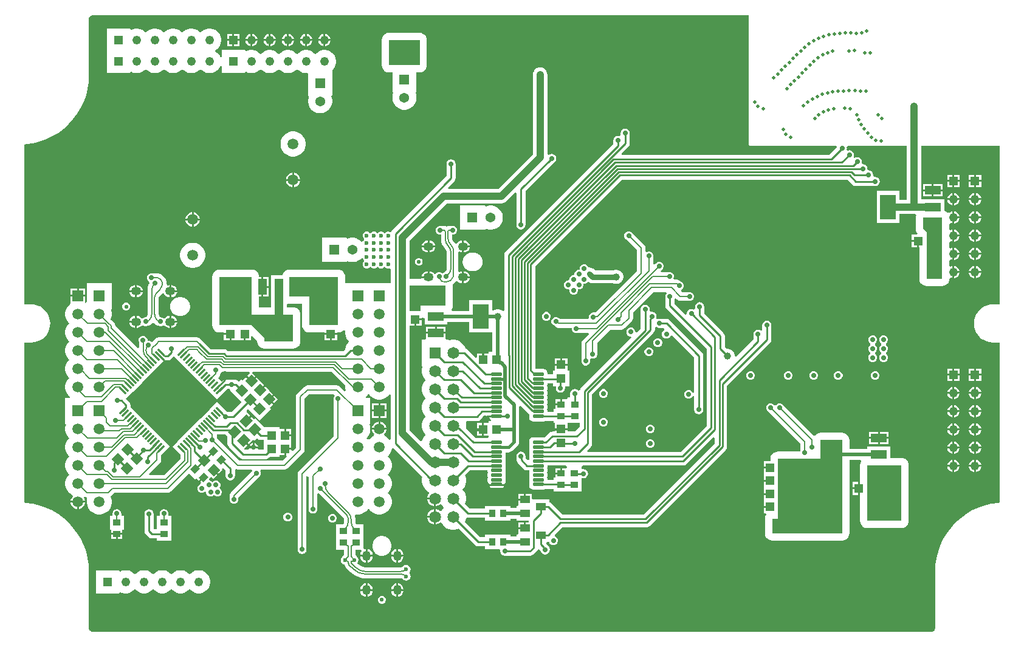
<source format=gbl>
G04*
G04 #@! TF.GenerationSoftware,Altium Limited,Altium Designer,24.5.2 (23)*
G04*
G04 Layer_Physical_Order=4*
G04 Layer_Color=16711680*
%FSLAX44Y44*%
%MOMM*%
G71*
G04*
G04 #@! TF.SameCoordinates,164FEA2C-ADE8-48CB-B743-27DEF7324C7D*
G04*
G04*
G04 #@! TF.FilePolarity,Positive*
G04*
G01*
G75*
%ADD10C,0.2000*%
%ADD22R,0.9400X1.0200*%
%ADD24R,1.0200X0.9400*%
%ADD25R,1.2000X1.3000*%
%ADD29C,1.0000*%
%ADD31R,1.5000X1.5000*%
G04:AMPARAMS|DCode=32|XSize=1.3mm|YSize=1.2mm|CornerRadius=0mm|HoleSize=0mm|Usage=FLASHONLY|Rotation=45.000|XOffset=0mm|YOffset=0mm|HoleType=Round|Shape=Rectangle|*
%AMROTATEDRECTD32*
4,1,4,-0.0354,-0.8839,-0.8839,-0.0354,0.0354,0.8839,0.8839,0.0354,-0.0354,-0.8839,0.0*
%
%ADD32ROTATEDRECTD32*%

%ADD34R,1.3000X1.2000*%
%ADD99C,0.1848*%
%ADD100C,0.2540*%
%ADD101C,0.1830*%
%ADD102C,0.5000*%
%ADD106C,0.8000*%
%ADD107C,1.0000*%
%ADD109C,1.2200*%
%ADD110R,1.2200X1.2200*%
%ADD111C,1.5000*%
%ADD112C,0.5700*%
%ADD113O,1.4000X1.1500*%
%ADD114C,1.3700*%
%ADD115R,1.3700X1.3700*%
%ADD116R,1.2200X1.2200*%
%ADD117R,1.3700X1.3700*%
%ADD118R,1.6500X1.6500*%
%ADD119C,1.6500*%
%ADD120O,1.1500X1.4000*%
%ADD121C,0.7000*%
%ADD122C,0.6000*%
%ADD123C,0.5080*%
G04:AMPARAMS|DCode=124|XSize=1.4mm|YSize=1.2mm|CornerRadius=0mm|HoleSize=0mm|Usage=FLASHONLY|Rotation=225.000|XOffset=0mm|YOffset=0mm|HoleType=Round|Shape=Rectangle|*
%AMROTATEDRECTD124*
4,1,4,0.0707,0.9192,0.9192,0.0707,-0.0707,-0.9192,-0.9192,-0.0707,0.0707,0.9192,0.0*
%
%ADD124ROTATEDRECTD124*%

%ADD125R,1.2000X2.2000*%
%ADD126R,3.5000X2.2000*%
%ADD127R,2.2000X1.2000*%
%ADD128R,2.2000X3.5000*%
G04:AMPARAMS|DCode=129|XSize=0.3mm|YSize=1.2mm|CornerRadius=0mm|HoleSize=0mm|Usage=FLASHONLY|Rotation=135.000|XOffset=0mm|YOffset=0mm|HoleType=Round|Shape=Rectangle|*
%AMROTATEDRECTD129*
4,1,4,0.5303,0.3182,-0.3182,-0.5303,-0.5303,-0.3182,0.3182,0.5303,0.5303,0.3182,0.0*
%
%ADD129ROTATEDRECTD129*%

G04:AMPARAMS|DCode=130|XSize=0.3mm|YSize=1.2mm|CornerRadius=0mm|HoleSize=0mm|Usage=FLASHONLY|Rotation=45.000|XOffset=0mm|YOffset=0mm|HoleType=Round|Shape=Rectangle|*
%AMROTATEDRECTD130*
4,1,4,0.3182,-0.5303,-0.5303,0.3182,-0.3182,0.5303,0.5303,-0.3182,0.3182,-0.5303,0.0*
%
%ADD130ROTATEDRECTD130*%

G04:AMPARAMS|DCode=131|XSize=0.94mm|YSize=1.02mm|CornerRadius=0mm|HoleSize=0mm|Usage=FLASHONLY|Rotation=135.000|XOffset=0mm|YOffset=0mm|HoleType=Round|Shape=Rectangle|*
%AMROTATEDRECTD131*
4,1,4,0.6930,0.0283,-0.0283,-0.6930,-0.6930,-0.0283,0.0283,0.6930,0.6930,0.0283,0.0*
%
%ADD131ROTATEDRECTD131*%

G04:AMPARAMS|DCode=132|XSize=1.3mm|YSize=1.2mm|CornerRadius=0mm|HoleSize=0mm|Usage=FLASHONLY|Rotation=315.000|XOffset=0mm|YOffset=0mm|HoleType=Round|Shape=Rectangle|*
%AMROTATEDRECTD132*
4,1,4,-0.8839,0.0354,-0.0354,0.8839,0.8839,-0.0354,0.0354,-0.8839,-0.8839,0.0354,0.0*
%
%ADD132ROTATEDRECTD132*%

%ADD133R,1.4000X1.0000*%
G04:AMPARAMS|DCode=134|XSize=1.5mm|YSize=0.45mm|CornerRadius=0.05mm|HoleSize=0mm|Usage=FLASHONLY|Rotation=180.000|XOffset=0mm|YOffset=0mm|HoleType=Round|Shape=RoundedRectangle|*
%AMROUNDEDRECTD134*
21,1,1.5000,0.3500,0,0,180.0*
21,1,1.4000,0.4500,0,0,180.0*
1,1,0.1000,-0.7000,0.1750*
1,1,0.1000,0.7000,0.1750*
1,1,0.1000,0.7000,-0.1750*
1,1,0.1000,-0.7000,-0.1750*
%
%ADD134ROUNDEDRECTD134*%
%ADD135C,0.4500*%
%ADD136C,1.2000*%
G36*
X100000Y864392D02*
X1014910D01*
Y685000D01*
X1015107Y684009D01*
X1015669Y683169D01*
X1016509Y682607D01*
X1017500Y682410D01*
X1136669D01*
X1137434Y680563D01*
X1126975Y670103D01*
X838148D01*
X837382Y671951D01*
X847020Y681589D01*
X848406Y683663D01*
X848893Y686109D01*
Y700000D01*
X848406Y702446D01*
X847020Y704520D01*
X844946Y705906D01*
X842500Y706393D01*
X840054Y705906D01*
X837980Y704520D01*
X836594Y702446D01*
X836107Y700000D01*
Y697353D01*
X834107Y696073D01*
X832500Y696393D01*
X830054Y695906D01*
X827980Y694520D01*
X827851Y694391D01*
X826465Y692318D01*
X825978Y689871D01*
Y685019D01*
X691730Y550770D01*
X691163Y549923D01*
X676110Y534870D01*
X674725Y532796D01*
X674238Y530350D01*
Y452733D01*
X672238Y451904D01*
X671140Y453002D01*
X668860Y454319D01*
X666317Y455000D01*
X663683D01*
X661140Y454319D01*
X659000Y453083D01*
X658386Y453246D01*
X657000Y453959D01*
Y467500D01*
X625000D01*
Y452565D01*
X601920D01*
X600934Y454565D01*
X601235Y454957D01*
X602243Y457389D01*
X602586Y460000D01*
Y487500D01*
X602300Y489676D01*
X604836Y491757D01*
X606569Y493869D01*
X608415Y494092D01*
X609036Y493940D01*
X609402Y493463D01*
X611134Y492134D01*
X613150Y491298D01*
X615294Y491016D01*
Y499375D01*
Y507734D01*
X613150Y507452D01*
X611667Y506838D01*
X609667Y507763D01*
Y533738D01*
X610176Y534223D01*
X611667Y534913D01*
X613150Y534299D01*
X615294Y534016D01*
Y542375D01*
Y550734D01*
X613150Y550452D01*
X611134Y549616D01*
X609402Y548288D01*
X608180Y546695D01*
X607761Y546527D01*
X605876Y546478D01*
X603983Y548784D01*
X603866Y548960D01*
X603724Y549055D01*
X602590Y550532D01*
X601813Y552409D01*
X601570Y554254D01*
X601604Y554422D01*
Y558960D01*
X603701D01*
X605921Y559879D01*
X607621Y561579D01*
X608540Y563799D01*
Y566201D01*
X607621Y568421D01*
X605921Y570120D01*
X603701Y571040D01*
X601299D01*
X601298Y571040D01*
X597411D01*
X596683Y570895D01*
X595383Y570724D01*
X593750Y570048D01*
X592117Y570724D01*
X590817Y570895D01*
X590089Y571040D01*
X586202D01*
X586201Y571040D01*
X583799D01*
X581579Y570120D01*
X579879Y568421D01*
X578960Y566201D01*
Y563799D01*
X579879Y561579D01*
X581579Y559879D01*
X583799Y558960D01*
X585896D01*
Y552920D01*
X585938Y552713D01*
X586297Y549060D01*
X587423Y545349D01*
X589252Y541928D01*
X591580Y539091D01*
X591697Y538915D01*
X591840Y538820D01*
X592973Y537343D01*
X593750Y535466D01*
X593993Y533621D01*
X593960Y533453D01*
Y512500D01*
X594015Y512224D01*
X593591Y510093D01*
X592384Y508287D01*
X592150Y508131D01*
X589678Y505658D01*
X587998Y504510D01*
X586871Y505637D01*
X584651Y506557D01*
X582248D01*
X580028Y505637D01*
X578808Y504417D01*
X578693Y504360D01*
X576875Y504315D01*
X576374Y504444D01*
X575727Y505288D01*
X573995Y506616D01*
X571978Y507452D01*
X569834Y507734D01*
Y499375D01*
X568564D01*
Y498105D01*
X558127D01*
X557672Y497586D01*
X542586D01*
Y550822D01*
X594178Y602414D01*
X670000D01*
X672610Y602757D01*
X675043Y603765D01*
X677132Y605368D01*
X689259Y617495D01*
X691107Y616730D01*
Y572500D01*
X691594Y570054D01*
X692980Y567980D01*
X695054Y566594D01*
X697500Y566107D01*
X699946Y566594D01*
X702020Y567980D01*
X703406Y570054D01*
X703893Y572500D01*
Y619852D01*
X744520Y660480D01*
X745906Y662554D01*
X746393Y665000D01*
X745906Y667446D01*
X744520Y669520D01*
X742446Y670906D01*
X740000Y671393D01*
X737554Y670906D01*
X736294Y670065D01*
X734294Y671072D01*
Y722208D01*
Y781867D01*
X733951Y784477D01*
X732943Y786910D01*
X731340Y788999D01*
X729251Y790602D01*
X726818Y791609D01*
X724208Y791953D01*
X721598Y791609D01*
X719165Y790602D01*
X717076Y788999D01*
X715473Y786910D01*
X714465Y784477D01*
X714122Y781867D01*
Y722208D01*
Y670886D01*
X665822Y622586D01*
X596740D01*
X595975Y624434D01*
X604520Y632980D01*
X605906Y635054D01*
X606393Y637500D01*
Y657500D01*
X605906Y659946D01*
X604520Y662020D01*
X602446Y663406D01*
X600000Y663893D01*
X597554Y663406D01*
X595480Y662020D01*
X594094Y659946D01*
X593607Y657500D01*
Y640148D01*
X517980Y564520D01*
X517244Y563419D01*
X516034Y562498D01*
X514591Y562630D01*
X513602Y563040D01*
X511398D01*
X509362Y562197D01*
X508807Y561641D01*
X507500Y560827D01*
X506193Y561641D01*
X505638Y562197D01*
X503602Y563040D01*
X501398D01*
X499362Y562197D01*
X498807Y561641D01*
X497500Y560827D01*
X496193Y561641D01*
X495638Y562197D01*
X493602Y563040D01*
X491398D01*
X489362Y562197D01*
X488807Y561641D01*
X487500Y560827D01*
X486193Y561641D01*
X485638Y562197D01*
X483602Y563040D01*
X481398D01*
X479362Y562197D01*
X477803Y560638D01*
X476960Y558602D01*
Y556398D01*
X477803Y554362D01*
X478359Y553807D01*
X479173Y552500D01*
X478359Y551193D01*
X477803Y550638D01*
X477310Y549447D01*
X477269Y549414D01*
X475143Y548924D01*
X475097Y548933D01*
X473441Y550588D01*
X470681Y552432D01*
X467615Y553703D01*
X464360Y554350D01*
X461040D01*
X457785Y553703D01*
X456150Y553025D01*
X454150Y554350D01*
Y554350D01*
X420450D01*
Y520650D01*
X454150D01*
Y520650D01*
X456150Y521975D01*
X457785Y521297D01*
X461040Y520650D01*
X464360D01*
X467615Y521297D01*
X470681Y522568D01*
X473441Y524412D01*
X475097Y526067D01*
X475143Y526076D01*
X477269Y525586D01*
X477310Y525553D01*
X477803Y524362D01*
X478359Y523807D01*
X479173Y522500D01*
X478359Y521193D01*
X477803Y520638D01*
X476960Y518602D01*
Y516398D01*
X477803Y514362D01*
X479362Y512803D01*
X481398Y511960D01*
X483602D01*
X485638Y512803D01*
X486193Y513359D01*
X487500Y514173D01*
X488807Y513359D01*
X489362Y512803D01*
X491398Y511960D01*
X493602D01*
X495638Y512803D01*
X496193Y513359D01*
X497500Y514173D01*
X498807Y513359D01*
X499362Y512803D01*
X501398Y511960D01*
X503602D01*
X505638Y512803D01*
X506193Y513359D01*
X507500Y514173D01*
X508807Y513359D01*
X509362Y512803D01*
X511398Y511960D01*
X513602D01*
X514107Y512169D01*
X516107Y510833D01*
Y491000D01*
X452586D01*
Y500000D01*
X452243Y502611D01*
X451235Y505043D01*
X449632Y507132D01*
X447543Y508735D01*
X445111Y509743D01*
X442500Y510086D01*
X375000D01*
X372389Y509743D01*
X369957Y508735D01*
X367868Y507132D01*
X366265Y505043D01*
X365257Y502611D01*
X365177Y502000D01*
X349000D01*
Y486721D01*
X348905Y486000D01*
Y457586D01*
X340000D01*
X340000Y457586D01*
X332586Y457586D01*
Y472460D01*
X335730D01*
Y486000D01*
Y499540D01*
X334396D01*
X332586Y500000D01*
X332243Y502611D01*
X331235Y505043D01*
X329632Y507132D01*
X327543Y508735D01*
X325111Y509743D01*
X322500Y510086D01*
X277500Y510086D01*
X274889Y509743D01*
X272457Y508735D01*
X270368Y507132D01*
X268765Y505043D01*
X267757Y502611D01*
X267414Y500000D01*
Y432500D01*
X267757Y429889D01*
X268765Y427457D01*
X270368Y425368D01*
X272457Y423765D01*
X274890Y422757D01*
X277500Y422414D01*
X283460D01*
Y421770D01*
X292500D01*
Y420500D01*
X293770D01*
Y411960D01*
X301540D01*
Y411960D01*
X303460D01*
Y411960D01*
X311230D01*
Y420500D01*
X313770D01*
Y411960D01*
X321540D01*
Y416583D01*
X323388Y417348D01*
X329914Y410822D01*
Y410000D01*
X330257Y407389D01*
X331265Y404957D01*
X332868Y402868D01*
X334957Y401265D01*
X337389Y400257D01*
X340000Y399914D01*
X380000D01*
X382611Y400257D01*
X385043Y401265D01*
X387132Y402868D01*
X388735Y404957D01*
X389743Y407389D01*
X390086Y410000D01*
Y447500D01*
X389743Y450111D01*
X388735Y452543D01*
X387132Y454632D01*
X385043Y456235D01*
X382611Y457243D01*
X380000Y457586D01*
X371095D01*
Y461371D01*
X373095Y462664D01*
X375000Y462414D01*
X392414D01*
Y432500D01*
X392757Y429889D01*
X393765Y427457D01*
X395368Y425368D01*
X397457Y423765D01*
X399889Y422757D01*
X402500Y422414D01*
X423460D01*
Y421770D01*
X432500D01*
X441540D01*
Y422414D01*
X442500D01*
X445111Y422757D01*
X447543Y423765D01*
X449632Y425368D01*
X449791Y425575D01*
X452324Y425591D01*
X452650Y425178D01*
X452500Y424424D01*
Y420976D01*
X453172Y417595D01*
X454492Y414411D01*
X456407Y411544D01*
X457951Y410000D01*
X456407Y408456D01*
X454492Y405589D01*
X453172Y402405D01*
X452504Y399045D01*
X449852Y396393D01*
X289413D01*
X288395Y397410D01*
X286321Y398796D01*
X283875Y399283D01*
X265485D01*
X253698Y411070D01*
X252525Y411854D01*
X250454Y413925D01*
X248469Y415252D01*
X246128Y415717D01*
X192761D01*
X190420Y415252D01*
X188436Y413925D01*
X183260Y408749D01*
X181758Y410251D01*
X179538Y411171D01*
X177245D01*
X177090Y412350D01*
X176280Y414305D01*
X176175Y414442D01*
X175875Y415167D01*
X174175Y416866D01*
X171956Y417786D01*
X169553D01*
X167333Y416866D01*
X165634Y415167D01*
X164714Y412947D01*
Y410544D01*
X165333Y409051D01*
Y401110D01*
X163485Y400344D01*
X132398Y431432D01*
Y431790D01*
X131932Y434132D01*
X130606Y436116D01*
X126885Y439837D01*
X126826Y439926D01*
X125928Y440824D01*
X126827Y442995D01*
X127500Y446376D01*
Y449824D01*
X126827Y453205D01*
X126358Y454337D01*
X127470Y456000D01*
X127500D01*
Y491000D01*
X92500D01*
Y464668D01*
X92458Y464604D01*
X90500Y463713D01*
X90040Y464113D01*
Y472230D01*
X80000D01*
X69960D01*
Y463460D01*
X69960Y463460D01*
X69960D01*
X69065Y461841D01*
X68844Y461693D01*
X66407Y459256D01*
X64492Y456389D01*
X63172Y453205D01*
X62500Y449824D01*
Y446376D01*
X63172Y442995D01*
X64492Y439811D01*
X66407Y436944D01*
X67951Y435400D01*
X66407Y433856D01*
X64492Y430989D01*
X63172Y427805D01*
X62500Y424424D01*
Y420976D01*
X63172Y417595D01*
X64492Y414411D01*
X66407Y411544D01*
X67951Y410000D01*
X66407Y408456D01*
X64492Y405589D01*
X63172Y402405D01*
X62500Y399024D01*
Y395576D01*
X63172Y392195D01*
X64492Y389011D01*
X66407Y386144D01*
X67951Y384600D01*
X66407Y383056D01*
X64492Y380189D01*
X63172Y377005D01*
X62500Y373624D01*
Y370176D01*
X63172Y366795D01*
X64492Y363611D01*
X66407Y360744D01*
X67951Y359200D01*
X66407Y357656D01*
X64492Y354789D01*
X63172Y351605D01*
X62500Y348224D01*
Y344776D01*
X63172Y341395D01*
X64492Y338211D01*
X66407Y335344D01*
X68751Y333000D01*
X68717Y332489D01*
X68266Y331000D01*
X62500D01*
Y296000D01*
X62530D01*
X63642Y294337D01*
X63172Y293205D01*
X62500Y289824D01*
Y286376D01*
X63172Y282995D01*
X64492Y279811D01*
X66407Y276944D01*
X67951Y275400D01*
X66407Y273856D01*
X64492Y270989D01*
X63172Y267805D01*
X62500Y264424D01*
Y260976D01*
X63172Y257595D01*
X64492Y254411D01*
X66407Y251544D01*
X67951Y250000D01*
X66407Y248456D01*
X64492Y245589D01*
X63172Y242405D01*
X62500Y239024D01*
Y235576D01*
X63172Y232195D01*
X64492Y229011D01*
X66407Y226144D01*
X67951Y224600D01*
X66407Y223056D01*
X64492Y220189D01*
X63172Y217005D01*
X62500Y213624D01*
Y210176D01*
X63172Y206795D01*
X64492Y203611D01*
X66407Y200744D01*
X68844Y198307D01*
X71711Y196392D01*
X72601Y196023D01*
X72996Y193695D01*
X71966Y192665D01*
X70644Y190375D01*
X69960Y187822D01*
Y187770D01*
X80000D01*
X90040D01*
Y187822D01*
X89356Y190375D01*
X88034Y192665D01*
X89322Y194205D01*
X90467Y193440D01*
X91669Y193201D01*
X92332Y192497D01*
X93012Y191269D01*
X93047Y190974D01*
X92500Y188224D01*
Y184776D01*
X93173Y181395D01*
X94492Y178211D01*
X96407Y175344D01*
X98844Y172907D01*
X101711Y170992D01*
X104895Y169673D01*
X108276Y169000D01*
X111724D01*
X115105Y169673D01*
X118289Y170992D01*
X121156Y172907D01*
X123593Y175344D01*
X125508Y178211D01*
X126827Y181395D01*
X127500Y184776D01*
Y188224D01*
X126827Y191605D01*
X125680Y194374D01*
X126266Y194766D01*
X130383Y198883D01*
X205000D01*
X207341Y199348D01*
X209326Y200674D01*
X234919Y226267D01*
X243412Y217773D01*
X245152Y219513D01*
X248567Y216098D01*
X253969Y221500D01*
X255765Y219704D01*
X250363Y214302D01*
X251512Y213152D01*
X250834Y211002D01*
X249343Y210385D01*
X247644Y208686D01*
X246724Y206466D01*
Y204063D01*
X247644Y201843D01*
X249343Y200144D01*
X251563Y199224D01*
X253966D01*
X256186Y200144D01*
X256960Y200918D01*
X258960Y200090D01*
Y198799D01*
X259879Y196579D01*
X261579Y194879D01*
X263799Y193960D01*
X266201D01*
X268421Y194879D01*
X270000Y196458D01*
X271579Y194879D01*
X273799Y193960D01*
X276201D01*
X278421Y194879D01*
X280121Y196579D01*
X281040Y198799D01*
Y201201D01*
X280121Y203421D01*
X278421Y205121D01*
X277865Y205351D01*
X277621Y206579D01*
X278540Y208799D01*
Y211201D01*
X277621Y213421D01*
X275921Y215121D01*
X273701Y216040D01*
X271299D01*
X269079Y215121D01*
X267500Y213542D01*
X265921Y215121D01*
X263701Y216040D01*
X263373D01*
X262544Y218040D01*
X265389Y220885D01*
X267079Y220136D01*
X268864Y218352D01*
X274358Y223846D01*
X268320Y229884D01*
X270116Y231681D01*
X276154Y225642D01*
X281648Y231136D01*
X280704Y232081D01*
X282536Y233913D01*
X286107Y230343D01*
Y222500D01*
X286594Y220054D01*
X287980Y217980D01*
X290054Y216594D01*
X292500Y216107D01*
X294946Y216594D01*
X297020Y217980D01*
X298406Y220054D01*
X298893Y222500D01*
Y230535D01*
X299560Y231071D01*
X300893Y231776D01*
X302869Y231383D01*
X322402D01*
X323231Y229382D01*
X293174Y199326D01*
X291848Y197341D01*
X291382Y195000D01*
Y190000D01*
X291460Y189610D01*
Y188799D01*
X291770Y188049D01*
X291848Y187659D01*
X292069Y187328D01*
X292379Y186579D01*
X292953Y186005D01*
X293174Y185674D01*
X293505Y185453D01*
X294079Y184879D01*
X294828Y184569D01*
X295159Y184348D01*
X295549Y184270D01*
X296298Y183960D01*
X297110D01*
X297500Y183882D01*
X297890Y183960D01*
X298701D01*
X299451Y184270D01*
X299841Y184348D01*
X300172Y184569D01*
X300921Y184879D01*
X301495Y185453D01*
X301826Y185674D01*
X302046Y186005D01*
X302620Y186579D01*
X302931Y187328D01*
X303152Y187659D01*
X303229Y188049D01*
X303540Y188799D01*
Y189610D01*
X303617Y190000D01*
Y192466D01*
X333126Y221974D01*
X333347Y222305D01*
X333921Y222879D01*
X334231Y223628D01*
X334452Y223959D01*
X334529Y224349D01*
X334840Y225099D01*
Y225910D01*
X334917Y226300D01*
X334840Y226690D01*
Y227501D01*
X334529Y228251D01*
X334452Y228641D01*
X334231Y228972D01*
X334061Y229382D01*
X334578Y230657D01*
X335088Y231383D01*
X368129D01*
X370470Y231848D01*
X372454Y233174D01*
X394326Y255046D01*
X395652Y257030D01*
X396118Y259371D01*
Y329966D01*
X402534Y336382D01*
X436835D01*
X437375Y335833D01*
X438224Y334677D01*
X438174Y334326D01*
X437953Y333995D01*
X437379Y333421D01*
X437069Y332672D01*
X436848Y332341D01*
X436771Y331951D01*
X436460Y331201D01*
Y330390D01*
X436382Y330000D01*
Y277534D01*
X388174Y229326D01*
X386848Y227341D01*
X386382Y225000D01*
Y120000D01*
X386460Y119610D01*
Y118799D01*
X386771Y118049D01*
X386848Y117659D01*
X387069Y117328D01*
X387379Y116579D01*
X387953Y116005D01*
X388174Y115674D01*
X388505Y115453D01*
X389079Y114880D01*
X389828Y114569D01*
X390159Y114348D01*
X390549Y114271D01*
X391299Y113960D01*
X392110D01*
X392500Y113882D01*
X392890Y113960D01*
X393701D01*
X394451Y114271D01*
X394841Y114348D01*
X395172Y114569D01*
X395921Y114880D01*
X396495Y115453D01*
X396826Y115674D01*
X397047Y116005D01*
X397621Y116579D01*
X397931Y117328D01*
X398152Y117659D01*
X398229Y118049D01*
X398540Y118799D01*
Y119610D01*
X398618Y120000D01*
Y221611D01*
X399383Y222178D01*
X401382Y221170D01*
Y187500D01*
X401382Y187500D01*
Y176100D01*
X401460Y175710D01*
Y174899D01*
X401771Y174149D01*
X401848Y173759D01*
X402069Y173428D01*
X402380Y172679D01*
X402953Y172105D01*
X403174Y171774D01*
X403505Y171553D01*
X404079Y170979D01*
X404828Y170669D01*
X405159Y170448D01*
X405549Y170371D01*
X406299Y170060D01*
X407110D01*
X407500Y169982D01*
X407890Y170060D01*
X408702D01*
X409451Y170371D01*
X409841Y170448D01*
X410172Y170669D01*
X410922Y170979D01*
X411495Y171553D01*
X411826Y171774D01*
X412047Y172105D01*
X412621Y172679D01*
X412931Y173428D01*
X413152Y173759D01*
X413229Y174149D01*
X413540Y174899D01*
Y175710D01*
X413618Y176100D01*
Y187500D01*
X413618Y187500D01*
Y197512D01*
X415617Y198341D01*
X450729Y163229D01*
X450778Y163197D01*
X450908Y162883D01*
X450896Y162825D01*
Y160000D01*
X450954Y159708D01*
X450565Y156750D01*
X449882Y155100D01*
X439900D01*
Y135700D01*
Y119900D01*
X450896D01*
Y112502D01*
X448626Y110231D01*
X448175Y109556D01*
X447498Y108674D01*
X447355Y108329D01*
X447317Y108272D01*
X447303Y108204D01*
X446955Y107364D01*
X446920Y107311D01*
X446907Y107249D01*
X446764Y106902D01*
X446617Y105791D01*
X446460Y105000D01*
X446920Y102689D01*
X448229Y100729D01*
X448753Y100379D01*
X450063Y99374D01*
X451246Y98884D01*
X451259Y98786D01*
X452225Y96454D01*
X453457Y94848D01*
X453738Y94428D01*
X459725Y88440D01*
X459892Y88329D01*
X463322Y85400D01*
X467336Y82940D01*
X471685Y81138D01*
X476263Y80039D01*
X480760Y79685D01*
X480956Y79646D01*
X529808D01*
X530018Y79688D01*
X531691Y79355D01*
X533219Y78335D01*
X533229Y78229D01*
Y78229D01*
X535189Y76920D01*
X537500Y76460D01*
X539811Y76920D01*
X541771Y78229D01*
X543080Y80189D01*
X543540Y82500D01*
X543080Y84811D01*
X542054Y86347D01*
X541881Y87500D01*
X542054Y88653D01*
X543080Y90189D01*
X543540Y92500D01*
X543080Y94811D01*
X541771Y96771D01*
X539811Y98080D01*
X537500Y98540D01*
X535189Y98080D01*
X533229Y96771D01*
Y96771D01*
X533219Y96665D01*
X531691Y95645D01*
X530018Y95312D01*
X529808Y95354D01*
X480981D01*
X480639Y95286D01*
X477231Y95734D01*
X473736Y97182D01*
X471008Y99275D01*
X470815Y99565D01*
X469423Y100956D01*
X470580Y102689D01*
X471040Y105000D01*
X470883Y105791D01*
X470736Y106902D01*
X470593Y107249D01*
X470580Y107311D01*
X470545Y107365D01*
X470197Y108204D01*
X470183Y108272D01*
X470145Y108329D01*
X470002Y108674D01*
X469325Y109556D01*
X468874Y110231D01*
X466604Y112502D01*
Y119900D01*
X474686D01*
X475653Y117900D01*
X474909Y116931D01*
X474073Y114914D01*
X473791Y112770D01*
X480880D01*
Y120944D01*
X479986Y120827D01*
X479600Y120667D01*
X477600Y122003D01*
Y135700D01*
Y155100D01*
X467618D01*
X466935Y156750D01*
X466546Y159708D01*
X466604Y160000D01*
Y162838D01*
X466528Y163216D01*
X466254Y166000D01*
X465814Y167451D01*
X467380Y169178D01*
X468276Y169000D01*
X471724D01*
X475104Y169673D01*
X478289Y170992D01*
X481156Y172907D01*
X483593Y175344D01*
X484000Y175953D01*
X486000D01*
X486407Y175344D01*
X488844Y172907D01*
X491711Y170992D01*
X494895Y169673D01*
X498276Y169000D01*
X501724D01*
X505104Y169673D01*
X508289Y170992D01*
X511156Y172907D01*
X513593Y175344D01*
X515508Y178211D01*
X516827Y181395D01*
X517500Y184776D01*
Y188224D01*
X516827Y191605D01*
X515508Y194789D01*
X513593Y197656D01*
X512049Y199200D01*
X513593Y200744D01*
X515508Y203611D01*
X516827Y206795D01*
X517500Y210176D01*
Y213624D01*
X516827Y217005D01*
X515508Y220189D01*
X513593Y223056D01*
X512049Y224600D01*
X513593Y226144D01*
X515508Y229011D01*
X516827Y232195D01*
X517500Y235576D01*
Y239024D01*
X516827Y242405D01*
X515508Y245589D01*
X513593Y248456D01*
X512049Y250000D01*
X513593Y251544D01*
X515508Y254411D01*
X516827Y257595D01*
X517443Y260688D01*
X518258Y261159D01*
X519500Y261459D01*
X559816Y221143D01*
X559250Y218298D01*
Y214702D01*
X559951Y211177D01*
X561327Y207855D01*
X563324Y204866D01*
X565866Y202324D01*
X568726Y200414D01*
X569092Y199986D01*
X569430Y198289D01*
X568866Y197725D01*
X567445Y195265D01*
X566710Y192521D01*
Y192370D01*
X577500D01*
Y191100D01*
X578770D01*
Y180310D01*
X578921D01*
X581665Y181045D01*
X584125Y182466D01*
X584689Y183030D01*
X586386Y182692D01*
X586814Y182326D01*
X588724Y179466D01*
X589791Y178400D01*
X588724Y177334D01*
X586814Y174474D01*
X586386Y174108D01*
X584689Y173770D01*
X584125Y174334D01*
X581665Y175755D01*
X578921Y176490D01*
X578770D01*
Y165700D01*
Y154910D01*
X578921D01*
X581665Y155645D01*
X584125Y157066D01*
X584689Y157630D01*
X586386Y157292D01*
X586814Y156926D01*
X588724Y154066D01*
X591266Y151524D01*
X594255Y149527D01*
X597577Y148151D01*
X601102Y147450D01*
X604697D01*
X608223Y148151D01*
X610475Y149084D01*
X633412Y126147D01*
X635486Y124761D01*
X637933Y124274D01*
X647400D01*
Y120567D01*
X667286D01*
X668820Y118567D01*
X668607Y117500D01*
X669094Y115054D01*
X670480Y112980D01*
X672554Y111594D01*
X675000Y111107D01*
X710000D01*
X712446Y111594D01*
X714520Y112980D01*
X719470Y117929D01*
X720713Y119789D01*
X721518Y120204D01*
X722751Y120578D01*
X723723Y119606D01*
X724886Y117866D01*
X725108Y117643D01*
X725237Y116996D01*
X726623Y114922D01*
X728697Y113536D01*
X731143Y113049D01*
X733590Y113536D01*
X735664Y114922D01*
X737050Y116996D01*
X737536Y119442D01*
Y120649D01*
X737050Y123096D01*
X735664Y125170D01*
X735090Y125743D01*
X733927Y127484D01*
X733151Y128260D01*
X733979Y130260D01*
X736890D01*
X737380Y129079D01*
X739079Y127380D01*
X741299Y126460D01*
X743701D01*
X745921Y127380D01*
X747620Y129079D01*
X748540Y131299D01*
Y133701D01*
X747620Y135921D01*
X745921Y137620D01*
X744909Y138040D01*
X744429Y140388D01*
X755148Y151107D01*
X872257D01*
X874703Y151594D01*
X876777Y152980D01*
X982520Y258723D01*
X983906Y260797D01*
X984393Y263243D01*
Y347852D01*
X1044520Y407980D01*
X1045906Y410054D01*
X1046393Y412500D01*
X1046393Y412500D01*
Y432500D01*
X1045906Y434946D01*
X1044520Y437020D01*
X1042446Y438406D01*
X1040000Y438893D01*
X1037554Y438406D01*
X1035480Y437020D01*
X1034094Y434946D01*
X1033607Y432500D01*
Y425682D01*
X1033073Y425291D01*
X1031607Y424796D01*
X1029946Y425906D01*
X1027500Y426393D01*
X1025054Y425906D01*
X1022980Y424520D01*
X1021594Y422446D01*
X1021107Y420000D01*
Y412648D01*
X996899Y388440D01*
X995000Y389369D01*
Y391316D01*
X994318Y393860D01*
X993002Y396140D01*
X991140Y398002D01*
X988860Y399319D01*
X986317Y400000D01*
X984041D01*
X981393Y402648D01*
Y417500D01*
X980906Y419946D01*
X979520Y422020D01*
X952775Y448765D01*
Y458246D01*
X952289Y460692D01*
X950903Y462766D01*
X948829Y464152D01*
X946383Y464638D01*
X943936Y464152D01*
X941862Y462766D01*
X940477Y460692D01*
X939990Y458246D01*
Y455298D01*
X937990Y454229D01*
X937233Y454734D01*
X934787Y455221D01*
X932340Y454734D01*
X930266Y453348D01*
X928881Y451274D01*
X928394Y448828D01*
X928482Y448388D01*
X926638Y447402D01*
X911393Y462648D01*
Y469465D01*
X913241Y470231D01*
X915162Y468309D01*
X915162Y468309D01*
X917119Y467002D01*
X919426Y466543D01*
X931350D01*
X931372Y466534D01*
X933775D01*
X935995Y467453D01*
X937694Y469152D01*
X938614Y471372D01*
Y473775D01*
X937694Y475995D01*
X935995Y477694D01*
X933775Y478614D01*
X931372D01*
X931350Y478604D01*
X921955D01*
X920642Y480073D01*
X921080Y482277D01*
X921488Y482446D01*
X923187Y484145D01*
X924107Y486365D01*
Y488768D01*
X923187Y490988D01*
X921488Y492687D01*
X919377Y493561D01*
X918674Y494264D01*
X916717Y495572D01*
X914409Y496031D01*
X911136D01*
X910066Y498031D01*
X910662Y499471D01*
Y501873D01*
X909743Y504093D01*
X908044Y505792D01*
X905824Y506712D01*
X903421D01*
X903399Y506703D01*
X892845D01*
X892079Y508550D01*
X893399Y509870D01*
X893421Y509879D01*
X895120Y511579D01*
X896040Y513799D01*
Y516201D01*
X895120Y518421D01*
X893421Y520121D01*
X891201Y521040D01*
X888799D01*
X886579Y520121D01*
X884880Y518421D01*
X884870Y518399D01*
X883550Y517079D01*
X881703Y517845D01*
Y527733D01*
X881712Y527755D01*
Y530158D01*
X880792Y532378D01*
X879093Y534077D01*
X876873Y534996D01*
X874471D01*
X873031Y534400D01*
X871031Y535470D01*
Y540000D01*
X870572Y542308D01*
X869264Y544264D01*
X852630Y560899D01*
X852620Y560921D01*
X850921Y562621D01*
X848701Y563540D01*
X846299D01*
X844079Y562621D01*
X842380Y560921D01*
X841460Y558701D01*
Y556299D01*
X842380Y554079D01*
X844079Y552379D01*
X844101Y552370D01*
X858969Y537502D01*
Y507582D01*
X801747Y450360D01*
X798329D01*
X798329Y450360D01*
X796021Y449901D01*
X795302Y449420D01*
X794579Y449120D01*
X792879Y447421D01*
X791960Y445201D01*
Y442799D01*
X792003Y442694D01*
X790892Y441031D01*
X752120D01*
X751217Y441933D01*
X749261Y443241D01*
X747406Y443610D01*
X747167Y443709D01*
X744764D01*
X742544Y442789D01*
X740845Y441090D01*
X739925Y438870D01*
Y436468D01*
X740845Y434248D01*
X742544Y432548D01*
X744253Y431841D01*
X745358Y430736D01*
X747314Y429428D01*
X749622Y428969D01*
X767960D01*
Y426799D01*
X768879Y424579D01*
X770579Y422879D01*
X772799Y421960D01*
X775201D01*
X775224Y421969D01*
X790932D01*
X791698Y420121D01*
X783236Y411659D01*
X781928Y409703D01*
X781469Y407395D01*
Y383724D01*
X781460Y383701D01*
Y381299D01*
X782380Y379079D01*
X784079Y377380D01*
X786299Y376460D01*
X788701D01*
X790921Y377380D01*
X792620Y379079D01*
X793540Y381299D01*
Y383701D01*
X793531Y383724D01*
Y385442D01*
X795531Y386778D01*
X796299Y386460D01*
X798701D01*
X800921Y387380D01*
X802620Y389079D01*
X803540Y391299D01*
Y393701D01*
X803531Y393724D01*
Y408002D01*
X821998Y426469D01*
X837500D01*
X839808Y426928D01*
X841764Y428236D01*
X851764Y438236D01*
X853072Y440192D01*
X853531Y442500D01*
Y451002D01*
X881498Y478969D01*
X899908D01*
X900515Y476969D01*
X900480Y476945D01*
X899094Y474871D01*
X898607Y472425D01*
Y460000D01*
X899094Y457554D01*
X900480Y455480D01*
X956107Y399852D01*
Y292648D01*
X919602Y256143D01*
X790368D01*
X789602Y257991D01*
X794520Y262909D01*
X795906Y264983D01*
X796393Y267429D01*
Y336243D01*
X882020Y421870D01*
X883406Y423944D01*
X883893Y426391D01*
Y429318D01*
X884427Y429709D01*
X885893Y430204D01*
X887554Y429094D01*
X890000Y428607D01*
X896327D01*
X897364Y427388D01*
X896870Y425241D01*
X896579Y425121D01*
X894880Y423421D01*
X893960Y421201D01*
Y418799D01*
X894880Y416579D01*
X896579Y414879D01*
X898799Y413960D01*
X901201D01*
X903421Y414879D01*
X905120Y416579D01*
X905540Y417591D01*
X907888Y418071D01*
X938607Y387352D01*
Y338644D01*
X936607Y338246D01*
X936121Y339421D01*
X934421Y341120D01*
X932201Y342040D01*
X929799D01*
X927579Y341120D01*
X925880Y339421D01*
X924960Y337201D01*
Y334799D01*
X925880Y332579D01*
X927579Y330880D01*
X929799Y329960D01*
X932201D01*
X934421Y330880D01*
X936121Y332579D01*
X936607Y333754D01*
X938607Y333356D01*
Y315000D01*
X939094Y312554D01*
X940480Y310480D01*
X942554Y309094D01*
X945000Y308607D01*
X947446Y309094D01*
X949520Y310480D01*
X950906Y312554D01*
X951393Y315000D01*
Y316207D01*
Y390000D01*
X950906Y392447D01*
X949520Y394520D01*
X904520Y439520D01*
X902447Y440906D01*
X900000Y441393D01*
X890000D01*
X887870Y440969D01*
X886788Y441665D01*
X886105Y442343D01*
X886393Y443793D01*
Y445000D01*
X885906Y447446D01*
X884520Y449520D01*
X882446Y450906D01*
X880000Y451393D01*
X878866Y451167D01*
X876865Y452669D01*
Y454527D01*
X876379Y456974D01*
X874993Y459048D01*
X872919Y460434D01*
X870473Y460920D01*
X868026Y460434D01*
X865952Y459048D01*
X864566Y456974D01*
X864080Y454527D01*
Y428121D01*
X858777Y422818D01*
X856777Y423647D01*
Y424327D01*
X855858Y426547D01*
X854159Y428246D01*
X851939Y429166D01*
X849536D01*
X847316Y428246D01*
X845617Y426547D01*
X844697Y424327D01*
Y421925D01*
X845617Y419705D01*
X847316Y418005D01*
X849536Y417086D01*
X850217D01*
X851045Y415086D01*
X781160Y345200D01*
X779774Y343126D01*
X779524Y341873D01*
X777401Y341451D01*
X777020Y342020D01*
X774946Y343406D01*
X772500Y343893D01*
X770054Y343406D01*
X767980Y342020D01*
X766594Y339946D01*
X766107Y337500D01*
Y331740D01*
X762156D01*
Y330780D01*
X760947Y329280D01*
X754577D01*
Y322040D01*
X753307D01*
Y320770D01*
X745667D01*
Y315940D01*
X743207D01*
Y312143D01*
X734108D01*
Y314000D01*
X733809Y315500D01*
X734108Y317000D01*
Y320500D01*
X733809Y322000D01*
X734108Y323500D01*
Y327000D01*
X733809Y328500D01*
X734108Y330000D01*
Y333500D01*
X733809Y335000D01*
X734108Y336500D01*
Y340000D01*
X733809Y341500D01*
X734108Y343000D01*
Y346500D01*
X733809Y348000D01*
X734108Y349500D01*
Y351357D01*
X741807D01*
Y347455D01*
X746107D01*
Y345000D01*
X746594Y342554D01*
X747980Y340480D01*
X750054Y339094D01*
X752500Y338607D01*
X754946Y339094D01*
X757020Y340480D01*
X758406Y342554D01*
X758893Y345000D01*
Y347455D01*
X764808D01*
Y369455D01*
X762347D01*
Y376185D01*
X744268D01*
Y369455D01*
X741807D01*
Y364143D01*
X734108D01*
Y366000D01*
X733681Y368146D01*
X732465Y369965D01*
X730646Y371181D01*
X728500Y371608D01*
X717933D01*
X717463Y372078D01*
Y514813D01*
X837937Y635287D01*
X1152352D01*
X1159167Y628473D01*
X1161241Y627087D01*
X1163687Y626600D01*
X1191146D01*
X1193592Y627087D01*
X1195666Y628473D01*
X1197052Y630546D01*
X1197539Y632993D01*
X1197052Y635439D01*
X1195666Y637513D01*
X1193592Y638899D01*
X1191146Y639386D01*
X1189557D01*
X1187954Y641386D01*
X1188137Y642304D01*
X1187650Y644751D01*
X1186265Y646824D01*
X1184191Y648210D01*
X1181744Y648697D01*
X1181216D01*
X1179947Y650243D01*
X1180047Y650746D01*
X1179560Y653192D01*
X1178175Y655266D01*
X1176101Y656652D01*
X1173654Y657139D01*
X1173375D01*
X1171977Y659139D01*
X1172247Y660494D01*
X1171760Y662941D01*
X1170374Y665014D01*
X1168300Y666400D01*
X1165854Y666887D01*
X1163408Y666400D01*
X1161842Y665354D01*
X1160400Y666796D01*
X1160906Y667554D01*
X1161393Y670000D01*
X1160906Y672446D01*
X1159520Y674520D01*
X1157446Y675906D01*
X1155000Y676393D01*
X1152830Y675961D01*
X1152507Y676131D01*
X1151988Y676563D01*
X1151238Y677433D01*
X1151611Y679306D01*
X1151391Y680410D01*
X1152907Y682410D01*
X1234914D01*
Y607586D01*
X1225000D01*
Y620000D01*
X1193000D01*
Y575000D01*
X1225000D01*
Y587414D01*
X1246911D01*
X1248023Y585751D01*
X1247757Y585111D01*
X1247414Y582500D01*
Y567500D01*
X1247757Y564889D01*
X1248765Y562457D01*
X1249852Y561040D01*
X1248972Y559040D01*
X1241960D01*
Y551270D01*
X1250500D01*
Y550000D01*
X1251770D01*
Y540960D01*
X1252414D01*
Y497500D01*
X1252757Y494889D01*
X1253765Y492457D01*
X1255368Y490368D01*
X1257457Y488765D01*
X1259890Y487757D01*
X1262500Y487414D01*
X1284112D01*
X1286722Y487757D01*
X1289155Y488765D01*
X1291244Y490368D01*
X1292847Y492457D01*
X1293854Y494889D01*
X1294198Y497500D01*
Y497564D01*
X1296198Y498718D01*
X1296665Y498449D01*
X1298730Y497896D01*
Y506500D01*
Y515104D01*
X1296665Y514551D01*
X1296198Y514282D01*
X1294198Y515436D01*
Y522964D01*
X1296198Y524118D01*
X1296665Y523849D01*
X1298730Y523296D01*
Y531900D01*
Y540504D01*
X1296665Y539951D01*
X1296198Y539682D01*
X1294198Y540836D01*
Y548364D01*
X1296198Y549518D01*
X1296665Y549249D01*
X1298730Y548695D01*
Y557300D01*
Y565905D01*
X1296665Y565351D01*
X1296198Y565082D01*
X1294198Y566236D01*
Y573764D01*
X1296198Y574918D01*
X1296665Y574649D01*
X1298730Y574095D01*
Y582700D01*
Y591305D01*
X1296665Y590751D01*
X1294695Y589614D01*
X1294177Y589095D01*
X1291579Y589195D01*
X1291244Y589632D01*
X1289155Y591235D01*
X1287000Y592128D01*
Y608500D01*
X1255086D01*
Y682410D01*
X1364392D01*
Y461608D01*
X1355000D01*
X1355000Y461608D01*
Y461608D01*
X1354785Y461565D01*
X1350842Y461255D01*
X1346786Y460281D01*
X1342932Y458685D01*
X1339375Y456505D01*
X1336204Y453796D01*
X1333495Y450625D01*
X1331315Y447068D01*
X1329719Y443214D01*
X1328745Y439158D01*
X1328418Y435000D01*
X1328745Y430842D01*
X1329719Y426786D01*
X1331315Y422932D01*
X1333495Y419375D01*
X1336204Y416204D01*
X1339375Y413495D01*
X1342932Y411315D01*
X1346786Y409719D01*
X1350842Y408745D01*
X1354785Y408435D01*
X1355000Y408392D01*
X1364392D01*
Y185287D01*
X1361771Y185159D01*
X1352368Y183764D01*
X1343148Y181454D01*
X1334198Y178252D01*
X1325605Y174188D01*
X1317453Y169301D01*
X1309818Y163639D01*
X1302775Y157255D01*
X1296391Y150212D01*
X1290729Y142578D01*
X1285842Y134424D01*
X1281778Y125832D01*
X1278576Y116882D01*
X1276266Y107662D01*
X1274871Y98259D01*
X1274405Y88765D01*
X1274457Y87705D01*
X1274422Y87530D01*
Y10151D01*
X1274392Y10000D01*
X1274392Y10000D01*
X1274025Y8152D01*
X1273153Y6847D01*
X1271706Y5881D01*
X1270167Y5574D01*
X1270000Y5608D01*
X100000D01*
X99833Y5574D01*
X98294Y5881D01*
X96847Y6847D01*
X95975Y8152D01*
X95608Y10000D01*
X95578Y11988D01*
Y87530D01*
X95543Y87705D01*
X95595Y88765D01*
X95129Y98259D01*
X93734Y107662D01*
X91424Y116882D01*
X88222Y125832D01*
X84158Y134424D01*
X79271Y142578D01*
X73609Y150212D01*
X67225Y157255D01*
X60182Y163639D01*
X52547Y169301D01*
X44394Y174188D01*
X35802Y178252D01*
X26852Y181454D01*
X17631Y183764D01*
X8229Y185159D01*
X5608Y185287D01*
Y408392D01*
X15000D01*
X15000Y408392D01*
Y408392D01*
X15215Y408435D01*
X19158Y408745D01*
X23214Y409719D01*
X27068Y411315D01*
X30624Y413495D01*
X33796Y416204D01*
X36505Y419375D01*
X38685Y422932D01*
X40281Y426786D01*
X41255Y430842D01*
X41582Y435000D01*
X41255Y439158D01*
X40281Y443214D01*
X38685Y447068D01*
X36505Y450625D01*
X33796Y453796D01*
X30624Y456505D01*
X27068Y458685D01*
X23214Y460281D01*
X19158Y461255D01*
X15215Y461565D01*
X15000Y461608D01*
X5578D01*
Y684711D01*
X8229Y684841D01*
X17631Y686236D01*
X26852Y688546D01*
X35802Y691748D01*
X44394Y695812D01*
X52547Y700699D01*
X60182Y706361D01*
X67225Y712745D01*
X73609Y719788D01*
X79271Y727422D01*
X84158Y735575D01*
X88222Y744168D01*
X91424Y753118D01*
X93734Y762339D01*
X95129Y771741D01*
X95595Y781235D01*
X95543Y782295D01*
X95578Y782470D01*
Y859849D01*
X95608Y860000D01*
X95608Y860000D01*
X95975Y861848D01*
X96847Y863153D01*
X98294Y864119D01*
X99833Y864426D01*
X100000Y864392D01*
D02*
G37*
G36*
X1284112Y497500D02*
X1262500D01*
Y562500D01*
X1257500Y567500D01*
Y582500D01*
X1284112D01*
Y497500D01*
D02*
G37*
G36*
X592500Y460000D02*
X557500D01*
Y452500D01*
X542500D01*
Y460000D01*
Y487500D01*
X592500D01*
Y460000D01*
D02*
G37*
G36*
X442500Y472500D02*
Y432500D01*
X402500D01*
Y472500D01*
X375000D01*
Y500000D01*
X442500D01*
Y472500D01*
D02*
G37*
G36*
X322500Y447500D02*
X340000Y447500D01*
Y447500D01*
X380000D01*
Y410000D01*
X340000D01*
Y415000D01*
X322500Y432500D01*
X277500D01*
Y500000D01*
X322500Y500000D01*
Y447500D01*
D02*
G37*
G36*
X563000Y441790D02*
Y434000D01*
X595000D01*
Y437435D01*
X625000D01*
Y422500D01*
X657000D01*
X657435Y420680D01*
Y395743D01*
X652650D01*
Y393283D01*
X645920D01*
Y384243D01*
X643380D01*
Y393283D01*
X636110D01*
Y388044D01*
X634262Y387279D01*
X622720Y398820D01*
X620646Y400206D01*
X620168Y400301D01*
X619073Y402945D01*
X617076Y405934D01*
X614534Y408476D01*
X611545Y410473D01*
X608223Y411849D01*
X604697Y412550D01*
X601102D01*
X597750Y411883D01*
X597488Y411916D01*
X595750Y412550D01*
Y412550D01*
X593828Y412738D01*
X592540Y413460D01*
X592540Y414550D01*
Y420730D01*
X579000D01*
X565460D01*
Y414550D01*
X565460Y413460D01*
X563837Y412550D01*
X559250D01*
Y376050D01*
X559250D01*
X559884Y374312D01*
X559917Y374050D01*
X559250Y370698D01*
Y367103D01*
X559951Y363577D01*
X561327Y360255D01*
X563324Y357266D01*
X564391Y356200D01*
X563324Y355134D01*
X561327Y352145D01*
X559951Y348823D01*
X559250Y345298D01*
Y341702D01*
X559951Y338177D01*
X561327Y334855D01*
X563324Y331866D01*
X564391Y330800D01*
X563324Y329734D01*
X561327Y326745D01*
X559951Y323423D01*
X559250Y319897D01*
Y316303D01*
X559951Y312777D01*
X561327Y309455D01*
X563324Y306466D01*
X564391Y305400D01*
X563324Y304334D01*
X561327Y301345D01*
X559951Y298023D01*
X559250Y294498D01*
Y290903D01*
X559951Y287377D01*
X561327Y284055D01*
X563324Y281066D01*
X564391Y280000D01*
X563324Y278934D01*
X561327Y275945D01*
X559951Y272623D01*
X559816Y271943D01*
X557902Y271362D01*
X542586Y286678D01*
Y431960D01*
X548730D01*
Y440500D01*
X550000D01*
Y441770D01*
X559040D01*
Y442617D01*
X560111Y442757D01*
X561000Y443126D01*
X563000Y441790D01*
D02*
G37*
G36*
X222374Y380887D02*
X231567Y371694D01*
X235102Y368159D01*
X236516Y366744D01*
X240052Y363209D01*
X247123Y356138D01*
X256315Y346945D01*
X264801Y338460D01*
X273993Y329268D01*
X288279Y343554D01*
X291611D01*
X292373Y341715D01*
Y341715D01*
X308421Y325667D01*
X294469Y311714D01*
X288011D01*
X273993Y325732D01*
X264801Y316540D01*
X263387Y315126D01*
X254194Y305933D01*
X250659Y302398D01*
X243588Y295327D01*
X240052Y291791D01*
X238638Y290377D01*
X229445Y281185D01*
X222374Y274114D01*
X218839Y270578D01*
X211768Y263507D01*
X223009Y252266D01*
Y246661D01*
X199966Y223617D01*
X179882D01*
X179117Y225465D01*
X194326Y240674D01*
X195652Y242659D01*
X196117Y245000D01*
Y251392D01*
X208232Y263507D01*
X199040Y272699D01*
X191969Y279770D01*
X184898Y286841D01*
X177827Y293912D01*
X169341Y302398D01*
X169341Y302398D01*
X160149Y311590D01*
X156614Y315126D01*
X156614Y315126D01*
X153674Y318065D01*
Y321049D01*
X153187Y323496D01*
X151801Y325570D01*
X147055Y330316D01*
X153078Y336339D01*
X156614Y339874D01*
X160149Y343410D01*
X169341Y352602D01*
X174291Y357552D01*
X183484Y366744D01*
X184898Y368159D01*
X191969Y375230D01*
X200342Y383602D01*
X200653Y383540D01*
X205255D01*
X207702Y384027D01*
X209776Y385413D01*
X213812Y389449D01*
X222374Y380887D01*
D02*
G37*
G36*
X281280Y367603D02*
X295693D01*
X295994Y367542D01*
X318850D01*
X319679Y365542D01*
X316224Y362087D01*
X321718Y356593D01*
X326858Y361734D01*
X323049Y365542D01*
X323878Y367542D01*
X433460D01*
X452546Y348456D01*
X452500Y348224D01*
Y344776D01*
X453070Y341910D01*
X451407Y340852D01*
X451325Y340827D01*
X445326Y346826D01*
X443341Y348152D01*
X441000Y348618D01*
X400000D01*
X397659Y348152D01*
X395674Y346826D01*
X385674Y336826D01*
X384348Y334841D01*
X383882Y332500D01*
Y261905D01*
X379319Y257341D01*
X377471Y258107D01*
Y259102D01*
X370201D01*
Y251332D01*
X370696D01*
X371462Y249485D01*
X365595Y243617D01*
X305403D01*
X273622Y275399D01*
Y280251D01*
X285365D01*
X288607Y277009D01*
Y267500D01*
X289094Y265054D01*
X290480Y262980D01*
X305480Y247980D01*
X307554Y246594D01*
X310000Y246107D01*
X342058D01*
X344505Y246594D01*
X346579Y247980D01*
X347472Y248873D01*
X360931D01*
Y251332D01*
X367661D01*
Y260372D01*
X368931D01*
Y261642D01*
X377471D01*
Y269412D01*
X377471D01*
Y269881D01*
X377471D01*
Y277651D01*
X368931D01*
Y278921D01*
X367661D01*
Y287961D01*
X360931D01*
Y290421D01*
X340249D01*
X326996Y303674D01*
X325256Y301935D01*
X321912Y305279D01*
X315166Y298534D01*
X313370Y300330D01*
X320116Y307075D01*
X315428Y311763D01*
X315030Y314193D01*
X317190Y316353D01*
X333291Y300252D01*
X348848Y315808D01*
X347108Y317547D01*
X351867Y322306D01*
X345475Y328698D01*
X346373Y329596D01*
X345475Y330494D01*
X351513Y336533D01*
X346313Y341733D01*
X346591Y342011D01*
X341097Y347505D01*
X335058Y341466D01*
X333262Y343262D01*
X339301Y349301D01*
X333806Y354795D01*
X333801Y354790D01*
X328655Y359937D01*
X322616Y353899D01*
X321718Y354797D01*
X320820Y353899D01*
X314427Y360291D01*
X309669Y355532D01*
X307929Y357272D01*
X304671Y354014D01*
X304218Y354467D01*
X302144Y355853D01*
X299698Y356339D01*
X285480D01*
X283033Y355853D01*
X280959Y354467D01*
X280433Y353941D01*
X275137Y359237D01*
X276826Y360925D01*
X278152Y362910D01*
X278617Y365251D01*
Y366093D01*
X280618Y367734D01*
X281280Y367603D01*
D02*
G37*
G36*
X516107Y335507D02*
Y273693D01*
X514107Y273086D01*
X513593Y273856D01*
X511156Y276293D01*
X508289Y278208D01*
X507399Y278577D01*
X507004Y280905D01*
X508034Y281935D01*
X509356Y284225D01*
X510040Y286778D01*
Y286830D01*
X500000D01*
X489960D01*
Y286778D01*
X490644Y284225D01*
X491966Y281935D01*
X492996Y280905D01*
X492601Y278577D01*
X491711Y278208D01*
X488844Y276293D01*
X486407Y273856D01*
X486000Y273247D01*
X484000D01*
X483593Y273856D01*
X482049Y275400D01*
X483593Y276944D01*
X485508Y279811D01*
X486827Y282995D01*
X487500Y286376D01*
Y289824D01*
X486827Y293205D01*
X486358Y294337D01*
X487469Y296000D01*
X487500D01*
Y331000D01*
X481734D01*
X481282Y332489D01*
X481249Y333000D01*
X483593Y335344D01*
X484000Y335953D01*
X486000D01*
X486407Y335344D01*
X488844Y332907D01*
X491711Y330992D01*
X494895Y329673D01*
X498276Y329000D01*
X501724D01*
X505104Y329673D01*
X508289Y330992D01*
X511156Y332907D01*
X513593Y335344D01*
X514107Y336114D01*
X516107Y335507D01*
D02*
G37*
G36*
X708729Y308710D02*
X709085Y308471D01*
X708892Y307500D01*
Y304000D01*
X709319Y301854D01*
X710535Y300035D01*
X712354Y298819D01*
X714500Y298392D01*
X728500D01*
X730646Y298819D01*
X731451Y299357D01*
X743207D01*
Y296540D01*
X744268Y296360D01*
Y289090D01*
X762347D01*
Y296360D01*
X764273Y296540D01*
X779287D01*
Y290828D01*
X772845Y284386D01*
X762347D01*
Y286550D01*
X744268D01*
Y284386D01*
X740993D01*
X738547Y283900D01*
X736473Y282514D01*
X730224Y276265D01*
X728500Y276608D01*
X714500D01*
X712354Y276181D01*
X710535Y274965D01*
X709319Y273146D01*
X708892Y271000D01*
Y267500D01*
X709191Y266000D01*
X708892Y264500D01*
Y261000D01*
X709191Y259500D01*
X708892Y258000D01*
Y254500D01*
X709191Y253000D01*
X708892Y251500D01*
Y248000D01*
X709191Y246500D01*
X708971Y245398D01*
X707892Y244824D01*
X706892Y244649D01*
X704022Y247519D01*
Y249871D01*
X703535Y252318D01*
X702149Y254391D01*
X702020Y254520D01*
X699946Y255906D01*
X697500Y256393D01*
X695054Y255906D01*
X692980Y254520D01*
X691594Y252446D01*
X691107Y250000D01*
X691236Y249352D01*
Y244871D01*
X691723Y242425D01*
X693109Y240351D01*
X701230Y232230D01*
X703304Y230844D01*
X705750Y230357D01*
X708892D01*
Y228500D01*
X709191Y227000D01*
X708892Y225500D01*
Y222000D01*
X709191Y220500D01*
X708892Y219000D01*
Y215500D01*
X709191Y214000D01*
X708892Y212500D01*
Y209000D01*
X709319Y206854D01*
X710535Y205035D01*
X712354Y203819D01*
X714500Y203392D01*
X728500D01*
X730646Y203819D01*
X731451Y204357D01*
X743207D01*
Y200606D01*
X781824D01*
Y216406D01*
Y219360D01*
X784469D01*
X786915Y219846D01*
X788989Y221232D01*
X790375Y223306D01*
X790862Y225752D01*
X790375Y228199D01*
X788989Y230273D01*
X786915Y231659D01*
X784469Y232145D01*
X781824D01*
Y235806D01*
X783389Y236857D01*
X923250D01*
X925696Y237344D01*
X927770Y238730D01*
X965439Y276399D01*
X967287Y275633D01*
Y267680D01*
X868500Y168893D01*
X755148D01*
X739520Y184520D01*
X737447Y185906D01*
X737000Y185995D01*
Y190000D01*
X714540D01*
X713000Y190000D01*
X712540Y191809D01*
Y197040D01*
X704270D01*
Y189500D01*
X703000D01*
Y188230D01*
X693460D01*
Y182500D01*
X693460Y181960D01*
X692156Y180500D01*
X691000D01*
Y178117D01*
X682600D01*
Y180704D01*
X647400D01*
Y176997D01*
X626044D01*
X619516Y183525D01*
X620449Y185777D01*
X621150Y189303D01*
Y192897D01*
X620449Y196423D01*
X619073Y199745D01*
X617076Y202734D01*
X616009Y203800D01*
X617076Y204866D01*
X619073Y207855D01*
X620449Y211177D01*
X621150Y214702D01*
Y218298D01*
X620449Y221823D01*
X619516Y224075D01*
X625798Y230357D01*
X650892D01*
Y228500D01*
X651191Y227000D01*
X650892Y225500D01*
Y222000D01*
X651191Y220500D01*
X650892Y219000D01*
Y215500D01*
X651319Y213354D01*
X652535Y211535D01*
X653400Y210956D01*
Y209000D01*
X653636Y207814D01*
X654308Y206808D01*
X655314Y206136D01*
X656500Y205900D01*
X670500D01*
X671686Y206136D01*
X672692Y206808D01*
X673364Y207814D01*
X673599Y209000D01*
Y210956D01*
X674465Y211535D01*
X675681Y213354D01*
X676108Y215500D01*
Y219000D01*
X675809Y220500D01*
X676108Y222000D01*
Y225500D01*
X675809Y227000D01*
X676108Y228500D01*
Y232000D01*
X675809Y233500D01*
X676108Y235000D01*
Y238500D01*
X675809Y240000D01*
X676108Y241500D01*
Y245000D01*
X675809Y246500D01*
X676108Y248000D01*
Y251500D01*
X675809Y253000D01*
X676108Y254500D01*
Y255438D01*
X680250D01*
X680250Y255438D01*
X682143Y255687D01*
X683906Y256417D01*
X685421Y257579D01*
X691318Y263476D01*
X692850Y264652D01*
X694053Y266219D01*
X694808Y268044D01*
X695066Y270001D01*
Y319544D01*
X697066Y320373D01*
X708729Y308710D01*
D02*
G37*
G36*
X653400Y304000D02*
X653636Y302814D01*
X654308Y301808D01*
X655314Y301136D01*
X656000Y301000D01*
X655803Y299000D01*
X652650D01*
Y296540D01*
X645920D01*
Y287500D01*
Y278460D01*
X652650D01*
Y276000D01*
X650798Y275643D01*
X633510D01*
X620669Y288484D01*
X621150Y290903D01*
Y294498D01*
X620677Y296877D01*
X622101Y298877D01*
X636270D01*
X638716Y299363D01*
X640790Y300749D01*
X645898Y305857D01*
X653400D01*
Y304000D01*
D02*
G37*
G36*
X330258Y274400D02*
X332332Y273015D01*
X334779Y272528D01*
X338931D01*
Y267421D01*
Y258893D01*
X332208D01*
X330872Y260893D01*
X331012Y261230D01*
X318988D01*
X319128Y260893D01*
X317792Y258893D01*
X312677D01*
X311282Y260327D01*
X315873Y264918D01*
X309834Y270956D01*
X311630Y272752D01*
X317669Y266714D01*
X323517Y272561D01*
X325121Y271607D01*
X325582Y271147D01*
X329546Y275112D01*
X330258Y274400D01*
D02*
G37*
G36*
X761624Y235806D02*
Y235065D01*
X760947Y233346D01*
X754577D01*
Y226106D01*
X753307D01*
Y224836D01*
X745667D01*
Y220006D01*
X743207D01*
Y217143D01*
X734108D01*
Y219000D01*
X733809Y220500D01*
X734108Y222000D01*
Y225500D01*
X733809Y227000D01*
X734108Y228500D01*
Y232000D01*
X733809Y233500D01*
X734108Y235000D01*
Y236857D01*
X760060D01*
X761624Y235806D01*
D02*
G37*
G36*
X623396Y164211D02*
X647400D01*
Y160504D01*
X682600D01*
Y162987D01*
X691000D01*
Y160500D01*
X708105D01*
X708557Y159950D01*
Y157300D01*
X704270D01*
Y149760D01*
X703000D01*
Y148490D01*
X693460D01*
Y142220D01*
X692156Y140760D01*
X691000D01*
Y138278D01*
X682600D01*
Y140767D01*
X647400D01*
Y137060D01*
X640581D01*
X619516Y158125D01*
X620449Y160377D01*
X621150Y163902D01*
X621891Y164511D01*
X623396Y164211D01*
D02*
G37*
%LPC*%
G36*
X265086Y846100D02*
X261914D01*
X258804Y845481D01*
X255874Y844268D01*
X253237Y842506D01*
X252171Y841440D01*
X250800Y840409D01*
X249429Y841440D01*
X248363Y842506D01*
X245726Y844268D01*
X242796Y845481D01*
X239686Y846100D01*
X236514D01*
X233404Y845481D01*
X230474Y844268D01*
X227837Y842506D01*
X226771Y841440D01*
X225400Y840409D01*
X224029Y841440D01*
X222963Y842506D01*
X220326Y844268D01*
X217396Y845481D01*
X214286Y846100D01*
X211114D01*
X208004Y845481D01*
X205074Y844268D01*
X202437Y842506D01*
X201371Y841440D01*
X200000Y840409D01*
X198629Y841440D01*
X197563Y842506D01*
X194926Y844268D01*
X191996Y845481D01*
X188886Y846100D01*
X185714D01*
X182604Y845481D01*
X179674Y844268D01*
X177037Y842506D01*
X175971Y841440D01*
X174600Y840409D01*
X173229Y841440D01*
X172163Y842506D01*
X169526Y844268D01*
X166596Y845481D01*
X163486Y846100D01*
X160314D01*
X157204Y845481D01*
X154600Y844403D01*
X152600Y845207D01*
Y846100D01*
X120400D01*
Y813900D01*
Y783900D01*
X152600D01*
Y784793D01*
X154600Y785597D01*
X157204Y784519D01*
X160314Y783900D01*
X163486D01*
X166596Y784519D01*
X169526Y785732D01*
X172163Y787494D01*
X173229Y788560D01*
X174600Y789591D01*
X175971Y788560D01*
X177037Y787494D01*
X179674Y785732D01*
X182604Y784519D01*
X185714Y783900D01*
X188886D01*
X191996Y784519D01*
X194926Y785732D01*
X197563Y787494D01*
X198629Y788560D01*
X200000Y789591D01*
X201371Y788560D01*
X202437Y787494D01*
X205074Y785732D01*
X208004Y784519D01*
X211114Y783900D01*
X214286D01*
X217396Y784519D01*
X220326Y785732D01*
X222963Y787494D01*
X224029Y788560D01*
X225400Y789591D01*
X226771Y788560D01*
X227837Y787494D01*
X230474Y785732D01*
X233404Y784519D01*
X236514Y783900D01*
X239686D01*
X242796Y784519D01*
X245726Y785732D01*
X248363Y787494D01*
X249429Y788560D01*
X250800Y789591D01*
X252171Y788560D01*
X253237Y787494D01*
X255874Y785732D01*
X258804Y784519D01*
X261914Y783900D01*
X265086D01*
X268196Y784519D01*
X271126Y785732D01*
X273763Y787494D01*
X276006Y789737D01*
X277768Y792374D01*
X278400Y793901D01*
X280400Y793503D01*
Y783900D01*
X312600D01*
Y784793D01*
X314600Y785597D01*
X317204Y784519D01*
X320314Y783900D01*
X323486D01*
X326596Y784519D01*
X329526Y785732D01*
X332163Y787494D01*
X333229Y788560D01*
X334600Y789591D01*
X335971Y788560D01*
X337037Y787494D01*
X339674Y785732D01*
X342604Y784519D01*
X345714Y783900D01*
X348886D01*
X351996Y784519D01*
X354926Y785732D01*
X357563Y787494D01*
X358629Y788560D01*
X360000Y789591D01*
X361371Y788560D01*
X362437Y787494D01*
X365074Y785732D01*
X368004Y784519D01*
X371114Y783900D01*
X374286D01*
X377396Y784519D01*
X380326Y785732D01*
X382963Y787494D01*
X384029Y788560D01*
X385400Y789591D01*
X386771Y788560D01*
X387837Y787494D01*
X390474Y785732D01*
X393404Y784519D01*
X396514Y783900D01*
X399686D01*
X400650Y783109D01*
Y753350D01*
X400650D01*
X401975Y751350D01*
X401297Y749715D01*
X400650Y746460D01*
Y743140D01*
X401297Y739885D01*
X402568Y736818D01*
X404412Y734059D01*
X406759Y731712D01*
X409519Y729868D01*
X412585Y728597D01*
X415840Y727950D01*
X419160D01*
X422415Y728597D01*
X425481Y729868D01*
X428241Y731712D01*
X430588Y734059D01*
X432432Y736818D01*
X433703Y739885D01*
X434350Y743140D01*
Y746460D01*
X433703Y749715D01*
X433025Y751350D01*
X434350Y753350D01*
X434350D01*
Y787050D01*
X434350Y787050D01*
X434350D01*
X434350Y787050D01*
X435035Y788766D01*
X436006Y789737D01*
X437768Y792374D01*
X438981Y795304D01*
X439600Y798414D01*
Y801586D01*
X438981Y804696D01*
X437768Y807626D01*
X436006Y810263D01*
X433763Y812506D01*
X431126Y814268D01*
X428196Y815481D01*
X425086Y816100D01*
X421914D01*
X418804Y815481D01*
X415874Y814268D01*
X413237Y812506D01*
X412171Y811440D01*
X410800Y810409D01*
X409429Y811440D01*
X408363Y812506D01*
X405726Y814268D01*
X402796Y815481D01*
X399686Y816100D01*
X396514D01*
X393404Y815481D01*
X390474Y814268D01*
X387837Y812506D01*
X386771Y811440D01*
X385400Y810409D01*
X384029Y811440D01*
X382963Y812506D01*
X380326Y814268D01*
X377396Y815481D01*
X374286Y816100D01*
X371114D01*
X368004Y815481D01*
X365074Y814268D01*
X362437Y812506D01*
X361371Y811440D01*
X360000Y810409D01*
X358629Y811440D01*
X357563Y812506D01*
X354926Y814268D01*
X351996Y815481D01*
X348886Y816100D01*
X345714D01*
X342604Y815481D01*
X339674Y814268D01*
X337037Y812506D01*
X335971Y811440D01*
X334600Y810409D01*
X333229Y811440D01*
X332163Y812506D01*
X329526Y814268D01*
X326596Y815481D01*
X323486Y816100D01*
X320314D01*
X317204Y815481D01*
X314600Y814403D01*
X312600Y815207D01*
Y816100D01*
X280400D01*
Y806497D01*
X278400Y806100D01*
X277768Y807626D01*
X276006Y810263D01*
X273763Y812506D01*
X271773Y813836D01*
X271610Y814314D01*
Y815686D01*
X271773Y816164D01*
X273763Y817494D01*
X276006Y819737D01*
X277768Y822374D01*
X278981Y825304D01*
X279600Y828414D01*
Y831586D01*
X278981Y834696D01*
X277768Y837626D01*
X276006Y840263D01*
X273763Y842506D01*
X271126Y844268D01*
X268196Y845481D01*
X265086Y846100D01*
D02*
G37*
G36*
X323170Y838604D02*
Y831270D01*
X330504D01*
X329951Y833335D01*
X328814Y835305D01*
X327205Y836914D01*
X325235Y838051D01*
X323170Y838604D01*
D02*
G37*
G36*
X373970D02*
Y831270D01*
X381305D01*
X380751Y833335D01*
X379614Y835305D01*
X378005Y836914D01*
X376035Y838051D01*
X373970Y838604D01*
D02*
G37*
G36*
X424770D02*
Y831270D01*
X432104D01*
X431551Y833335D01*
X430414Y835305D01*
X428805Y836914D01*
X426835Y838051D01*
X424770Y838604D01*
D02*
G37*
G36*
X399370D02*
Y831270D01*
X406704D01*
X406151Y833335D01*
X405014Y835305D01*
X403405Y836914D01*
X401435Y838051D01*
X399370Y838604D01*
D02*
G37*
G36*
X305140Y838640D02*
X297770D01*
Y831270D01*
X305140D01*
Y838640D01*
D02*
G37*
G36*
X348570Y838604D02*
Y831270D01*
X355905D01*
X355351Y833335D01*
X354214Y835305D01*
X352605Y836914D01*
X350635Y838051D01*
X348570Y838604D01*
D02*
G37*
G36*
X371430Y838605D02*
X369365Y838051D01*
X367395Y836914D01*
X365786Y835305D01*
X364649Y833335D01*
X364095Y831270D01*
X371430D01*
Y838605D01*
D02*
G37*
G36*
X320630D02*
X318565Y838051D01*
X316595Y836914D01*
X314986Y835305D01*
X313849Y833335D01*
X313295Y831270D01*
X320630D01*
Y838605D01*
D02*
G37*
G36*
X422230D02*
X420165Y838051D01*
X418195Y836914D01*
X416586Y835305D01*
X415449Y833335D01*
X414896Y831270D01*
X422230D01*
Y838605D01*
D02*
G37*
G36*
X396830D02*
X394765Y838051D01*
X392795Y836914D01*
X391186Y835305D01*
X390049Y833335D01*
X389496Y831270D01*
X396830D01*
Y838605D01*
D02*
G37*
G36*
X346030D02*
X343965Y838051D01*
X341995Y836914D01*
X340386Y835305D01*
X339249Y833335D01*
X338695Y831270D01*
X346030D01*
Y838605D01*
D02*
G37*
G36*
X295230Y838640D02*
X287860D01*
Y831270D01*
X295230D01*
Y838640D01*
D02*
G37*
G36*
X432104Y828730D02*
X424770D01*
Y821396D01*
X426835Y821949D01*
X428805Y823086D01*
X430414Y824695D01*
X431551Y826665D01*
X432104Y828730D01*
D02*
G37*
G36*
X406704D02*
X399370D01*
Y821396D01*
X401435Y821949D01*
X403405Y823086D01*
X405014Y824695D01*
X406151Y826665D01*
X406704Y828730D01*
D02*
G37*
G36*
X381305D02*
X373970D01*
Y821396D01*
X376035Y821949D01*
X378005Y823086D01*
X379614Y824695D01*
X380751Y826665D01*
X381305Y828730D01*
D02*
G37*
G36*
X355905D02*
X348570D01*
Y821396D01*
X350635Y821949D01*
X352605Y823086D01*
X354214Y824695D01*
X355351Y826665D01*
X355905Y828730D01*
D02*
G37*
G36*
X330504D02*
X323170D01*
Y821396D01*
X325235Y821949D01*
X327205Y823086D01*
X328814Y824695D01*
X329951Y826665D01*
X330504Y828730D01*
D02*
G37*
G36*
X422230D02*
X414896D01*
X415449Y826665D01*
X416586Y824695D01*
X418195Y823086D01*
X420165Y821949D01*
X422230Y821395D01*
Y828730D01*
D02*
G37*
G36*
X396830D02*
X389496D01*
X390049Y826665D01*
X391186Y824695D01*
X392795Y823086D01*
X394765Y821949D01*
X396830Y821395D01*
Y828730D01*
D02*
G37*
G36*
X371430D02*
X364095D01*
X364649Y826665D01*
X365786Y824695D01*
X367395Y823086D01*
X369365Y821949D01*
X371430Y821395D01*
Y828730D01*
D02*
G37*
G36*
X346030D02*
X338695D01*
X339249Y826665D01*
X340386Y824695D01*
X341995Y823086D01*
X343965Y821949D01*
X346030Y821395D01*
Y828730D01*
D02*
G37*
G36*
X320630D02*
X313295D01*
X313849Y826665D01*
X314986Y824695D01*
X316595Y823086D01*
X318565Y821949D01*
X320630Y821395D01*
Y828730D01*
D02*
G37*
G36*
X305140D02*
X297770D01*
Y821360D01*
X305140D01*
Y828730D01*
D02*
G37*
G36*
X295230D02*
X287860D01*
Y821360D01*
X295230D01*
Y828730D01*
D02*
G37*
G36*
X556250Y840086D02*
X513750D01*
X511139Y839743D01*
X508707Y838735D01*
X506618Y837132D01*
X505015Y835043D01*
X504007Y832610D01*
X503664Y830000D01*
Y795000D01*
X504007Y792389D01*
X505015Y789957D01*
X506618Y787868D01*
X508707Y786265D01*
X511139Y785257D01*
X513750Y784914D01*
X518150D01*
Y758350D01*
X518150D01*
X519475Y756350D01*
X518797Y754715D01*
X518150Y751460D01*
Y748140D01*
X518797Y744885D01*
X520068Y741818D01*
X521912Y739059D01*
X524259Y736712D01*
X527019Y734868D01*
X530085Y733597D01*
X533340Y732950D01*
X536660D01*
X539915Y733597D01*
X542981Y734868D01*
X545741Y736712D01*
X548088Y739059D01*
X549932Y741818D01*
X551203Y744885D01*
X551850Y748140D01*
Y751460D01*
X551203Y754715D01*
X550525Y756350D01*
X551850Y758350D01*
X551850D01*
Y784914D01*
X556250D01*
X558861Y785257D01*
X561293Y786265D01*
X563382Y787868D01*
X564985Y789957D01*
X565993Y792389D01*
X566336Y795000D01*
Y830000D01*
X565993Y832610D01*
X564985Y835043D01*
X563382Y837132D01*
X561293Y838735D01*
X558861Y839743D01*
X556250Y840086D01*
D02*
G37*
G36*
X381724Y702500D02*
X378276D01*
X374895Y701827D01*
X371711Y700508D01*
X368844Y698593D01*
X366407Y696156D01*
X364492Y693289D01*
X363172Y690105D01*
X362500Y686724D01*
Y683276D01*
X363172Y679895D01*
X364492Y676711D01*
X366407Y673844D01*
X368844Y671407D01*
X371711Y669492D01*
X374895Y668173D01*
X378276Y667500D01*
X381724D01*
X385105Y668173D01*
X388289Y669492D01*
X391156Y671407D01*
X393593Y673844D01*
X395508Y676711D01*
X396828Y679895D01*
X397500Y683276D01*
Y686724D01*
X396828Y690105D01*
X395508Y693289D01*
X393593Y696156D01*
X391156Y698593D01*
X388289Y700508D01*
X385105Y701827D01*
X381724Y702500D01*
D02*
G37*
G36*
X381322Y645040D02*
X381270D01*
Y636270D01*
X390040D01*
Y636322D01*
X389356Y638875D01*
X388034Y641165D01*
X386165Y643034D01*
X383875Y644356D01*
X381322Y645040D01*
D02*
G37*
G36*
X378730D02*
X378678D01*
X376125Y644356D01*
X373835Y643034D01*
X371966Y641165D01*
X370644Y638875D01*
X369960Y636322D01*
Y636270D01*
X378730D01*
Y645040D01*
D02*
G37*
G36*
X1308640Y642140D02*
X1301270D01*
Y634770D01*
X1308640D01*
Y642140D01*
D02*
G37*
G36*
X1298730D02*
X1291360D01*
Y634770D01*
X1298730D01*
Y642140D01*
D02*
G37*
G36*
X1338640D02*
X1331270D01*
Y634770D01*
X1338640D01*
Y642140D01*
D02*
G37*
G36*
X1328730D02*
X1321360D01*
Y634770D01*
X1328730D01*
Y642140D01*
D02*
G37*
G36*
X390040Y633730D02*
X381270D01*
Y624960D01*
X381322D01*
X383875Y625644D01*
X386165Y626966D01*
X388034Y628835D01*
X389356Y631125D01*
X390040Y633678D01*
Y633730D01*
D02*
G37*
G36*
X378730D02*
X369960D01*
Y633678D01*
X370644Y631125D01*
X371966Y628835D01*
X373835Y626966D01*
X376125Y625644D01*
X378678Y624960D01*
X378730D01*
Y633730D01*
D02*
G37*
G36*
X1338640Y632230D02*
X1331270D01*
Y624860D01*
X1338640D01*
Y632230D01*
D02*
G37*
G36*
X1328730D02*
X1321360D01*
Y624860D01*
X1328730D01*
Y632230D01*
D02*
G37*
G36*
X1308640Y632230D02*
X1301270D01*
Y624860D01*
X1308640D01*
Y632230D01*
D02*
G37*
G36*
X1298730D02*
X1291360D01*
Y624860D01*
X1298730D01*
Y632230D01*
D02*
G37*
G36*
X1284540Y629040D02*
X1272270D01*
Y621770D01*
X1284540D01*
Y629040D01*
D02*
G37*
G36*
X1269730D02*
X1257460D01*
Y621770D01*
X1269730D01*
Y629040D01*
D02*
G37*
G36*
X1284540Y619230D02*
X1272270D01*
Y611960D01*
X1284540D01*
Y619230D01*
D02*
G37*
G36*
X1269730D02*
X1257460D01*
Y611960D01*
X1269730D01*
Y619230D01*
D02*
G37*
G36*
X1301270Y616704D02*
Y609370D01*
X1308604D01*
X1308051Y611435D01*
X1306914Y613405D01*
X1305305Y615014D01*
X1303335Y616151D01*
X1301270Y616704D01*
D02*
G37*
G36*
X1298730D02*
X1296665Y616151D01*
X1294695Y615014D01*
X1293086Y613405D01*
X1291949Y611435D01*
X1291396Y609370D01*
X1298730D01*
Y616704D01*
D02*
G37*
G36*
X1331270D02*
Y609370D01*
X1338604D01*
X1338051Y611435D01*
X1336914Y613405D01*
X1335305Y615014D01*
X1333335Y616151D01*
X1331270Y616704D01*
D02*
G37*
G36*
X1328730D02*
X1326665Y616151D01*
X1324695Y615014D01*
X1323086Y613405D01*
X1321949Y611435D01*
X1321396Y609370D01*
X1328730D01*
Y616704D01*
D02*
G37*
G36*
X1338604Y606830D02*
X1331270D01*
Y599496D01*
X1333335Y600049D01*
X1335305Y601186D01*
X1336914Y602795D01*
X1338051Y604765D01*
X1338604Y606830D01*
D02*
G37*
G36*
X1308604Y606830D02*
X1301270D01*
Y599496D01*
X1303335Y600049D01*
X1305305Y601186D01*
X1306914Y602795D01*
X1308051Y604765D01*
X1308604Y606830D01*
D02*
G37*
G36*
X1298730D02*
X1291396D01*
X1291949Y604765D01*
X1293086Y602795D01*
X1294695Y601186D01*
X1296665Y600049D01*
X1298730Y599496D01*
Y606830D01*
D02*
G37*
G36*
X1328730Y606830D02*
X1321396D01*
X1321949Y604765D01*
X1323086Y602795D01*
X1324695Y601186D01*
X1326665Y600049D01*
X1328730Y599496D01*
Y606830D01*
D02*
G37*
G36*
X1301270Y591305D02*
Y583970D01*
X1308604D01*
X1308051Y586035D01*
X1306914Y588005D01*
X1305305Y589614D01*
X1303335Y590751D01*
X1301270Y591305D01*
D02*
G37*
G36*
X1331270D02*
Y583970D01*
X1338604D01*
X1338051Y586035D01*
X1336914Y588005D01*
X1335305Y589614D01*
X1333335Y590751D01*
X1331270Y591305D01*
D02*
G37*
G36*
X1328730D02*
X1326665Y590751D01*
X1324695Y589614D01*
X1323086Y588005D01*
X1321949Y586035D01*
X1321396Y583970D01*
X1328730D01*
Y591305D01*
D02*
G37*
G36*
X241322Y590040D02*
X241270D01*
Y581270D01*
X250040D01*
Y581322D01*
X249356Y583875D01*
X248034Y586165D01*
X246165Y588034D01*
X243875Y589356D01*
X241322Y590040D01*
D02*
G37*
G36*
X238730D02*
X238678D01*
X236125Y589356D01*
X233835Y588034D01*
X231966Y586165D01*
X230644Y583875D01*
X229960Y581322D01*
Y581270D01*
X238730D01*
Y590040D01*
D02*
G37*
G36*
X1338604Y581430D02*
X1331270D01*
Y574095D01*
X1333335Y574649D01*
X1335305Y575786D01*
X1336914Y577395D01*
X1338051Y579365D01*
X1338604Y581430D01*
D02*
G37*
G36*
X1308604Y581430D02*
X1301270D01*
Y574095D01*
X1303335Y574649D01*
X1305305Y575786D01*
X1306914Y577395D01*
X1308051Y579365D01*
X1308604Y581430D01*
D02*
G37*
G36*
X1328730Y581430D02*
X1321396D01*
X1321949Y579365D01*
X1323086Y577395D01*
X1324695Y575786D01*
X1326665Y574649D01*
X1328730Y574095D01*
Y581430D01*
D02*
G37*
G36*
X250040Y578730D02*
X241270D01*
Y569960D01*
X241322D01*
X243875Y570644D01*
X246165Y571966D01*
X248034Y573835D01*
X249356Y576125D01*
X250040Y578678D01*
Y578730D01*
D02*
G37*
G36*
X238730D02*
X229960D01*
Y578678D01*
X230644Y576125D01*
X231966Y573835D01*
X233835Y571966D01*
X236125Y570644D01*
X238678Y569960D01*
X238730D01*
Y578730D01*
D02*
G37*
G36*
X646650Y599350D02*
Y599350D01*
X612950D01*
Y565650D01*
X646650D01*
Y565650D01*
X648650Y566975D01*
X650285Y566297D01*
X653540Y565650D01*
X656860D01*
X660115Y566297D01*
X663182Y567568D01*
X665941Y569412D01*
X668288Y571759D01*
X670132Y574519D01*
X671403Y577585D01*
X672050Y580840D01*
Y584160D01*
X671403Y587415D01*
X670132Y590481D01*
X668288Y593241D01*
X665941Y595588D01*
X663182Y597432D01*
X660115Y598703D01*
X656860Y599350D01*
X653540D01*
X650285Y598703D01*
X648650Y598025D01*
X646650Y599350D01*
D02*
G37*
G36*
X1301270Y565905D02*
Y558570D01*
X1308604D01*
X1308051Y560635D01*
X1306914Y562605D01*
X1305305Y564214D01*
X1303335Y565351D01*
X1301270Y565905D01*
D02*
G37*
G36*
X1331270D02*
Y558570D01*
X1338604D01*
X1338051Y560635D01*
X1336914Y562605D01*
X1335305Y564214D01*
X1333335Y565351D01*
X1331270Y565905D01*
D02*
G37*
G36*
X1328730D02*
X1326665Y565351D01*
X1324695Y564214D01*
X1323086Y562605D01*
X1321949Y560635D01*
X1321396Y558570D01*
X1328730D01*
Y565905D01*
D02*
G37*
G36*
X1338604Y556030D02*
X1331270D01*
Y548695D01*
X1333335Y549249D01*
X1335305Y550386D01*
X1336914Y551995D01*
X1338051Y553965D01*
X1338604Y556030D01*
D02*
G37*
G36*
X1308604Y556030D02*
X1301270D01*
Y548695D01*
X1303335Y549249D01*
X1305305Y550386D01*
X1306914Y551995D01*
X1308051Y553965D01*
X1308604Y556030D01*
D02*
G37*
G36*
X1328730Y556030D02*
X1321396D01*
X1321949Y553965D01*
X1323086Y551995D01*
X1324695Y550386D01*
X1326665Y549249D01*
X1328730Y548695D01*
Y556030D01*
D02*
G37*
G36*
X617834Y550734D02*
Y543645D01*
X626009D01*
X625891Y544539D01*
X625056Y546556D01*
X623727Y548288D01*
X621995Y549616D01*
X619978Y550452D01*
X617834Y550734D01*
D02*
G37*
G36*
X569834D02*
Y543645D01*
X578009D01*
X577891Y544539D01*
X577056Y546556D01*
X575727Y548288D01*
X573995Y549616D01*
X571978Y550452D01*
X569834Y550734D01*
D02*
G37*
G36*
X567294D02*
X565150Y550452D01*
X563134Y549616D01*
X561402Y548288D01*
X560073Y546556D01*
X559238Y544539D01*
X559120Y543645D01*
X567294D01*
Y550734D01*
D02*
G37*
G36*
X1249230Y548730D02*
X1241960D01*
Y540960D01*
X1249230D01*
Y548730D01*
D02*
G37*
G36*
X626009Y541105D02*
X617834D01*
Y534016D01*
X619978Y534299D01*
X621995Y535134D01*
X623727Y536463D01*
X625056Y538194D01*
X625891Y540211D01*
X626009Y541105D01*
D02*
G37*
G36*
X578009D02*
X569834D01*
Y534016D01*
X571978Y534299D01*
X573995Y535134D01*
X575727Y536463D01*
X577056Y538194D01*
X577891Y540211D01*
X578009Y541105D01*
D02*
G37*
G36*
X567294D02*
X559120D01*
X559238Y540211D01*
X560073Y538194D01*
X561402Y536463D01*
X563134Y535134D01*
X565150Y534299D01*
X567294Y534016D01*
Y541105D01*
D02*
G37*
G36*
X1301270Y540504D02*
Y533170D01*
X1308604D01*
X1308051Y535235D01*
X1306914Y537205D01*
X1305305Y538814D01*
X1303335Y539951D01*
X1301270Y540504D01*
D02*
G37*
G36*
X1331270D02*
Y533170D01*
X1338604D01*
X1338051Y535235D01*
X1336914Y537205D01*
X1335305Y538814D01*
X1333335Y539951D01*
X1331270Y540504D01*
D02*
G37*
G36*
X1328730D02*
X1326665Y539951D01*
X1324695Y538814D01*
X1323086Y537205D01*
X1321949Y535235D01*
X1321396Y533170D01*
X1328730D01*
Y540504D01*
D02*
G37*
G36*
X1338604Y530630D02*
X1331270D01*
Y523296D01*
X1333335Y523849D01*
X1335305Y524986D01*
X1336914Y526595D01*
X1338051Y528565D01*
X1338604Y530630D01*
D02*
G37*
G36*
X1308604Y530630D02*
X1301270D01*
Y523296D01*
X1303335Y523849D01*
X1305305Y524986D01*
X1306914Y526595D01*
X1308051Y528565D01*
X1308604Y530630D01*
D02*
G37*
G36*
X1328730Y530630D02*
X1321396D01*
X1321949Y528565D01*
X1323086Y526595D01*
X1324695Y524986D01*
X1326665Y523849D01*
X1328730Y523296D01*
Y530630D01*
D02*
G37*
G36*
X556137Y526265D02*
X553992D01*
X552011Y525444D01*
X550495Y523928D01*
X549674Y521947D01*
Y519803D01*
X550495Y517822D01*
X552011Y516306D01*
X553992Y515485D01*
X556137D01*
X558117Y516306D01*
X559634Y517822D01*
X560454Y519803D01*
Y521947D01*
X559634Y523928D01*
X558117Y525444D01*
X556137Y526265D01*
D02*
G37*
G36*
X241724Y547500D02*
X238276D01*
X234895Y546828D01*
X231711Y545508D01*
X228844Y543593D01*
X226407Y541156D01*
X224492Y538289D01*
X223172Y535105D01*
X222500Y531724D01*
Y528276D01*
X223172Y524895D01*
X224492Y521711D01*
X226407Y518844D01*
X228844Y516407D01*
X231711Y514492D01*
X234895Y513172D01*
X238276Y512500D01*
X241724D01*
X245105Y513172D01*
X248289Y514492D01*
X251156Y516407D01*
X253593Y518844D01*
X255508Y521711D01*
X256828Y524895D01*
X257500Y528276D01*
Y531724D01*
X256828Y535105D01*
X255508Y538289D01*
X253593Y541156D01*
X251156Y543593D01*
X248289Y545508D01*
X245105Y546828D01*
X241724Y547500D01*
D02*
G37*
G36*
X631214Y533811D02*
X628914D01*
X628250Y533724D01*
X627580Y533723D01*
X627432Y533703D01*
X627282Y533683D01*
X627236Y533671D01*
X627188Y533670D01*
X627048Y533650D01*
X626479Y533491D01*
X626304Y533468D01*
X626300Y533466D01*
X625875Y533411D01*
X625725Y533371D01*
X625642Y533336D01*
X625553Y533323D01*
X625413Y533283D01*
X625112Y533153D01*
X624791Y533084D01*
X624651Y533034D01*
X624372Y532891D01*
X624071Y532806D01*
X623931Y532746D01*
X623811Y532675D01*
X623679Y532634D01*
X623549Y532574D01*
X623284Y532407D01*
X622992Y532296D01*
X622862Y532226D01*
X622627Y532056D01*
X622625Y532054D01*
X622358Y531935D01*
X622229Y531856D01*
X622099Y531776D01*
X621642Y531404D01*
X621591Y531380D01*
X621525Y531325D01*
X621223Y531154D01*
X621103Y531064D01*
X620868Y530835D01*
X620600Y530649D01*
X620490Y530549D01*
X620476Y530532D01*
X620370Y530459D01*
X620260Y530359D01*
X619949Y529991D01*
X619581Y529680D01*
X619481Y529570D01*
X619407Y529464D01*
X619392Y529450D01*
X619292Y529341D01*
X619105Y529071D01*
X618875Y528836D01*
X618785Y528716D01*
X618615Y528414D01*
X618559Y528348D01*
X618547Y528323D01*
X618281Y528019D01*
X618201Y527899D01*
X618186Y527869D01*
X618165Y527842D01*
X618085Y527712D01*
X617947Y527404D01*
X617790Y527178D01*
X617758Y527090D01*
X617573Y526816D01*
X617503Y526676D01*
X617451Y526526D01*
X617366Y526392D01*
X617306Y526262D01*
X617265Y526129D01*
X617194Y526009D01*
X617134Y525869D01*
X617049Y525567D01*
X616906Y525287D01*
X616856Y525147D01*
X616787Y524827D01*
X616656Y524526D01*
X616616Y524386D01*
X616603Y524297D01*
X616569Y524214D01*
X616529Y524064D01*
X616473Y523639D01*
X616472Y523636D01*
X616449Y523461D01*
X616289Y522891D01*
X616269Y522751D01*
X616269Y522703D01*
X616256Y522657D01*
X616236Y522507D01*
X616217Y522359D01*
X616216Y522039D01*
X616212Y522024D01*
X616213Y521668D01*
X616128Y521025D01*
Y520725D01*
X616213Y520082D01*
X616212Y519726D01*
X616216Y519711D01*
X616217Y519391D01*
X616236Y519243D01*
X616256Y519093D01*
X616269Y519047D01*
X616269Y518999D01*
X616289Y518859D01*
X616449Y518289D01*
X616472Y518115D01*
X616473Y518111D01*
X616529Y517686D01*
X616569Y517536D01*
X616603Y517453D01*
X616616Y517364D01*
X616656Y517224D01*
X616787Y516923D01*
X616856Y516603D01*
X616906Y516463D01*
X617049Y516183D01*
X617134Y515881D01*
X617194Y515741D01*
X617265Y515621D01*
X617306Y515489D01*
X617366Y515359D01*
X617451Y515224D01*
X617503Y515074D01*
X617573Y514934D01*
X617758Y514661D01*
X617790Y514572D01*
X617947Y514346D01*
X618085Y514038D01*
X618165Y513908D01*
X618186Y513881D01*
X618201Y513852D01*
X618281Y513731D01*
X618547Y513427D01*
X618559Y513402D01*
X618615Y513337D01*
X618785Y513034D01*
X618875Y512914D01*
X619105Y512679D01*
X619292Y512410D01*
X619392Y512300D01*
X619407Y512286D01*
X619481Y512181D01*
X619581Y512071D01*
X619949Y511759D01*
X620260Y511392D01*
X620370Y511292D01*
X620476Y511218D01*
X620490Y511202D01*
X620600Y511102D01*
X620868Y510915D01*
X621103Y510686D01*
X621223Y510596D01*
X621525Y510426D01*
X621591Y510370D01*
X621642Y510346D01*
X622099Y509975D01*
X622358Y509815D01*
X622625Y509696D01*
X622627Y509694D01*
X622862Y509525D01*
X622992Y509455D01*
X623284Y509344D01*
X623549Y509177D01*
X623679Y509117D01*
X623811Y509076D01*
X623931Y509005D01*
X624071Y508945D01*
X624372Y508860D01*
X624651Y508717D01*
X624791Y508667D01*
X625112Y508598D01*
X625413Y508467D01*
X625553Y508427D01*
X625642Y508414D01*
X625725Y508379D01*
X625875Y508339D01*
X626300Y508284D01*
X626304Y508283D01*
X626479Y508260D01*
X627048Y508100D01*
X627188Y508080D01*
X627236Y508080D01*
X627282Y508067D01*
X627432Y508047D01*
X627580Y508027D01*
X628250Y508026D01*
X628914Y507939D01*
X631214D01*
X631879Y508026D01*
X632548Y508027D01*
X632697Y508047D01*
X632847Y508067D01*
X632893Y508080D01*
X632940Y508080D01*
X633080Y508100D01*
X633650Y508260D01*
X633825Y508283D01*
X633829Y508284D01*
X634253Y508339D01*
X634403Y508379D01*
X634487Y508414D01*
X634576Y508427D01*
X634715Y508467D01*
X635017Y508598D01*
X635337Y508667D01*
X635477Y508717D01*
X635756Y508860D01*
X636058Y508945D01*
X636198Y509005D01*
X636318Y509076D01*
X636451Y509117D01*
X636581Y509177D01*
X636844Y509343D01*
X637136Y509454D01*
X637266Y509524D01*
X637491Y509687D01*
X637505Y509696D01*
X637771Y509815D01*
X637900Y509895D01*
X638030Y509975D01*
X638487Y510346D01*
X638538Y510370D01*
X638603Y510425D01*
X638905Y510596D01*
X639025Y510686D01*
X639260Y510915D01*
X639530Y511102D01*
X639640Y511202D01*
X639653Y511218D01*
X639759Y511292D01*
X639869Y511392D01*
X640180Y511759D01*
X640548Y512071D01*
X640648Y512181D01*
X640721Y512287D01*
X640737Y512300D01*
X640837Y512410D01*
X641024Y512679D01*
X641254Y512914D01*
X641344Y513034D01*
X641514Y513337D01*
X641569Y513402D01*
X641581Y513427D01*
X641848Y513731D01*
X641927Y513852D01*
X641942Y513881D01*
X641964Y513908D01*
X642044Y514038D01*
X642182Y514346D01*
X642339Y514572D01*
X642371Y514661D01*
X642556Y514934D01*
X642626Y515074D01*
X642678Y515224D01*
X642762Y515359D01*
X642822Y515489D01*
X642864Y515622D01*
X642935Y515742D01*
X642995Y515882D01*
X643080Y516183D01*
X643223Y516462D01*
X643273Y516601D01*
X643342Y516923D01*
X643473Y517224D01*
X643512Y517364D01*
X643526Y517453D01*
X643560Y517536D01*
X643600Y517686D01*
X643655Y518111D01*
X643657Y518115D01*
X643680Y518289D01*
X643839Y518859D01*
X643859Y518999D01*
X643860Y519047D01*
X643872Y519093D01*
X643892Y519243D01*
X643912Y519391D01*
X643913Y519711D01*
X643917Y519726D01*
X643916Y520082D01*
X644001Y520725D01*
Y521025D01*
X643916Y521668D01*
X643917Y522024D01*
X643913Y522039D01*
X643912Y522359D01*
X643892Y522507D01*
X643872Y522657D01*
X643860Y522703D01*
X643859Y522751D01*
X643839Y522891D01*
X643680Y523461D01*
X643657Y523636D01*
X643655Y523639D01*
X643600Y524064D01*
X643560Y524214D01*
X643526Y524297D01*
X643512Y524386D01*
X643473Y524526D01*
X643342Y524828D01*
X643273Y525149D01*
X643223Y525289D01*
X643080Y525567D01*
X642995Y525868D01*
X642935Y526008D01*
X642864Y526128D01*
X642822Y526262D01*
X642762Y526392D01*
X642678Y526526D01*
X642626Y526676D01*
X642556Y526816D01*
X642371Y527090D01*
X642339Y527178D01*
X642182Y527404D01*
X642044Y527712D01*
X641964Y527842D01*
X641942Y527869D01*
X641927Y527899D01*
X641848Y528019D01*
X641581Y528323D01*
X641569Y528348D01*
X641514Y528414D01*
X641344Y528716D01*
X641254Y528836D01*
X641024Y529071D01*
X640837Y529341D01*
X640737Y529450D01*
X640721Y529464D01*
X640648Y529570D01*
X640548Y529680D01*
X640180Y529991D01*
X639869Y530359D01*
X639759Y530459D01*
X639653Y530532D01*
X639640Y530548D01*
X639530Y530648D01*
X639260Y530835D01*
X639025Y531065D01*
X638905Y531155D01*
X638603Y531325D01*
X638538Y531380D01*
X638487Y531404D01*
X638030Y531776D01*
X637771Y531935D01*
X637505Y532054D01*
X637491Y532063D01*
X637266Y532226D01*
X637136Y532296D01*
X636844Y532407D01*
X636581Y532573D01*
X636451Y532633D01*
X636318Y532675D01*
X636198Y532746D01*
X636058Y532806D01*
X635756Y532891D01*
X635477Y533034D01*
X635337Y533084D01*
X635017Y533153D01*
X634715Y533283D01*
X634576Y533323D01*
X634487Y533336D01*
X634403Y533371D01*
X634253Y533411D01*
X633829Y533466D01*
X633825Y533468D01*
X633650Y533491D01*
X633080Y533650D01*
X632940Y533670D01*
X632893Y533671D01*
X632847Y533683D01*
X632697Y533703D01*
X632548Y533723D01*
X631879Y533724D01*
X631214Y533811D01*
D02*
G37*
G36*
X1301270Y515104D02*
Y507770D01*
X1308604D01*
X1308051Y509835D01*
X1306914Y511805D01*
X1305305Y513414D01*
X1303335Y514551D01*
X1301270Y515104D01*
D02*
G37*
G36*
X1331270D02*
Y507770D01*
X1338604D01*
X1338051Y509835D01*
X1336914Y511805D01*
X1335305Y513414D01*
X1333335Y514551D01*
X1331270Y515104D01*
D02*
G37*
G36*
X1328730D02*
X1326665Y514551D01*
X1324695Y513414D01*
X1323086Y511805D01*
X1321949Y509835D01*
X1321396Y507770D01*
X1328730D01*
Y515104D01*
D02*
G37*
G36*
X189103Y505011D02*
X188899Y504985D01*
X188831Y504998D01*
X183745D01*
X183745Y504998D01*
X181343D01*
X179123Y504079D01*
X177423Y502379D01*
X176504Y500160D01*
Y497757D01*
X177423Y495537D01*
X179123Y493838D01*
X179431Y493710D01*
X180036Y491295D01*
X179974Y491219D01*
X178523Y488506D01*
X177630Y485562D01*
X177369Y482903D01*
X177288Y482500D01*
Y449466D01*
X177326Y449278D01*
X177059Y447250D01*
X176204Y445186D01*
X174959Y443563D01*
X174938Y443549D01*
X174915Y443540D01*
X173799D01*
X171579Y442621D01*
X171197Y442239D01*
X171148Y442212D01*
X168610Y442480D01*
X168162Y443063D01*
X166431Y444391D01*
X164414Y445227D01*
X162270Y445509D01*
Y437150D01*
Y428791D01*
X164414Y429073D01*
X166431Y429909D01*
X168162Y431237D01*
X168913Y432216D01*
X171316Y432642D01*
X171579Y432379D01*
X173799Y431460D01*
X176201D01*
X176815Y431714D01*
X178049Y431877D01*
X180890Y433054D01*
X183148Y434786D01*
X183341Y434915D01*
X183437Y435059D01*
X183940Y435672D01*
X185940D01*
X186292Y435242D01*
X186445Y435013D01*
X186455Y435006D01*
X186461Y434997D01*
X186623Y434888D01*
X188969Y433089D01*
X191878Y431884D01*
X193193Y431711D01*
X193799Y431460D01*
X196201D01*
X198421Y432379D01*
X198683Y432642D01*
X201087Y432216D01*
X201838Y431237D01*
X203569Y429909D01*
X205586Y429073D01*
X207730Y428791D01*
Y437150D01*
Y445509D01*
X205586Y445227D01*
X203569Y444391D01*
X201838Y443063D01*
X201390Y442480D01*
X198852Y442212D01*
X198803Y442239D01*
X198421Y442621D01*
X196891Y443255D01*
X196201Y443540D01*
X195000Y443552D01*
X193819Y445063D01*
X193183Y446599D01*
X192967Y448240D01*
X192995Y448385D01*
Y471796D01*
X192964Y471952D01*
X193223Y472576D01*
X196338Y475237D01*
X197893Y477057D01*
X200210Y476690D01*
X200509Y475969D01*
X201838Y474238D01*
X203569Y472909D01*
X205586Y472073D01*
X207730Y471791D01*
Y480150D01*
Y488509D01*
X205586Y488227D01*
X205474Y488180D01*
X204677Y488771D01*
X203734Y490381D01*
X203734Y490381D01*
X203484Y492281D01*
X203235Y494168D01*
X201774Y497696D01*
X199449Y500726D01*
X196419Y503051D01*
X192890Y504513D01*
X189103Y505011D01*
D02*
G37*
G36*
X617834Y507734D02*
Y500645D01*
X626009D01*
X625891Y501539D01*
X625056Y503556D01*
X623727Y505288D01*
X621995Y506616D01*
X619978Y507452D01*
X617834Y507734D01*
D02*
G37*
G36*
X567294D02*
X565150Y507452D01*
X563134Y506616D01*
X561402Y505288D01*
X560073Y503556D01*
X559238Y501539D01*
X559120Y500645D01*
X567294D01*
Y507734D01*
D02*
G37*
G36*
X1338604Y505230D02*
X1331270D01*
Y497896D01*
X1333335Y498449D01*
X1335305Y499586D01*
X1336914Y501195D01*
X1338051Y503165D01*
X1338604Y505230D01*
D02*
G37*
G36*
X1308604Y505230D02*
X1301270D01*
Y497896D01*
X1303335Y498449D01*
X1305305Y499586D01*
X1306914Y501195D01*
X1308051Y503165D01*
X1308604Y505230D01*
D02*
G37*
G36*
X1328730Y505230D02*
X1321396D01*
X1321949Y503165D01*
X1323086Y501195D01*
X1324695Y499586D01*
X1326665Y498449D01*
X1328730Y497896D01*
Y505230D01*
D02*
G37*
G36*
X626009Y498105D02*
X617834D01*
Y491016D01*
X619978Y491298D01*
X621995Y492134D01*
X623727Y493463D01*
X625056Y495194D01*
X625891Y497211D01*
X626009Y498105D01*
D02*
G37*
G36*
X786807Y517548D02*
X784404D01*
X782184Y516629D01*
X780485Y514930D01*
X779566Y512710D01*
Y511896D01*
X779339Y510275D01*
X777718Y510048D01*
X776904D01*
X774684Y509129D01*
X772985Y507430D01*
X772066Y505210D01*
Y504396D01*
X771839Y502775D01*
X770218Y502548D01*
X769404D01*
X767184Y501629D01*
X765485Y499930D01*
X764566Y497710D01*
Y496896D01*
X764339Y495275D01*
X762718Y495048D01*
X761904D01*
X759684Y494129D01*
X757985Y492430D01*
X757066Y490210D01*
Y487807D01*
X757985Y485587D01*
X759684Y483888D01*
X761904Y482968D01*
X762718D01*
X764339Y482741D01*
X764566Y481120D01*
Y480307D01*
X765485Y478087D01*
X767184Y476388D01*
X769404Y475468D01*
X771807D01*
X774027Y476388D01*
X775726Y478087D01*
X776646Y480307D01*
Y481120D01*
X776872Y482741D01*
X778493Y482968D01*
X779307D01*
X781527Y483888D01*
X783226Y485587D01*
X784146Y487807D01*
Y488620D01*
X784372Y490241D01*
X785993Y490468D01*
X786807D01*
X789027Y491388D01*
X790726Y493087D01*
X791180Y493209D01*
X792575Y492138D01*
X794764Y491232D01*
X797114Y490922D01*
X825723D01*
X826140Y490681D01*
X828683Y490000D01*
X831317D01*
X833860Y490681D01*
X836140Y491998D01*
X838002Y493860D01*
X839318Y496140D01*
X840000Y498684D01*
Y501316D01*
X839318Y503860D01*
X838002Y506140D01*
X836140Y508002D01*
X833860Y509319D01*
X831317Y510000D01*
X828683D01*
X826140Y509319D01*
X825723Y509078D01*
X800874D01*
X799524Y510427D01*
X797644Y511870D01*
X795455Y512777D01*
X793105Y513086D01*
X791573Y512884D01*
X790726Y514930D01*
X789027Y516629D01*
X786807Y517548D01*
D02*
G37*
G36*
X345540Y499540D02*
X338270D01*
Y487270D01*
X345540D01*
Y499540D01*
D02*
G37*
G36*
X210270Y488509D02*
Y481420D01*
X218444D01*
X218327Y482314D01*
X217491Y484331D01*
X216162Y486063D01*
X214431Y487391D01*
X212414Y488227D01*
X210270Y488509D01*
D02*
G37*
G36*
X162270D02*
Y481420D01*
X170444D01*
X170327Y482314D01*
X169491Y484331D01*
X168162Y486063D01*
X166431Y487391D01*
X164414Y488227D01*
X162270Y488509D01*
D02*
G37*
G36*
X159730D02*
X157586Y488227D01*
X155569Y487391D01*
X153837Y486063D01*
X152509Y484331D01*
X151673Y482314D01*
X151556Y481420D01*
X159730D01*
Y488509D01*
D02*
G37*
G36*
X90040Y483540D02*
X81270D01*
Y474770D01*
X90040D01*
Y483540D01*
D02*
G37*
G36*
X78730D02*
X69960D01*
Y474770D01*
X78730D01*
Y483540D01*
D02*
G37*
G36*
X345540Y484730D02*
X338270D01*
Y472460D01*
X345540D01*
Y484730D01*
D02*
G37*
G36*
X218444Y478880D02*
X210270D01*
Y471791D01*
X212414Y472073D01*
X214431Y472909D01*
X216162Y474238D01*
X217491Y475969D01*
X218327Y477986D01*
X218444Y478880D01*
D02*
G37*
G36*
X170444D02*
X162270D01*
Y471791D01*
X164414Y472073D01*
X166431Y472909D01*
X168162Y474238D01*
X169491Y475969D01*
X170327Y477986D01*
X170444Y478880D01*
D02*
G37*
G36*
X159730D02*
X151556D01*
X151673Y477986D01*
X152509Y475969D01*
X153837Y474238D01*
X155569Y472909D01*
X157586Y472073D01*
X159730Y471791D01*
Y478880D01*
D02*
G37*
G36*
X148572Y464040D02*
X146428D01*
X144447Y463219D01*
X142931Y461703D01*
X142110Y459722D01*
Y457578D01*
X142931Y455597D01*
X144447Y454081D01*
X146428Y453260D01*
X148572D01*
X150553Y454081D01*
X152069Y455597D01*
X152890Y457578D01*
Y459722D01*
X152069Y461703D01*
X150553Y463219D01*
X148572Y464040D01*
D02*
G37*
G36*
X223650Y471586D02*
X221350D01*
X220686Y471499D01*
X220016Y471498D01*
X219868Y471478D01*
X219718Y471458D01*
X219672Y471446D01*
X219624Y471445D01*
X219484Y471425D01*
X218914Y471266D01*
X218739Y471243D01*
X218736Y471241D01*
X218311Y471186D01*
X218161Y471146D01*
X218078Y471111D01*
X217989Y471098D01*
X217849Y471058D01*
X217548Y470928D01*
X217227Y470858D01*
X217087Y470808D01*
X216808Y470665D01*
X216507Y470581D01*
X216367Y470521D01*
X216247Y470450D01*
X216114Y470408D01*
X215984Y470348D01*
X215720Y470182D01*
X215428Y470071D01*
X215298Y470001D01*
X215063Y469831D01*
X215060Y469829D01*
X214793Y469710D01*
X214664Y469631D01*
X214534Y469551D01*
X214077Y469179D01*
X214027Y469155D01*
X213961Y469100D01*
X213658Y468929D01*
X213538Y468839D01*
X213304Y468610D01*
X213036Y468424D01*
X212925Y468324D01*
X212912Y468307D01*
X212806Y468233D01*
X212696Y468134D01*
X212384Y467766D01*
X212017Y467454D01*
X211917Y467345D01*
X211843Y467239D01*
X211827Y467225D01*
X211727Y467115D01*
X211540Y466846D01*
X211310Y466611D01*
X211220Y466491D01*
X211050Y466189D01*
X210995Y466123D01*
X210983Y466098D01*
X210717Y465794D01*
X210637Y465674D01*
X210622Y465644D01*
X210600Y465617D01*
X210520Y465487D01*
X210382Y465179D01*
X210225Y464953D01*
X210194Y464865D01*
X210009Y464591D01*
X209939Y464451D01*
X209887Y464301D01*
X209802Y464166D01*
X209742Y464036D01*
X209701Y463904D01*
X209630Y463784D01*
X209570Y463644D01*
X209485Y463342D01*
X209341Y463062D01*
X209291Y462922D01*
X209222Y462602D01*
X209092Y462301D01*
X209052Y462161D01*
X209039Y462072D01*
X209004Y461989D01*
X208964Y461839D01*
X208909Y461414D01*
X208907Y461410D01*
X208884Y461236D01*
X208725Y460666D01*
X208705Y460526D01*
X208704Y460478D01*
X208692Y460432D01*
X208672Y460282D01*
X208652Y460134D01*
X208652Y459814D01*
X208648Y459799D01*
X208648Y459443D01*
X208564Y458800D01*
Y458500D01*
X208648Y457857D01*
X208648Y457501D01*
X208652Y457486D01*
X208652Y457166D01*
X208672Y457018D01*
X208692Y456868D01*
X208704Y456822D01*
X208705Y456774D01*
X208725Y456634D01*
X208884Y456064D01*
X208907Y455889D01*
X208909Y455886D01*
X208964Y455461D01*
X209004Y455311D01*
X209039Y455228D01*
X209052Y455139D01*
X209092Y454999D01*
X209222Y454698D01*
X209291Y454378D01*
X209341Y454238D01*
X209485Y453958D01*
X209570Y453656D01*
X209630Y453516D01*
X209701Y453396D01*
X209742Y453264D01*
X209802Y453134D01*
X209887Y452999D01*
X209939Y452849D01*
X210009Y452709D01*
X210194Y452435D01*
X210225Y452347D01*
X210382Y452121D01*
X210520Y451813D01*
X210600Y451683D01*
X210622Y451656D01*
X210637Y451626D01*
X210717Y451506D01*
X210983Y451202D01*
X210995Y451177D01*
X211050Y451111D01*
X211220Y450809D01*
X211310Y450689D01*
X211540Y450454D01*
X211727Y450185D01*
X211827Y450075D01*
X211843Y450061D01*
X211917Y449955D01*
X212017Y449846D01*
X212384Y449534D01*
X212696Y449166D01*
X212806Y449067D01*
X212912Y448993D01*
X212925Y448977D01*
X213036Y448876D01*
X213304Y448690D01*
X213538Y448461D01*
X213658Y448371D01*
X213961Y448200D01*
X214027Y448145D01*
X214077Y448121D01*
X214534Y447749D01*
X214793Y447590D01*
X215060Y447471D01*
X215063Y447469D01*
X215298Y447299D01*
X215428Y447229D01*
X215720Y447118D01*
X215984Y446952D01*
X216114Y446892D01*
X216247Y446850D01*
X216367Y446779D01*
X216507Y446719D01*
X216808Y446635D01*
X217087Y446492D01*
X217227Y446441D01*
X217548Y446372D01*
X217849Y446242D01*
X217989Y446202D01*
X218078Y446189D01*
X218161Y446154D01*
X218311Y446114D01*
X218736Y446059D01*
X218739Y446057D01*
X218914Y446034D01*
X219484Y445875D01*
X219624Y445855D01*
X219672Y445854D01*
X219718Y445842D01*
X219868Y445822D01*
X220016Y445802D01*
X220686Y445801D01*
X221350Y445714D01*
X223650D01*
X224314Y445801D01*
X224984Y445802D01*
X225132Y445822D01*
X225282Y445842D01*
X225328Y445854D01*
X225376Y445855D01*
X225516Y445875D01*
X226086Y446034D01*
X226261Y446057D01*
X226264Y446059D01*
X226689Y446114D01*
X226839Y446154D01*
X226922Y446189D01*
X227011Y446202D01*
X227151Y446242D01*
X227452Y446372D01*
X227773Y446441D01*
X227913Y446492D01*
X228192Y446635D01*
X228493Y446719D01*
X228633Y446779D01*
X228753Y446851D01*
X228887Y446892D01*
X229016Y446952D01*
X229280Y447118D01*
X229571Y447229D01*
X229701Y447299D01*
X229927Y447462D01*
X229940Y447471D01*
X230207Y447590D01*
X230336Y447669D01*
X230466Y447749D01*
X230923Y448121D01*
X230973Y448145D01*
X231038Y448200D01*
X231341Y448370D01*
X231461Y448460D01*
X231696Y448690D01*
X231965Y448877D01*
X232075Y448977D01*
X232089Y448993D01*
X232194Y449067D01*
X232304Y449166D01*
X232616Y449534D01*
X232983Y449846D01*
X233083Y449955D01*
X233157Y450061D01*
X233173Y450075D01*
X233273Y450185D01*
X233460Y450454D01*
X233690Y450689D01*
X233780Y450809D01*
X233950Y451111D01*
X234005Y451177D01*
X234017Y451202D01*
X234283Y451506D01*
X234363Y451626D01*
X234378Y451656D01*
X234400Y451683D01*
X234480Y451813D01*
X234618Y452121D01*
X234775Y452347D01*
X234806Y452435D01*
X234991Y452709D01*
X235061Y452849D01*
X235113Y452999D01*
X235198Y453134D01*
X235258Y453264D01*
X235300Y453397D01*
X235371Y453517D01*
X235431Y453657D01*
X235515Y453958D01*
X235658Y454236D01*
X235708Y454376D01*
X235777Y454697D01*
X235908Y454999D01*
X235948Y455139D01*
X235961Y455228D01*
X235996Y455311D01*
X236036Y455461D01*
X236091Y455886D01*
X236093Y455889D01*
X236116Y456064D01*
X236275Y456634D01*
X236295Y456774D01*
X236296Y456822D01*
X236308Y456868D01*
X236328Y457018D01*
X236348Y457166D01*
X236348Y457486D01*
X236352Y457501D01*
X236352Y457857D01*
X236436Y458500D01*
Y458800D01*
X236352Y459443D01*
X236352Y459799D01*
X236348Y459814D01*
X236348Y460134D01*
X236328Y460282D01*
X236308Y460432D01*
X236296Y460478D01*
X236295Y460526D01*
X236275Y460666D01*
X236116Y461236D01*
X236093Y461410D01*
X236091Y461414D01*
X236036Y461839D01*
X235996Y461989D01*
X235961Y462072D01*
X235948Y462161D01*
X235908Y462301D01*
X235777Y462603D01*
X235708Y462924D01*
X235658Y463064D01*
X235515Y463342D01*
X235431Y463643D01*
X235371Y463783D01*
X235299Y463903D01*
X235258Y464036D01*
X235198Y464166D01*
X235113Y464301D01*
X235061Y464451D01*
X234991Y464591D01*
X234806Y464865D01*
X234775Y464953D01*
X234618Y465179D01*
X234480Y465487D01*
X234400Y465617D01*
X234378Y465644D01*
X234363Y465674D01*
X234283Y465794D01*
X234017Y466098D01*
X234005Y466123D01*
X233950Y466189D01*
X233780Y466491D01*
X233690Y466611D01*
X233460Y466846D01*
X233273Y467115D01*
X233173Y467225D01*
X233157Y467239D01*
X233083Y467345D01*
X232983Y467454D01*
X232616Y467766D01*
X232304Y468134D01*
X232194Y468233D01*
X232089Y468307D01*
X232075Y468323D01*
X231965Y468423D01*
X231696Y468610D01*
X231461Y468840D01*
X231341Y468930D01*
X231038Y469100D01*
X230973Y469155D01*
X230923Y469179D01*
X230466Y469551D01*
X230207Y469710D01*
X229940Y469829D01*
X229927Y469838D01*
X229701Y470001D01*
X229571Y470071D01*
X229280Y470182D01*
X229016Y470348D01*
X228887Y470408D01*
X228753Y470449D01*
X228633Y470521D01*
X228493Y470581D01*
X228192Y470665D01*
X227913Y470808D01*
X227773Y470858D01*
X227452Y470928D01*
X227151Y471058D01*
X227011Y471098D01*
X226922Y471111D01*
X226839Y471146D01*
X226689Y471186D01*
X226264Y471241D01*
X226261Y471243D01*
X226086Y471266D01*
X225516Y471425D01*
X225376Y471445D01*
X225328Y471446D01*
X225282Y471458D01*
X225132Y471478D01*
X224984Y471498D01*
X224314Y471499D01*
X223650Y471586D01*
D02*
G37*
G36*
X733701Y451040D02*
X731299D01*
X729079Y450121D01*
X727380Y448421D01*
X726460Y446201D01*
Y443799D01*
X727380Y441579D01*
X729079Y439879D01*
X731299Y438960D01*
X733701D01*
X735921Y439879D01*
X737620Y441579D01*
X738540Y443799D01*
Y446201D01*
X737620Y448421D01*
X735921Y450121D01*
X733701Y451040D01*
D02*
G37*
G36*
X210270Y445509D02*
Y438420D01*
X218444D01*
X218327Y439314D01*
X217491Y441331D01*
X216162Y443063D01*
X214431Y444391D01*
X212414Y445227D01*
X210270Y445509D01*
D02*
G37*
G36*
X159730D02*
X157586Y445227D01*
X155569Y444391D01*
X153837Y443063D01*
X152509Y441331D01*
X151673Y439314D01*
X151556Y438420D01*
X159730D01*
Y445509D01*
D02*
G37*
G36*
X218444Y435880D02*
X210270D01*
Y428791D01*
X212414Y429073D01*
X214431Y429909D01*
X216162Y431237D01*
X217491Y432969D01*
X218327Y434986D01*
X218444Y435880D01*
D02*
G37*
G36*
X159730D02*
X151556D01*
X151673Y434986D01*
X152509Y432969D01*
X153837Y431237D01*
X155569Y429909D01*
X157586Y429073D01*
X159730Y428791D01*
Y435880D01*
D02*
G37*
G36*
X441540Y419230D02*
X433770D01*
Y411960D01*
X441540D01*
Y419230D01*
D02*
G37*
G36*
X431230D02*
X423460D01*
Y411960D01*
X431230D01*
Y419230D01*
D02*
G37*
G36*
X291230D02*
X283460D01*
Y411960D01*
X291230D01*
Y419230D01*
D02*
G37*
G36*
X889315Y414323D02*
X886912D01*
X884692Y413403D01*
X882993Y411704D01*
X882074Y409484D01*
Y407081D01*
X882993Y404861D01*
X884692Y403162D01*
X886912Y402243D01*
X889315D01*
X891535Y403162D01*
X893234Y404861D01*
X894154Y407081D01*
Y409484D01*
X893234Y411704D01*
X891535Y413403D01*
X889315Y414323D01*
D02*
G37*
G36*
X876698Y401706D02*
X874296D01*
X872076Y400787D01*
X870377Y399088D01*
X869457Y396868D01*
Y394465D01*
X870377Y392245D01*
X872076Y390546D01*
X874296Y389626D01*
X876698D01*
X878918Y390546D01*
X880617Y392245D01*
X881537Y394465D01*
Y396868D01*
X880617Y399088D01*
X878918Y400787D01*
X876698Y401706D01*
D02*
G37*
G36*
X1203701Y418540D02*
X1201299D01*
X1199079Y417621D01*
X1197380Y415921D01*
X1196460Y413701D01*
Y411299D01*
X1197380Y409079D01*
X1199079Y407379D01*
X1199192Y407332D01*
Y405168D01*
X1199079Y405120D01*
X1197380Y403421D01*
X1196460Y401201D01*
Y398799D01*
X1197380Y396579D01*
X1199079Y394879D01*
X1199192Y394832D01*
Y392668D01*
X1199079Y392621D01*
X1197380Y390921D01*
X1196460Y388701D01*
Y386299D01*
X1197380Y384079D01*
X1199079Y382380D01*
X1201299Y381460D01*
X1203701D01*
X1205921Y382380D01*
X1207620Y384079D01*
X1208540Y386299D01*
Y388701D01*
X1207620Y390921D01*
X1205921Y392621D01*
X1205808Y392668D01*
Y394832D01*
X1205921Y394879D01*
X1207620Y396579D01*
X1208540Y398799D01*
Y401201D01*
X1207620Y403421D01*
X1205921Y405120D01*
X1205808Y405168D01*
Y407332D01*
X1205921Y407379D01*
X1207620Y409079D01*
X1208540Y411299D01*
Y413701D01*
X1207620Y415921D01*
X1205921Y417621D01*
X1203701Y418540D01*
D02*
G37*
G36*
X1188701D02*
X1186299D01*
X1184079Y417621D01*
X1182380Y415921D01*
X1181460Y413701D01*
Y411299D01*
X1182380Y409079D01*
X1184079Y407379D01*
X1184192Y407332D01*
Y405168D01*
X1184079Y405120D01*
X1182380Y403421D01*
X1181460Y401201D01*
Y398799D01*
X1182380Y396579D01*
X1184079Y394879D01*
X1184192Y394832D01*
Y392668D01*
X1184079Y392621D01*
X1182380Y390921D01*
X1181460Y388701D01*
Y386299D01*
X1182380Y384079D01*
X1184079Y382380D01*
X1186299Y381460D01*
X1188701D01*
X1190921Y382380D01*
X1192620Y384079D01*
X1193540Y386299D01*
Y388701D01*
X1192620Y390921D01*
X1190921Y392621D01*
X1190808Y392668D01*
Y394832D01*
X1190921Y394879D01*
X1192620Y396579D01*
X1193540Y398799D01*
Y401201D01*
X1192620Y403421D01*
X1190921Y405120D01*
X1190808Y405168D01*
Y407332D01*
X1190921Y407379D01*
X1192620Y409079D01*
X1193540Y411299D01*
Y413701D01*
X1192620Y415921D01*
X1190921Y417621D01*
X1188701Y418540D01*
D02*
G37*
G36*
X762347Y385995D02*
X754577D01*
Y378725D01*
X762347D01*
Y385995D01*
D02*
G37*
G36*
X752038D02*
X744268D01*
Y378725D01*
X752038D01*
Y385995D01*
D02*
G37*
G36*
X1308640Y372140D02*
X1301270D01*
Y364770D01*
X1308640D01*
Y372140D01*
D02*
G37*
G36*
X1298730D02*
X1291360D01*
Y364770D01*
X1298730D01*
Y372140D01*
D02*
G37*
G36*
X1338640D02*
X1331270D01*
Y364770D01*
X1338640D01*
Y372140D01*
D02*
G37*
G36*
X1328730D02*
X1321360D01*
Y364770D01*
X1328730D01*
Y372140D01*
D02*
G37*
G36*
X1192096Y368540D02*
X1189694D01*
X1187474Y367621D01*
X1185775Y365921D01*
X1184855Y363701D01*
Y361299D01*
X1185775Y359079D01*
X1187474Y357379D01*
X1189694Y356460D01*
X1192096D01*
X1194316Y357379D01*
X1196015Y359079D01*
X1196935Y361299D01*
Y363701D01*
X1196015Y365921D01*
X1194316Y367621D01*
X1192096Y368540D01*
D02*
G37*
G36*
X1140737D02*
X1138334D01*
X1136114Y367621D01*
X1134415Y365921D01*
X1133495Y363701D01*
Y361299D01*
X1134415Y359079D01*
X1136114Y357379D01*
X1138334Y356460D01*
X1140737D01*
X1142957Y357379D01*
X1144656Y359079D01*
X1145575Y361299D01*
Y363701D01*
X1144656Y365921D01*
X1142957Y367621D01*
X1140737Y368540D01*
D02*
G37*
G36*
X1106201D02*
X1103799D01*
X1101579Y367621D01*
X1099880Y365921D01*
X1098960Y363701D01*
Y361299D01*
X1099880Y359079D01*
X1101579Y357379D01*
X1103799Y356460D01*
X1106201D01*
X1108421Y357379D01*
X1110120Y359079D01*
X1111040Y361299D01*
Y363701D01*
X1110120Y365921D01*
X1108421Y367621D01*
X1106201Y368540D01*
D02*
G37*
G36*
X1071201D02*
X1068799D01*
X1066579Y367621D01*
X1064880Y365921D01*
X1063960Y363701D01*
Y361299D01*
X1064880Y359079D01*
X1066579Y357379D01*
X1068799Y356460D01*
X1071201D01*
X1073421Y357379D01*
X1075120Y359079D01*
X1076040Y361299D01*
Y363701D01*
X1075120Y365921D01*
X1073421Y367621D01*
X1071201Y368540D01*
D02*
G37*
G36*
X1018701D02*
X1016299D01*
X1014079Y367621D01*
X1012380Y365921D01*
X1011460Y363701D01*
Y361299D01*
X1012380Y359079D01*
X1014079Y357379D01*
X1016299Y356460D01*
X1018701D01*
X1020921Y357379D01*
X1022620Y359079D01*
X1023540Y361299D01*
Y363701D01*
X1022620Y365921D01*
X1020921Y367621D01*
X1018701Y368540D01*
D02*
G37*
G36*
X1338640Y362230D02*
X1331270D01*
Y354860D01*
X1338640D01*
Y362230D01*
D02*
G37*
G36*
X1328730D02*
X1321360D01*
Y354860D01*
X1328730D01*
Y362230D01*
D02*
G37*
G36*
X1308640Y362230D02*
X1301270D01*
Y354860D01*
X1308640D01*
Y362230D01*
D02*
G37*
G36*
X1298730D02*
X1291360D01*
Y354860D01*
X1298730D01*
Y362230D01*
D02*
G37*
G36*
X1301270Y346704D02*
Y339370D01*
X1308604D01*
X1308051Y341435D01*
X1306914Y343405D01*
X1305305Y345014D01*
X1303335Y346151D01*
X1301270Y346704D01*
D02*
G37*
G36*
X1298730D02*
X1296665Y346151D01*
X1294695Y345014D01*
X1293086Y343405D01*
X1291949Y341435D01*
X1291396Y339370D01*
X1298730D01*
Y346704D01*
D02*
G37*
G36*
X1331270Y346704D02*
Y339370D01*
X1338604D01*
X1338051Y341435D01*
X1336914Y343405D01*
X1335305Y345014D01*
X1333335Y346151D01*
X1331270Y346704D01*
D02*
G37*
G36*
X1328730Y346704D02*
X1326665Y346151D01*
X1324695Y345014D01*
X1323086Y343405D01*
X1321949Y341435D01*
X1321396Y339370D01*
X1328730D01*
Y346704D01*
D02*
G37*
G36*
X813701Y343540D02*
X811299D01*
X809079Y342621D01*
X807380Y340921D01*
X806460Y338701D01*
Y336299D01*
X807380Y334079D01*
X809079Y332379D01*
X811299Y331460D01*
X813701D01*
X815921Y332379D01*
X817620Y334079D01*
X818540Y336299D01*
Y338701D01*
X817620Y340921D01*
X815921Y342621D01*
X813701Y343540D01*
D02*
G37*
G36*
X1338604Y336830D02*
X1331270D01*
Y329496D01*
X1333335Y330049D01*
X1335305Y331186D01*
X1336914Y332795D01*
X1338051Y334765D01*
X1338604Y336830D01*
D02*
G37*
G36*
X1308604Y336830D02*
X1301270D01*
Y329496D01*
X1303335Y330049D01*
X1305305Y331186D01*
X1306914Y332795D01*
X1308051Y334765D01*
X1308604Y336830D01*
D02*
G37*
G36*
X1298730D02*
X1291396D01*
X1291949Y334765D01*
X1293086Y332795D01*
X1294695Y331186D01*
X1296665Y330049D01*
X1298730Y329496D01*
Y336830D01*
D02*
G37*
G36*
X1328730Y336830D02*
X1321396D01*
X1321949Y334765D01*
X1323086Y332795D01*
X1324695Y331186D01*
X1326665Y330049D01*
X1328730Y329496D01*
Y336830D01*
D02*
G37*
G36*
X752038Y329280D02*
X745667D01*
Y323310D01*
X752038D01*
Y329280D01*
D02*
G37*
G36*
X1058701Y323540D02*
X1056299D01*
X1054079Y322621D01*
X1052658Y321199D01*
X1051240Y320695D01*
X1050484Y320544D01*
X1050130Y320899D01*
X1050120Y320921D01*
X1048421Y322621D01*
X1046201Y323540D01*
X1043799D01*
X1041579Y322621D01*
X1039880Y320921D01*
X1038960Y318701D01*
Y316299D01*
X1039880Y314079D01*
X1041579Y312379D01*
X1041601Y312370D01*
X1086469Y267502D01*
Y256336D01*
X1055000D01*
X1052390Y255993D01*
X1049957Y254985D01*
X1047868Y253382D01*
X1046265Y251293D01*
X1045257Y248860D01*
X1044914Y246250D01*
Y242974D01*
X1035610D01*
Y235204D01*
X1044150D01*
Y232664D01*
X1035610D01*
Y224894D01*
X1035610D01*
Y224790D01*
X1035610D01*
Y217020D01*
X1044150D01*
Y214480D01*
X1035610D01*
Y206710D01*
X1035610D01*
Y206190D01*
X1035610D01*
Y198420D01*
X1044150D01*
Y195880D01*
X1035610D01*
Y188110D01*
Y180704D01*
X1044150D01*
Y178165D01*
X1035610D01*
Y170395D01*
X1038432D01*
X1039418Y168395D01*
X1038765Y167543D01*
X1037757Y165110D01*
X1037414Y162500D01*
Y142500D01*
X1037757Y139889D01*
X1038765Y137457D01*
X1040368Y135368D01*
X1042457Y133765D01*
X1044890Y132757D01*
X1047500Y132414D01*
X1145000D01*
X1147610Y132757D01*
X1150043Y133765D01*
X1152132Y135368D01*
X1153735Y137457D01*
X1154743Y139889D01*
X1155086Y142500D01*
Y244935D01*
X1170580D01*
X1171566Y242935D01*
X1171265Y242543D01*
X1170257Y240110D01*
X1169914Y237500D01*
Y214171D01*
X1169266D01*
Y205131D01*
Y196091D01*
X1169914D01*
Y160000D01*
X1170257Y157389D01*
X1171265Y154957D01*
X1172868Y152868D01*
X1174957Y151265D01*
X1177390Y150257D01*
X1180000Y149914D01*
X1227500D01*
X1230110Y150257D01*
X1232543Y151265D01*
X1234632Y152868D01*
X1236235Y154957D01*
X1237243Y157389D01*
X1237586Y160000D01*
Y237500D01*
X1237243Y240110D01*
X1236235Y242543D01*
X1234632Y244632D01*
X1232543Y246235D01*
X1230110Y247243D01*
X1227500Y247586D01*
X1212000D01*
Y263500D01*
X1180000D01*
Y260065D01*
X1155086D01*
Y272500D01*
X1154743Y275110D01*
X1153735Y277543D01*
X1152132Y279632D01*
X1150043Y281235D01*
X1147610Y282243D01*
X1145000Y282586D01*
X1115000D01*
X1112390Y282243D01*
X1109957Y281235D01*
X1107868Y279632D01*
X1107372Y278986D01*
X1104717Y278811D01*
X1062630Y320899D01*
X1062620Y320921D01*
X1060921Y322621D01*
X1058701Y323540D01*
D02*
G37*
G36*
X1301270Y321305D02*
Y313970D01*
X1308604D01*
X1308051Y316035D01*
X1306914Y318005D01*
X1305305Y319614D01*
X1303335Y320751D01*
X1301270Y321305D01*
D02*
G37*
G36*
X1298730D02*
X1296665Y320751D01*
X1294695Y319614D01*
X1293086Y318005D01*
X1291949Y316035D01*
X1291396Y313970D01*
X1298730D01*
Y321305D01*
D02*
G37*
G36*
X1331270Y321305D02*
Y313970D01*
X1338604D01*
X1338051Y316035D01*
X1336914Y318005D01*
X1335305Y319614D01*
X1333335Y320751D01*
X1331270Y321305D01*
D02*
G37*
G36*
X1328730Y321305D02*
X1326665Y320751D01*
X1324695Y319614D01*
X1323086Y318005D01*
X1321949Y316035D01*
X1321396Y313970D01*
X1328730D01*
Y321305D01*
D02*
G37*
G36*
X1338604Y311430D02*
X1331270D01*
Y304096D01*
X1333335Y304649D01*
X1335305Y305786D01*
X1336914Y307395D01*
X1338051Y309365D01*
X1338604Y311430D01*
D02*
G37*
G36*
X1308604Y311430D02*
X1301270D01*
Y304095D01*
X1303335Y304649D01*
X1305305Y305786D01*
X1306914Y307395D01*
X1308051Y309365D01*
X1308604Y311430D01*
D02*
G37*
G36*
X1298730D02*
X1291396D01*
X1291949Y309365D01*
X1293086Y307395D01*
X1294695Y305786D01*
X1296665Y304649D01*
X1298730Y304095D01*
Y311430D01*
D02*
G37*
G36*
X1328730Y311430D02*
X1321396D01*
X1321949Y309365D01*
X1323086Y307395D01*
X1324695Y305786D01*
X1326665Y304649D01*
X1328730Y304095D01*
Y311430D01*
D02*
G37*
G36*
X813701Y303540D02*
X811299D01*
X809079Y302621D01*
X807380Y300921D01*
X806460Y298701D01*
Y296299D01*
X807380Y294079D01*
X809079Y292379D01*
X811299Y291460D01*
X813701D01*
X815921Y292379D01*
X817620Y294079D01*
X818540Y296299D01*
Y298701D01*
X817620Y300921D01*
X815921Y302621D01*
X813701Y303540D01*
D02*
G37*
G36*
X1301270Y295905D02*
Y288570D01*
X1308604D01*
X1308051Y290635D01*
X1306914Y292605D01*
X1305305Y294214D01*
X1303335Y295351D01*
X1301270Y295905D01*
D02*
G37*
G36*
X1298730D02*
X1296665Y295351D01*
X1294695Y294214D01*
X1293086Y292605D01*
X1291949Y290635D01*
X1291396Y288570D01*
X1298730D01*
Y295905D01*
D02*
G37*
G36*
X1331270Y295905D02*
Y288570D01*
X1338604D01*
X1338051Y290635D01*
X1336914Y292605D01*
X1335305Y294214D01*
X1333335Y295351D01*
X1331270Y295905D01*
D02*
G37*
G36*
X1328730Y295905D02*
X1326665Y295351D01*
X1324695Y294214D01*
X1323086Y292605D01*
X1321949Y290635D01*
X1321396Y288570D01*
X1328730D01*
Y295905D01*
D02*
G37*
G36*
X878701Y294372D02*
X876299D01*
X874079Y293453D01*
X872380Y291754D01*
X871460Y289534D01*
Y287131D01*
X872380Y284911D01*
X874079Y283212D01*
X876299Y282292D01*
X878701D01*
X880921Y283212D01*
X882620Y284911D01*
X883540Y287131D01*
Y289534D01*
X882620Y291754D01*
X880921Y293453D01*
X878701Y294372D01*
D02*
G37*
G36*
X1338604Y286030D02*
X1331270D01*
Y278696D01*
X1333335Y279249D01*
X1335305Y280386D01*
X1336914Y281995D01*
X1338051Y283965D01*
X1338604Y286030D01*
D02*
G37*
G36*
X1308604Y286030D02*
X1301270D01*
Y278696D01*
X1303335Y279249D01*
X1305305Y280386D01*
X1306914Y281995D01*
X1308051Y283965D01*
X1308604Y286030D01*
D02*
G37*
G36*
X1298730D02*
X1291396D01*
X1291949Y283965D01*
X1293086Y281995D01*
X1294695Y280386D01*
X1296665Y279249D01*
X1298730Y278696D01*
Y286030D01*
D02*
G37*
G36*
X1328730Y286030D02*
X1321396D01*
X1321949Y283965D01*
X1323086Y281995D01*
X1324695Y280386D01*
X1326665Y279249D01*
X1328730Y278696D01*
Y286030D01*
D02*
G37*
G36*
X1209540Y284040D02*
X1197270D01*
Y276770D01*
X1209540D01*
Y284040D01*
D02*
G37*
G36*
X1194730D02*
X1182460D01*
Y276770D01*
X1194730D01*
Y284040D01*
D02*
G37*
G36*
X1209540Y274230D02*
X1197270D01*
Y266960D01*
X1209540D01*
Y274230D01*
D02*
G37*
G36*
X1194730D02*
X1182460D01*
Y266960D01*
X1194730D01*
Y274230D01*
D02*
G37*
G36*
X1301270Y270504D02*
Y263170D01*
X1308604D01*
X1308051Y265235D01*
X1306914Y267205D01*
X1305305Y268814D01*
X1303335Y269951D01*
X1301270Y270504D01*
D02*
G37*
G36*
X1298730D02*
X1296665Y269951D01*
X1294695Y268814D01*
X1293086Y267205D01*
X1291949Y265235D01*
X1291396Y263170D01*
X1298730D01*
Y270504D01*
D02*
G37*
G36*
X1331270Y270504D02*
Y263170D01*
X1338604D01*
X1338051Y265235D01*
X1336914Y267205D01*
X1335305Y268814D01*
X1333335Y269951D01*
X1331270Y270504D01*
D02*
G37*
G36*
X1328730Y270504D02*
X1326665Y269951D01*
X1324695Y268814D01*
X1323086Y267205D01*
X1321949Y265235D01*
X1321396Y263170D01*
X1328730D01*
Y270504D01*
D02*
G37*
G36*
X878701Y273540D02*
X876299D01*
X874079Y272621D01*
X872380Y270921D01*
X871460Y268701D01*
Y266299D01*
X872380Y264079D01*
X874079Y262379D01*
X876299Y261460D01*
X878701D01*
X880921Y262379D01*
X882620Y264079D01*
X883540Y266299D01*
Y268701D01*
X882620Y270921D01*
X880921Y272621D01*
X878701Y273540D01*
D02*
G37*
G36*
X1338604Y260630D02*
X1331270D01*
Y253296D01*
X1333335Y253849D01*
X1335305Y254986D01*
X1336914Y256595D01*
X1338051Y258565D01*
X1338604Y260630D01*
D02*
G37*
G36*
X1308604Y260630D02*
X1301270D01*
Y253295D01*
X1303335Y253849D01*
X1305305Y254986D01*
X1306914Y256595D01*
X1308051Y258565D01*
X1308604Y260630D01*
D02*
G37*
G36*
X1298730D02*
X1291396D01*
X1291949Y258565D01*
X1293086Y256595D01*
X1294695Y254986D01*
X1296665Y253849D01*
X1298730Y253295D01*
Y260630D01*
D02*
G37*
G36*
X1328730Y260630D02*
X1321396D01*
X1321949Y258565D01*
X1323086Y256595D01*
X1324695Y254986D01*
X1326665Y253849D01*
X1328730Y253295D01*
Y260630D01*
D02*
G37*
G36*
X1301270Y245105D02*
Y237770D01*
X1308604D01*
X1308051Y239835D01*
X1306914Y241805D01*
X1305305Y243414D01*
X1303335Y244551D01*
X1301270Y245105D01*
D02*
G37*
G36*
X1298730D02*
X1296665Y244551D01*
X1294695Y243414D01*
X1293086Y241805D01*
X1291949Y239835D01*
X1291396Y237770D01*
X1298730D01*
Y245105D01*
D02*
G37*
G36*
X1331270Y245105D02*
Y237770D01*
X1338604D01*
X1338051Y239835D01*
X1336914Y241805D01*
X1335305Y243414D01*
X1333335Y244551D01*
X1331270Y245105D01*
D02*
G37*
G36*
X1328730Y245105D02*
X1326665Y244551D01*
X1324695Y243414D01*
X1323086Y241805D01*
X1321949Y239835D01*
X1321396Y237770D01*
X1328730D01*
Y245105D01*
D02*
G37*
G36*
X1338604Y235230D02*
X1331270D01*
Y227896D01*
X1333335Y228449D01*
X1335305Y229586D01*
X1336914Y231195D01*
X1338051Y233165D01*
X1338604Y235230D01*
D02*
G37*
G36*
X1308604Y235230D02*
X1301270D01*
Y227896D01*
X1303335Y228449D01*
X1305305Y229586D01*
X1306914Y231195D01*
X1308051Y233165D01*
X1308604Y235230D01*
D02*
G37*
G36*
X1298730D02*
X1291396D01*
X1291949Y233165D01*
X1293086Y231195D01*
X1294695Y229586D01*
X1296665Y228449D01*
X1298730Y227896D01*
Y235230D01*
D02*
G37*
G36*
X1328730Y235230D02*
X1321396D01*
X1321949Y233165D01*
X1323086Y231195D01*
X1324695Y229586D01*
X1326665Y228449D01*
X1328730Y227896D01*
Y235230D01*
D02*
G37*
G36*
X1166726Y214171D02*
X1159456D01*
Y206401D01*
X1166726D01*
Y214171D01*
D02*
G37*
G36*
Y203860D02*
X1159456D01*
Y196091D01*
X1166726D01*
Y203860D01*
D02*
G37*
G36*
X576230Y189830D02*
X566710D01*
Y189680D01*
X567445Y186935D01*
X568866Y184475D01*
X570875Y182466D01*
X573335Y181045D01*
X576079Y180310D01*
X576230D01*
Y189830D01*
D02*
G37*
G36*
X90040Y185230D02*
X81270D01*
Y176460D01*
X81322D01*
X83875Y177144D01*
X86165Y178466D01*
X88034Y180335D01*
X89356Y182625D01*
X90040Y185178D01*
Y185230D01*
D02*
G37*
G36*
X78730D02*
X69960D01*
Y185178D01*
X70644Y182625D01*
X71966Y180335D01*
X73835Y178466D01*
X76125Y177144D01*
X78678Y176460D01*
X78730D01*
Y185230D01*
D02*
G37*
G36*
X576230Y176490D02*
X576079D01*
X573335Y175755D01*
X570875Y174334D01*
X568866Y172325D01*
X567445Y169865D01*
X566710Y167120D01*
Y166970D01*
X576230D01*
Y176490D01*
D02*
G37*
G36*
X373701Y171040D02*
X371299D01*
X369079Y170121D01*
X367379Y168421D01*
X366460Y166201D01*
Y163799D01*
X367379Y161579D01*
X369079Y159880D01*
X371299Y158960D01*
X373701D01*
X375921Y159880D01*
X377621Y161579D01*
X378540Y163799D01*
Y166201D01*
X377621Y168421D01*
X375921Y170121D01*
X373701Y171040D01*
D02*
G37*
G36*
X436202Y169640D02*
X433799D01*
X431579Y168720D01*
X429880Y167021D01*
X428960Y164801D01*
Y162399D01*
X429880Y160179D01*
X431579Y158479D01*
X433799Y157560D01*
X436202D01*
X438421Y158479D01*
X440121Y160179D01*
X441040Y162399D01*
Y164801D01*
X440121Y167021D01*
X438421Y168720D01*
X436202Y169640D01*
D02*
G37*
G36*
X576230Y164430D02*
X566710D01*
Y164279D01*
X567445Y161535D01*
X568866Y159075D01*
X570875Y157066D01*
X573335Y155645D01*
X576079Y154910D01*
X576230D01*
Y164430D01*
D02*
G37*
G36*
X200000Y176117D02*
X199610Y176040D01*
X198799D01*
X198049Y175729D01*
X197659Y175652D01*
X197328Y175431D01*
X196579Y175121D01*
X196005Y174547D01*
X195674Y174326D01*
X195453Y173995D01*
X194879Y173421D01*
X194569Y172672D01*
X194348Y172341D01*
X194271Y171951D01*
X193960Y171201D01*
Y170390D01*
X193883Y170000D01*
Y167200D01*
X189976D01*
Y151400D01*
Y148093D01*
X185948D01*
X185813Y148228D01*
Y169655D01*
X185326Y172102D01*
X183940Y174176D01*
X181866Y175562D01*
X179420Y176048D01*
X176974Y175562D01*
X174900Y174176D01*
X173514Y172102D01*
X173027Y169655D01*
Y145580D01*
X173514Y143133D01*
X174900Y141060D01*
X178780Y137180D01*
X180854Y135794D01*
X183300Y135307D01*
X189976D01*
Y132000D01*
X210176D01*
Y147800D01*
Y167200D01*
X206117D01*
Y170000D01*
X206040Y170390D01*
Y171201D01*
X205729Y171951D01*
X205652Y172341D01*
X205431Y172672D01*
X205121Y173421D01*
X204547Y173995D01*
X204326Y174326D01*
X203995Y174547D01*
X203421Y175121D01*
X202672Y175431D01*
X202341Y175652D01*
X201951Y175729D01*
X201201Y176040D01*
X200390D01*
X200000Y176117D01*
D02*
G37*
G36*
X134420D02*
X134030Y176040D01*
X133219D01*
X132469Y175729D01*
X132079Y175652D01*
X131748Y175431D01*
X130999Y175121D01*
X130425Y174547D01*
X130094Y174326D01*
X129873Y173995D01*
X129299Y173421D01*
X128989Y172672D01*
X128768Y172341D01*
X128691Y171951D01*
X128380Y171201D01*
Y170390D01*
X128302Y170000D01*
Y167200D01*
X124426D01*
Y147800D01*
X126886D01*
Y142970D01*
X134526D01*
X142166D01*
Y147800D01*
X144626D01*
Y167200D01*
X140538D01*
Y170000D01*
X140460Y170390D01*
Y171201D01*
X140149Y171951D01*
X140072Y172341D01*
X139851Y172672D01*
X139541Y173421D01*
X138967Y173995D01*
X138746Y174326D01*
X138415Y174547D01*
X137841Y175121D01*
X137092Y175431D01*
X136761Y175652D01*
X136371Y175729D01*
X135621Y176040D01*
X134810D01*
X134420Y176117D01*
D02*
G37*
G36*
X503800Y138936D02*
X503500D01*
X502857Y138852D01*
X502501Y138852D01*
X502486Y138848D01*
X502166Y138848D01*
X502018Y138828D01*
X501868Y138808D01*
X501822Y138795D01*
X501774Y138795D01*
X501634Y138775D01*
X501064Y138616D01*
X500889Y138593D01*
X500886Y138591D01*
X500461Y138536D01*
X500311Y138496D01*
X500228Y138461D01*
X500139Y138448D01*
X499999Y138408D01*
X499697Y138277D01*
X499376Y138208D01*
X499236Y138158D01*
X498958Y138015D01*
X498657Y137931D01*
X498517Y137871D01*
X498397Y137800D01*
X498264Y137758D01*
X498134Y137698D01*
X497999Y137613D01*
X497849Y137561D01*
X497709Y137491D01*
X497435Y137306D01*
X497347Y137275D01*
X497121Y137118D01*
X496813Y136980D01*
X496683Y136900D01*
X496656Y136878D01*
X496626Y136863D01*
X496506Y136783D01*
X496202Y136517D01*
X496177Y136505D01*
X496111Y136450D01*
X495809Y136280D01*
X495689Y136190D01*
X495454Y135960D01*
X495185Y135773D01*
X495075Y135673D01*
X495061Y135657D01*
X494955Y135583D01*
X494846Y135484D01*
X494534Y135116D01*
X494166Y134804D01*
X494067Y134694D01*
X493993Y134589D01*
X493977Y134575D01*
X493877Y134465D01*
X493690Y134196D01*
X493460Y133961D01*
X493370Y133841D01*
X493200Y133539D01*
X493145Y133473D01*
X493121Y133423D01*
X492749Y132965D01*
X492590Y132707D01*
X492471Y132441D01*
X492462Y132427D01*
X492299Y132201D01*
X492229Y132071D01*
X492118Y131780D01*
X491952Y131517D01*
X491892Y131386D01*
X491851Y131253D01*
X491779Y131133D01*
X491719Y130993D01*
X491635Y130692D01*
X491492Y130413D01*
X491441Y130273D01*
X491372Y129952D01*
X491242Y129651D01*
X491202Y129511D01*
X491189Y129422D01*
X491154Y129339D01*
X491114Y129189D01*
X491059Y128764D01*
X491057Y128761D01*
X491034Y128586D01*
X490875Y128016D01*
X490855Y127876D01*
X490854Y127828D01*
X490842Y127782D01*
X490822Y127632D01*
X490802Y127484D01*
X490801Y126814D01*
X490714Y126150D01*
Y123850D01*
X490801Y123186D01*
X490802Y122516D01*
X490822Y122368D01*
X490842Y122218D01*
X490854Y122172D01*
X490855Y122124D01*
X490875Y121984D01*
X491034Y121414D01*
X491057Y121240D01*
X491059Y121236D01*
X491114Y120811D01*
X491154Y120661D01*
X491189Y120578D01*
X491202Y120489D01*
X491242Y120349D01*
X491372Y120048D01*
X491441Y119727D01*
X491492Y119587D01*
X491635Y119308D01*
X491719Y119007D01*
X491779Y118867D01*
X491850Y118747D01*
X491892Y118614D01*
X491952Y118484D01*
X492118Y118220D01*
X492229Y117928D01*
X492299Y117798D01*
X492469Y117563D01*
X492471Y117560D01*
X492590Y117293D01*
X492669Y117164D01*
X492749Y117035D01*
X493121Y116577D01*
X493145Y116527D01*
X493200Y116461D01*
X493371Y116158D01*
X493461Y116038D01*
X493690Y115804D01*
X493876Y115535D01*
X493977Y115426D01*
X493993Y115412D01*
X494067Y115306D01*
X494166Y115196D01*
X494534Y114884D01*
X494846Y114516D01*
X494955Y114417D01*
X495061Y114343D01*
X495075Y114327D01*
X495185Y114227D01*
X495454Y114040D01*
X495689Y113810D01*
X495809Y113720D01*
X496111Y113550D01*
X496177Y113495D01*
X496202Y113483D01*
X496506Y113217D01*
X496626Y113137D01*
X496656Y113122D01*
X496683Y113100D01*
X496813Y113020D01*
X497121Y112882D01*
X497347Y112725D01*
X497435Y112694D01*
X497709Y112509D01*
X497849Y112439D01*
X497999Y112387D01*
X498134Y112302D01*
X498264Y112242D01*
X498396Y112201D01*
X498516Y112130D01*
X498656Y112070D01*
X498958Y111985D01*
X499238Y111841D01*
X499378Y111791D01*
X499698Y111722D01*
X499999Y111592D01*
X500139Y111552D01*
X500228Y111539D01*
X500311Y111504D01*
X500461Y111464D01*
X500886Y111409D01*
X500889Y111407D01*
X501064Y111384D01*
X501634Y111225D01*
X501774Y111205D01*
X501822Y111205D01*
X501868Y111192D01*
X502018Y111172D01*
X502166Y111152D01*
X502486Y111152D01*
X502501Y111148D01*
X502857Y111148D01*
X503500Y111064D01*
X503800D01*
X504443Y111148D01*
X504799Y111148D01*
X504814Y111152D01*
X505134Y111152D01*
X505282Y111172D01*
X505432Y111192D01*
X505478Y111205D01*
X505526Y111205D01*
X505666Y111225D01*
X506236Y111384D01*
X506410Y111407D01*
X506414Y111409D01*
X506839Y111464D01*
X506989Y111504D01*
X507072Y111539D01*
X507161Y111552D01*
X507301Y111592D01*
X507602Y111722D01*
X507922Y111791D01*
X508062Y111841D01*
X508342Y111985D01*
X508644Y112070D01*
X508784Y112130D01*
X508904Y112201D01*
X509036Y112242D01*
X509166Y112302D01*
X509301Y112387D01*
X509451Y112439D01*
X509591Y112509D01*
X509865Y112694D01*
X509953Y112725D01*
X510179Y112882D01*
X510487Y113020D01*
X510617Y113100D01*
X510644Y113122D01*
X510674Y113137D01*
X510794Y113217D01*
X511098Y113483D01*
X511123Y113495D01*
X511189Y113550D01*
X511491Y113720D01*
X511611Y113810D01*
X511846Y114040D01*
X512115Y114227D01*
X512225Y114327D01*
X512239Y114343D01*
X512345Y114417D01*
X512454Y114516D01*
X512766Y114884D01*
X513134Y115196D01*
X513233Y115306D01*
X513307Y115412D01*
X513324Y115426D01*
X513424Y115535D01*
X513610Y115804D01*
X513839Y116038D01*
X513929Y116158D01*
X514100Y116461D01*
X514155Y116527D01*
X514179Y116577D01*
X514551Y117035D01*
X514710Y117293D01*
X514829Y117560D01*
X514831Y117563D01*
X515001Y117798D01*
X515071Y117928D01*
X515182Y118220D01*
X515348Y118484D01*
X515408Y118614D01*
X515450Y118747D01*
X515521Y118867D01*
X515581Y119007D01*
X515665Y119308D01*
X515808Y119587D01*
X515858Y119727D01*
X515928Y120048D01*
X516058Y120349D01*
X516098Y120489D01*
X516111Y120578D01*
X516146Y120661D01*
X516186Y120811D01*
X516241Y121236D01*
X516243Y121240D01*
X516266Y121414D01*
X516425Y121984D01*
X516445Y122124D01*
X516446Y122172D01*
X516458Y122218D01*
X516478Y122368D01*
X516498Y122516D01*
X516499Y123186D01*
X516586Y123850D01*
Y126150D01*
X516499Y126814D01*
X516498Y127484D01*
X516478Y127632D01*
X516458Y127782D01*
X516446Y127828D01*
X516445Y127876D01*
X516425Y128016D01*
X516266Y128586D01*
X516243Y128761D01*
X516241Y128764D01*
X516186Y129189D01*
X516146Y129339D01*
X516111Y129422D01*
X516098Y129511D01*
X516058Y129651D01*
X515928Y129952D01*
X515858Y130273D01*
X515808Y130413D01*
X515665Y130692D01*
X515581Y130993D01*
X515521Y131133D01*
X515449Y131253D01*
X515408Y131386D01*
X515348Y131517D01*
X515182Y131780D01*
X515071Y132071D01*
X515001Y132201D01*
X514838Y132427D01*
X514829Y132441D01*
X514710Y132707D01*
X514631Y132836D01*
X514551Y132965D01*
X514179Y133423D01*
X514155Y133473D01*
X514100Y133539D01*
X513930Y133841D01*
X513840Y133961D01*
X513610Y134196D01*
X513423Y134465D01*
X513323Y134575D01*
X513307Y134589D01*
X513233Y134694D01*
X513134Y134804D01*
X512766Y135116D01*
X512454Y135484D01*
X512345Y135583D01*
X512239Y135657D01*
X512225Y135673D01*
X512115Y135773D01*
X511846Y135960D01*
X511611Y136190D01*
X511491Y136280D01*
X511189Y136450D01*
X511123Y136505D01*
X511098Y136517D01*
X510794Y136783D01*
X510674Y136863D01*
X510644Y136878D01*
X510617Y136900D01*
X510487Y136980D01*
X510179Y137118D01*
X509953Y137275D01*
X509865Y137306D01*
X509591Y137491D01*
X509451Y137561D01*
X509301Y137613D01*
X509166Y137698D01*
X509036Y137758D01*
X508903Y137800D01*
X508783Y137871D01*
X508643Y137931D01*
X508342Y138015D01*
X508064Y138158D01*
X507924Y138208D01*
X507603Y138277D01*
X507301Y138408D01*
X507161Y138448D01*
X507072Y138461D01*
X506989Y138496D01*
X506839Y138536D01*
X506414Y138591D01*
X506410Y138593D01*
X506236Y138616D01*
X505666Y138775D01*
X505526Y138795D01*
X505478Y138795D01*
X505432Y138808D01*
X505282Y138828D01*
X505134Y138848D01*
X504814Y138848D01*
X504799Y138852D01*
X504443Y138852D01*
X503800Y138936D01*
D02*
G37*
G36*
X142166Y140430D02*
X135796D01*
Y134460D01*
X142166D01*
Y140430D01*
D02*
G37*
G36*
X133256D02*
X126886D01*
Y134460D01*
X133256D01*
Y140430D01*
D02*
G37*
G36*
X526420Y120944D02*
Y112770D01*
X533509D01*
X533227Y114914D01*
X532391Y116931D01*
X531063Y118663D01*
X529331Y119991D01*
X527314Y120827D01*
X526420Y120944D01*
D02*
G37*
G36*
X523880Y120944D02*
X522986Y120827D01*
X520969Y119991D01*
X519238Y118663D01*
X517909Y116931D01*
X517073Y114914D01*
X516791Y112770D01*
X523880D01*
Y120944D01*
D02*
G37*
G36*
X483420Y120944D02*
Y112770D01*
X490509D01*
X490227Y114914D01*
X489391Y116931D01*
X488063Y118663D01*
X486331Y119991D01*
X484314Y120827D01*
X483420Y120944D01*
D02*
G37*
G36*
X490509Y110230D02*
X483420D01*
Y102056D01*
X484314Y102173D01*
X486331Y103009D01*
X488063Y104338D01*
X489391Y106069D01*
X490227Y108086D01*
X490509Y110230D01*
D02*
G37*
G36*
X533509Y110230D02*
X526420D01*
Y102056D01*
X527314Y102173D01*
X529331Y103009D01*
X531063Y104338D01*
X532391Y106069D01*
X533227Y108086D01*
X533509Y110230D01*
D02*
G37*
G36*
X523880D02*
X516791D01*
X517073Y108086D01*
X517909Y106069D01*
X519238Y104338D01*
X520969Y103009D01*
X522986Y102173D01*
X523880Y102056D01*
Y110230D01*
D02*
G37*
G36*
X480880Y110230D02*
X473791D01*
X474073Y108086D01*
X474909Y106069D01*
X476237Y104338D01*
X477969Y103009D01*
X479986Y102173D01*
X480880Y102056D01*
Y110230D01*
D02*
G37*
G36*
X250086Y91100D02*
X246914D01*
X243804Y90481D01*
X240874Y89268D01*
X238237Y87506D01*
X237171Y86440D01*
X235800Y85409D01*
X234429Y86440D01*
X233363Y87506D01*
X230726Y89268D01*
X227796Y90481D01*
X224686Y91100D01*
X221514D01*
X218404Y90481D01*
X215474Y89268D01*
X212837Y87506D01*
X211771Y86440D01*
X210400Y85409D01*
X209029Y86440D01*
X207963Y87506D01*
X205326Y89268D01*
X202396Y90481D01*
X199286Y91100D01*
X196114D01*
X193004Y90481D01*
X190074Y89268D01*
X187437Y87506D01*
X186371Y86440D01*
X185000Y85409D01*
X183629Y86440D01*
X182563Y87506D01*
X179926Y89268D01*
X176996Y90481D01*
X173886Y91100D01*
X170714D01*
X167604Y90481D01*
X164674Y89268D01*
X162037Y87506D01*
X160971Y86440D01*
X159600Y85409D01*
X158229Y86440D01*
X157163Y87506D01*
X154526Y89268D01*
X151596Y90481D01*
X148486Y91100D01*
X145314D01*
X142204Y90481D01*
X139600Y89403D01*
X137600Y90207D01*
Y91100D01*
X105400D01*
Y58900D01*
X137600D01*
Y59793D01*
X139600Y60597D01*
X142204Y59519D01*
X145314Y58900D01*
X148486D01*
X151596Y59519D01*
X154526Y60732D01*
X157163Y62494D01*
X158229Y63560D01*
X159600Y64591D01*
X160971Y63560D01*
X162037Y62494D01*
X164674Y60732D01*
X167604Y59519D01*
X170714Y58900D01*
X173886D01*
X176996Y59519D01*
X179926Y60732D01*
X182563Y62494D01*
X183629Y63560D01*
X185000Y64591D01*
X186371Y63560D01*
X187437Y62494D01*
X190074Y60732D01*
X193004Y59519D01*
X196114Y58900D01*
X199286D01*
X202396Y59519D01*
X205326Y60732D01*
X207963Y62494D01*
X209029Y63560D01*
X210400Y64591D01*
X211771Y63560D01*
X212837Y62494D01*
X215474Y60732D01*
X218404Y59519D01*
X221514Y58900D01*
X224686D01*
X227796Y59519D01*
X230726Y60732D01*
X233363Y62494D01*
X234429Y63560D01*
X235800Y64591D01*
X237171Y63560D01*
X238237Y62494D01*
X240874Y60732D01*
X243804Y59519D01*
X246914Y58900D01*
X250086D01*
X253196Y59519D01*
X256126Y60732D01*
X258763Y62494D01*
X261006Y64737D01*
X262768Y67374D01*
X263981Y70304D01*
X264600Y73414D01*
Y76586D01*
X263981Y79696D01*
X262768Y82626D01*
X261006Y85263D01*
X258763Y87506D01*
X256126Y89268D01*
X253196Y90481D01*
X250086Y91100D01*
D02*
G37*
G36*
X526420Y72944D02*
Y64770D01*
X533509D01*
X533227Y66914D01*
X532391Y68931D01*
X531063Y70662D01*
X529331Y71991D01*
X527314Y72827D01*
X526420Y72944D01*
D02*
G37*
G36*
X523880Y72944D02*
X522986Y72827D01*
X520969Y71991D01*
X519238Y70662D01*
X517909Y68931D01*
X517073Y66914D01*
X516791Y64770D01*
X523880D01*
Y72944D01*
D02*
G37*
G36*
X483420Y72944D02*
Y64770D01*
X490509D01*
X490227Y66914D01*
X489391Y68931D01*
X488063Y70662D01*
X486331Y71991D01*
X484314Y72827D01*
X483420Y72944D01*
D02*
G37*
G36*
X480880Y72944D02*
X479986Y72827D01*
X477969Y71991D01*
X476237Y70662D01*
X474909Y68931D01*
X474073Y66914D01*
X473791Y64770D01*
X480880D01*
Y72944D01*
D02*
G37*
G36*
X490509Y62230D02*
X483420D01*
Y54056D01*
X484314Y54173D01*
X486331Y55009D01*
X488063Y56337D01*
X489391Y58069D01*
X490227Y60086D01*
X490509Y62230D01*
D02*
G37*
G36*
X533509Y62230D02*
X526420D01*
Y54056D01*
X527314Y54173D01*
X529331Y55009D01*
X531063Y56337D01*
X532391Y58069D01*
X533227Y60086D01*
X533509Y62230D01*
D02*
G37*
G36*
X523880D02*
X516791D01*
X517073Y60086D01*
X517909Y58069D01*
X519238Y56337D01*
X520969Y55009D01*
X522986Y54173D01*
X523880Y54056D01*
Y62230D01*
D02*
G37*
G36*
X480880Y62230D02*
X473791D01*
X474073Y60086D01*
X474909Y58069D01*
X476237Y56337D01*
X477969Y55009D01*
X479986Y54173D01*
X480880Y54056D01*
Y62230D01*
D02*
G37*
G36*
X504722Y55390D02*
X502578D01*
X500597Y54569D01*
X499081Y53053D01*
X498260Y51072D01*
Y48928D01*
X499081Y46947D01*
X500597Y45431D01*
X502578Y44610D01*
X504722D01*
X506703Y45431D01*
X508219Y46947D01*
X509040Y48928D01*
Y51072D01*
X508219Y53053D01*
X506703Y54569D01*
X504722Y55390D01*
D02*
G37*
%LPD*%
G36*
X556250Y795000D02*
X513750D01*
Y830000D01*
X556250D01*
Y795000D01*
D02*
G37*
G36*
X1227500Y160000D02*
X1180000D01*
Y237500D01*
X1227500D01*
Y160000D01*
D02*
G37*
G36*
X1145000Y142500D02*
X1047500D01*
Y162500D01*
X1055000D01*
Y246250D01*
X1115000D01*
Y272500D01*
X1145000D01*
Y142500D01*
D02*
G37*
%LPC*%
G36*
X559040Y439230D02*
X551270D01*
Y431960D01*
X559040D01*
Y439230D01*
D02*
G37*
G36*
X592540Y430540D02*
X580270D01*
Y423270D01*
X592540D01*
Y430540D01*
D02*
G37*
G36*
X577730D02*
X565460D01*
Y423270D01*
X577730D01*
Y430540D01*
D02*
G37*
G36*
X353310Y334737D02*
X348169Y329596D01*
X353663Y324102D01*
X358804Y329243D01*
X353310Y334737D01*
D02*
G37*
G36*
X377471Y287961D02*
X370201D01*
Y280191D01*
X377471D01*
Y287961D01*
D02*
G37*
G36*
X510040Y323540D02*
X501270D01*
Y314770D01*
X510040D01*
Y323540D01*
D02*
G37*
G36*
X498730D02*
X489960D01*
Y314770D01*
X498730D01*
Y323540D01*
D02*
G37*
G36*
X510040Y312230D02*
X501270D01*
Y303460D01*
X510040D01*
Y312230D01*
D02*
G37*
G36*
X498730D02*
X489960D01*
Y303460D01*
X498730D01*
Y312230D01*
D02*
G37*
G36*
X501322Y298140D02*
X501270D01*
Y289370D01*
X510040D01*
Y289422D01*
X509356Y291975D01*
X508034Y294265D01*
X506165Y296134D01*
X503875Y297456D01*
X501322Y298140D01*
D02*
G37*
G36*
X498730D02*
X498678D01*
X496125Y297456D01*
X493835Y296134D01*
X491966Y294265D01*
X490644Y291975D01*
X489960Y289422D01*
Y289370D01*
X498730D01*
Y298140D01*
D02*
G37*
G36*
X701730Y197040D02*
X693460D01*
Y190770D01*
X701730D01*
Y197040D01*
D02*
G37*
G36*
X643380Y296540D02*
X636110D01*
Y288770D01*
X643380D01*
Y296540D01*
D02*
G37*
G36*
Y286230D02*
X636110D01*
Y278460D01*
X643380D01*
Y286230D01*
D02*
G37*
G36*
X326270Y268512D02*
Y263770D01*
X331012D01*
X330121Y265921D01*
X328421Y267621D01*
X326270Y268512D01*
D02*
G37*
G36*
X323730D02*
X321579Y267621D01*
X319879Y265921D01*
X318988Y263770D01*
X323730D01*
Y268512D01*
D02*
G37*
G36*
X752038Y233346D02*
X745667D01*
Y227376D01*
X752038D01*
Y233346D01*
D02*
G37*
G36*
X701730Y157300D02*
X693460D01*
Y151030D01*
X701730D01*
Y157300D01*
D02*
G37*
%LPD*%
D10*
X368129Y237500D02*
X390000Y259371D01*
X302869Y237500D02*
X368129D01*
X267504Y272865D02*
X302869Y237500D01*
X400000Y342500D02*
X441000D01*
X390000Y332500D02*
X400000Y342500D01*
X390000Y259371D02*
Y332500D01*
X267504Y272865D02*
Y280659D01*
X256018Y292145D02*
X267504Y280659D01*
X441000Y342500D02*
X470000Y313500D01*
X80000Y237300D02*
X92928Y224372D01*
X120628D02*
X127500Y217500D01*
X92928Y224372D02*
X120628D01*
X110000Y288100D02*
X112856Y285245D01*
X137745D02*
X140600Y288100D01*
X112856Y285245D02*
X137745D01*
X149824Y292073D02*
X156967Y299216D01*
X119800Y297064D02*
Y303151D01*
Y297064D02*
X124791Y292073D01*
X149824D01*
X143149Y299540D02*
X149896Y306287D01*
X132500Y299540D02*
X143149D01*
X110000Y312951D02*
X119800Y303151D01*
X140600Y288100D02*
X152922D01*
X134420Y157606D02*
X134526Y157500D01*
X134420Y157606D02*
Y170000D01*
X272500Y365251D02*
Y370000D01*
X263033Y355784D02*
X272500Y365251D01*
X200000Y157576D02*
Y170000D01*
Y157576D02*
X200076Y157500D01*
X241820Y278002D02*
X248666Y271157D01*
X257009D02*
X257820Y271968D01*
X248666Y271157D02*
X257009D01*
X407500Y176100D02*
Y187500D01*
X407500Y222500D02*
X417500Y232500D01*
X407500Y187500D02*
X407500Y187500D01*
X407500Y187500D02*
Y222500D01*
X134309Y275000D02*
X143629Y284320D01*
X152500D01*
X156214D01*
X110000Y262700D02*
X127354D01*
X144654Y280000D01*
X158965D01*
X146220Y276220D02*
X162256D01*
X120000Y250000D02*
X146220Y276220D01*
X166280Y221280D02*
X190000Y245000D01*
X129066Y221280D02*
X166280D01*
X118520Y228780D02*
X121566D01*
X110000Y237300D02*
X118520Y228780D01*
X121566D02*
X129066Y221280D01*
X127500Y217500D02*
X202500D01*
X80000Y211900D02*
X92808Y199092D01*
X121940D02*
X127849Y205000D01*
X92808Y199092D02*
X121940D01*
X127849Y205000D02*
X205000D01*
X237500Y237500D01*
Y261109D01*
X231213Y267396D02*
X237500Y261109D01*
X233464Y242346D02*
Y258074D01*
X203018Y211900D02*
X233464Y242346D01*
X227678Y263860D02*
X233464Y258074D01*
X110000Y211900D02*
X203018D01*
X202500Y217500D02*
X229127Y244127D01*
X224188Y260325D02*
X229127Y255386D01*
Y244127D02*
Y255386D01*
X190000Y245000D02*
Y254467D01*
X195858Y260325D01*
X162256Y276220D02*
X171109Y285074D01*
X92700Y250000D02*
X120000D01*
X80000Y262700D02*
X92700Y250000D01*
X158965Y280000D02*
X167574Y288609D01*
X156214Y284320D02*
X164038Y292145D01*
X93100Y275000D02*
X134309D01*
X80000Y288100D02*
X93100Y275000D01*
X152922Y288100D02*
X160502Y295680D01*
X110000Y312951D02*
Y313500D01*
X138247Y346220D02*
X142825Y341642D01*
X132687Y346220D02*
X138247D01*
X112633Y326166D02*
X132687Y346220D01*
X92666Y326166D02*
X112633D01*
X80000Y313500D02*
X92666Y326166D01*
X127500Y347376D02*
Y347500D01*
X90281Y332500D02*
X112624D01*
X127500Y347376D01*
X80000Y342780D02*
X90281Y332500D01*
X80000Y342780D02*
Y346500D01*
X127500Y347500D02*
X130000Y350000D01*
X141538D01*
X146360Y345178D01*
X118300Y354800D02*
X143979D01*
X149896Y348883D01*
X110000Y346500D02*
X118300Y354800D01*
X147100Y358580D02*
X153432Y352249D01*
X96420Y358580D02*
X147100D01*
X83100Y371900D02*
X96420Y358580D01*
X80000Y371900D02*
X83100D01*
X110000D02*
X140851D01*
X156967Y355784D01*
X135052Y384770D02*
X160502Y359320D01*
X80000Y397300D02*
X92530Y384770D01*
X135052D01*
X110000Y397300D02*
X129593D01*
X164038Y362855D01*
X122500Y425607D02*
Y430225D01*
Y425607D02*
X165000Y383107D01*
X174645Y373462D01*
X126280Y428898D02*
X178180Y376997D01*
X122500Y435570D02*
X126280Y431790D01*
X110000Y448100D02*
X122500Y435600D01*
X126280Y428898D02*
Y431790D01*
X122500Y435570D02*
Y435600D01*
X117725Y435000D02*
X122500Y430225D01*
X93100Y435000D02*
X117725D01*
X80000Y448100D02*
X93100Y435000D01*
X80000Y422700D02*
X92700Y410000D01*
X123965D01*
X167574Y366391D01*
X110000Y422700D02*
X118336D01*
X171109Y369926D01*
X246128Y409600D02*
X249177Y406550D01*
X190000Y406838D02*
X192761Y409600D01*
X246128D01*
X183559Y392832D02*
Y400397D01*
Y392832D02*
X188787Y387604D01*
X183559Y400397D02*
X190000Y406838D01*
X231967Y402500D02*
X241809D01*
X247500D01*
X261160Y388840D01*
X282197D01*
X249654Y395000D02*
X259594Y385060D01*
X280631D01*
X235258Y398720D02*
X245934D01*
X249654Y395000D01*
X458051Y351603D02*
X463154Y346500D01*
X470000D01*
X435994Y373660D02*
X458051Y351603D01*
X299126Y381220D02*
X433780D01*
X448446Y371900D02*
X470000D01*
X439126Y381220D02*
X448446Y371900D01*
X433780Y381220D02*
X439126D01*
X295994Y373660D02*
X435994D01*
X437560Y377440D02*
X457500Y357500D01*
X297560Y377440D02*
X437560D01*
X457500Y357500D02*
X465387D01*
X281280Y373720D02*
X295934D01*
X295994Y373660D01*
X280000Y375000D02*
X281280Y373720D01*
X277500Y377500D02*
X280000Y375000D01*
X279066Y381280D02*
X282846Y377500D01*
X297500D01*
X297560Y377440D01*
X300691Y385000D02*
X475000D01*
X488100Y371900D01*
X300631Y385060D02*
X300691Y385000D01*
X285977Y385060D02*
X300631D01*
X282197Y388840D02*
X285977Y385060D01*
X284411Y381280D02*
X299066D01*
X299126Y381220D01*
X253174Y381280D02*
X266220D01*
X279066D01*
X224142Y394675D02*
X231967Y402500D01*
X227678Y391140D02*
X235258Y398720D01*
X249394Y377500D02*
X253174Y381280D01*
X249393Y377500D02*
X249394D01*
X245355Y373462D02*
X249393Y377500D01*
X488100Y371900D02*
X500000D01*
X280631Y385060D02*
X284411Y381280D01*
X465387Y357500D02*
X465427Y357540D01*
X474613Y357500D02*
X489000D01*
X465427Y357540D02*
X474573D01*
X474613Y357500D01*
X489000D02*
X500000Y346500D01*
X248891Y369926D02*
X256465Y377500D01*
X277500D01*
X442500Y275000D02*
Y330000D01*
X392500Y225000D02*
X442500Y275000D01*
X392500Y120000D02*
Y225000D01*
X297500Y190000D02*
Y195000D01*
X328800Y226300D01*
D22*
X672900Y170604D02*
D03*
X657100D02*
D03*
X672900Y130667D02*
D03*
X657100D02*
D03*
D24*
X200076Y157500D02*
D03*
Y141700D02*
D03*
X134526D02*
D03*
Y157500D02*
D03*
X467500Y145400D02*
D03*
Y129600D02*
D03*
X450000Y145400D02*
D03*
Y129600D02*
D03*
X771724Y210306D02*
D03*
Y226106D02*
D03*
X772255Y322040D02*
D03*
Y306240D02*
D03*
X753307Y226106D02*
D03*
Y210306D02*
D03*
Y322040D02*
D03*
Y306240D02*
D03*
D25*
X349931Y260372D02*
D03*
X368931D02*
D03*
X349931Y278921D02*
D03*
X368931D02*
D03*
X1250500Y550000D02*
D03*
X1269500D02*
D03*
X1167996Y205131D02*
D03*
X1186996D02*
D03*
X644650Y384243D02*
D03*
X663650D02*
D03*
X644650Y287500D02*
D03*
X663650D02*
D03*
X1044150Y233934D02*
D03*
X1063150D02*
D03*
Y215750D02*
D03*
X1044150D02*
D03*
X1063150Y197150D02*
D03*
X1044150D02*
D03*
X1063150Y179435D02*
D03*
X1044150D02*
D03*
D29*
X985000Y390000D02*
D03*
X665000Y445000D02*
D03*
X830000Y500000D02*
D03*
D31*
X110000Y313500D02*
D03*
X80000D02*
D03*
X500000D02*
D03*
X470000D02*
D03*
X110000Y473500D02*
D03*
X80000D02*
D03*
X500000D02*
D03*
X470000D02*
D03*
D32*
X269217Y230783D02*
D03*
X255783Y244217D02*
D03*
D34*
X432500Y420500D02*
D03*
Y439500D02*
D03*
X312500Y420500D02*
D03*
Y439500D02*
D03*
X292500Y420500D02*
D03*
Y439500D02*
D03*
X550000Y440500D02*
D03*
Y459500D02*
D03*
X753307Y358455D02*
D03*
Y377455D02*
D03*
Y268820D02*
D03*
Y287820D02*
D03*
D99*
X171373Y410253D02*
G03*
X170754Y411746I-2112J0D01*
G01*
X178047Y404841D02*
G03*
X175000Y397485I7356J-7356D01*
G01*
X171373Y397467D02*
G03*
X175347Y387873I13568J0D01*
G01*
X190732Y439268D02*
G03*
X195000Y437500I4268J4268D01*
G01*
X189106Y476988D02*
G03*
X186956Y471796I5192J-5192D01*
G01*
X189106Y476988D02*
G03*
X197082Y487154I-12681J18161D01*
G01*
X197082D02*
G03*
X197685Y490381I-8336J3226D01*
G01*
Y490381D02*
G03*
X188831Y498958I-8582J0D01*
G01*
X175000Y397485D02*
G03*
X177925Y390425I9985J0D01*
G01*
X190716Y439284D02*
G03*
X190732Y439268I9134J9102D01*
G01*
X186956Y448385D02*
G03*
X190716Y439284I12894J0D01*
G01*
X186164Y489352D02*
G03*
X183328Y482500I6858J-6852D01*
G01*
X186168Y489355D02*
G03*
X186164Y489352I6855J-6855D01*
G01*
X181716Y380533D02*
G03*
X181029Y382190I-2343J0D01*
G01*
X183594Y384755D02*
G03*
X185251Y384068I1657J1657D01*
G01*
X179070Y439186D02*
G03*
X183328Y449466I-10280J10280D01*
G01*
X175000Y437500D02*
G03*
X179070Y439186I0J5756D01*
G01*
X456936Y162825D02*
G03*
X455000Y167500I-6611J0D01*
G01*
X460564Y162838D02*
G03*
X457574Y170056I-10208J0D01*
G01*
X460564Y160000D02*
G03*
X465983Y146917I18502J0D01*
G01*
X424246Y211746D02*
G03*
X430159Y197472I20187J0D01*
G01*
X451517Y146917D02*
G03*
X456936Y160000I-13083J13083D01*
G01*
X603627Y534955D02*
G03*
X599595Y544689I-13766J0D01*
G01*
X595564Y554422D02*
G03*
X599595Y544689I13766J0D01*
G01*
X596105Y564459D02*
G03*
X595564Y563152I1307J-1307D01*
G01*
X597411Y565000D02*
G03*
X596105Y564459I0J-1848D01*
G01*
X583752Y498922D02*
G03*
X592068Y492566I7486J1177D01*
G01*
X603564Y501091D02*
G03*
X603627Y501585I-1784J481D01*
G01*
X592954Y492612D02*
G03*
X603564Y501091I-599J11627D01*
G01*
X591936Y552920D02*
G03*
X595968Y543186I13766J0D01*
G01*
X591936Y563152D02*
G03*
X591395Y564459I-1848J0D01*
G01*
D02*
G03*
X590089Y565000I-1307J-1307D01*
G01*
X600000Y533453D02*
G03*
X595968Y543186I-13766J0D01*
G01*
X596421Y503860D02*
G03*
X600000Y512500I-8640J8640D01*
G01*
X464603Y105960D02*
G03*
X464601Y105962I-964J-960D01*
G01*
X465000Y105000D02*
G03*
X464603Y105960I-1361J0D01*
G01*
X529808Y89314D02*
G03*
X537500Y92500I0J10879D01*
G01*
X466544Y95294D02*
G03*
X480981Y89314I14437J14437D01*
G01*
X464456Y126556D02*
G03*
X464459Y126559I-1771J1776D01*
G01*
X462685Y125824D02*
G03*
X464456Y126556I0J2508D01*
G01*
X462411Y125824D02*
G03*
X461105Y125283I0J-1848D01*
G01*
X463085Y104206D02*
G03*
X464998Y104998I0J2705D01*
G01*
X463085Y104206D02*
G03*
X461172Y103413I0J-2705D01*
G01*
X460564Y102039D02*
G03*
X461105Y100733I1848J0D01*
G01*
Y103346D02*
G03*
X460564Y102039I1307J-1307D01*
G01*
X537500Y82500D02*
G03*
X529808Y85686I-7692J-7692D01*
G01*
X463996Y92711D02*
G03*
X480956Y85686I16960J16960D01*
G01*
X456395Y125283D02*
G03*
X455088Y125824I-1307J-1307D01*
G01*
X456936Y123976D02*
G03*
X456395Y125283I-1848J0D01*
G01*
X453041Y126559D02*
G03*
X453044Y126556I1773J1773D01*
G01*
D02*
G03*
X454815Y125824I1771J1776D01*
G01*
X456236Y103505D02*
G03*
X454545Y104206I-1691J-1691D01*
G01*
X456936Y101288D02*
G03*
X458009Y98699I3661J0D01*
G01*
X456936Y101814D02*
G03*
X456236Y103505I-2392J0D01*
G01*
X452899Y105962D02*
G03*
X452897Y105960I962J-962D01*
G01*
D02*
G03*
X452500Y105000I964J-960D01*
G01*
D02*
G03*
X454418Y104206I1918J1918D01*
G01*
X461105Y125283D02*
G03*
X460564Y123976I1307J-1307D01*
G01*
X175347Y387873D02*
X181029Y382190D01*
X171373Y397467D02*
Y410253D01*
X178047Y404841D02*
X178337Y405131D01*
X197082Y487154D02*
X197082D01*
X182544Y498958D02*
X188831D01*
X186956Y448385D02*
Y471796D01*
X183328Y449466D02*
Y482500D01*
X186168Y489355D02*
X187828Y491015D01*
X177925Y390425D02*
X183594Y384755D01*
X456936Y160000D02*
Y162825D01*
X460564Y160000D02*
Y162838D01*
X465983Y146917D02*
X467500Y145400D01*
X430159Y197472D02*
X457574Y170056D01*
X417500Y205000D02*
X455000Y167500D01*
X450000Y145400D02*
X451517Y146917D01*
X585000Y565000D02*
X590089D01*
X597411D02*
X602500D01*
X595564Y554422D02*
Y563152D01*
X603564Y501091D02*
X603564D01*
X592069Y492566D02*
X592954Y492612D01*
X592068Y492566D02*
X592069D01*
X603627Y502135D02*
Y534955D01*
X591936Y552920D02*
Y563152D01*
X592989Y500428D02*
X596421Y503860D01*
X600000Y512500D02*
Y533453D01*
X464459Y126559D02*
X467500Y129600D01*
X464456Y126556D02*
X464459Y126559D01*
X464601Y105962D02*
X464603Y105960D01*
X464998Y104998D02*
X465000Y105000D01*
X480981Y89314D02*
X529808D01*
X462411Y125824D02*
X462685D01*
X460564Y110000D02*
X464601Y105962D01*
X461105Y100733D02*
X466544Y95294D01*
X461105Y103346D02*
X461172Y103413D01*
X458009Y98699D02*
X463996Y92711D01*
X456936Y101288D02*
Y101814D01*
X480956Y85686D02*
X529808D01*
X456936Y110000D02*
Y123976D01*
X452899Y105962D02*
X456936Y110000D01*
X453041Y126559D02*
X453044Y126556D01*
X450000Y129600D02*
X453041Y126559D01*
X454815Y125824D02*
X455088D01*
X452897Y105960D02*
X452899Y105962D01*
X454418Y104206D02*
X454545D01*
X460564Y110000D02*
Y123976D01*
X603627Y501585D02*
X603627Y502135D01*
X583450Y500517D02*
X583752Y498922D01*
D100*
X200653Y389933D02*
G03*
X200452Y390080I-3101J-4023D01*
G01*
X287407Y291206D02*
X292476Y296276D01*
X301618D01*
X311255Y286639D01*
X271042Y291206D02*
X287407D01*
X259498Y295680D02*
X268534Y286644D01*
X295943D02*
X298711Y283875D01*
X268534Y286644D02*
X295943D01*
X334779Y278921D02*
X349931D01*
X326289Y287411D02*
X334779Y278921D01*
X297336Y282500D02*
X298711Y283875D01*
X295000Y280164D02*
X297336Y282500D01*
X342058Y252500D02*
X349931Y260372D01*
X310000Y252500D02*
X342058D01*
X295000Y267500D02*
X310000Y252500D01*
X295000Y267500D02*
Y280164D01*
X310732Y271854D02*
X320087Y262500D01*
X325000D01*
X325517Y286639D02*
X326289Y287411D01*
X311255Y286639D02*
X325517D01*
X263033Y299216D02*
X271042Y291206D01*
X286134Y305321D02*
X297117D01*
X320725Y328929D01*
X332938Y316717D01*
Y316161D02*
Y316717D01*
X280198Y245293D02*
X292500Y232991D01*
Y222500D02*
Y232991D01*
X239567Y266114D02*
X242500Y263180D01*
Y256970D02*
Y263180D01*
X234749Y270931D02*
X239567Y266114D01*
X242500Y256970D02*
X254370Y245100D01*
X243695Y231774D02*
Y232130D01*
X255783Y244217D01*
X267151Y255586D02*
X269414D01*
X255783Y244217D02*
X267151Y255586D01*
X200653Y389933D02*
X205255D01*
X195858Y394675D02*
X200452Y390080D01*
X608437Y330645D02*
X613601Y325482D01*
X663268D02*
X663500Y325250D01*
X613601Y325482D02*
X663268D01*
X721500Y256250D02*
X778821D01*
X790000Y267429D02*
Y338891D01*
X778821Y256250D02*
X790000Y267429D01*
X179420Y145580D02*
Y169655D01*
Y145580D02*
X183300Y141700D01*
X200076D01*
X130948Y230225D02*
X131010Y230163D01*
X130948Y230225D02*
Y240948D01*
X135782Y245783D01*
X148282Y233283D01*
X177500Y249038D02*
X192322Y263860D01*
X177500Y242500D02*
Y249038D01*
X285000Y356538D02*
Y365000D01*
X273640Y345178D02*
X285000Y356538D01*
X299698Y349947D02*
X308283Y341362D01*
X294520Y349947D02*
X299698D01*
X161717Y246717D02*
Y248679D01*
X171594Y258556D01*
X149218Y259217D02*
X161717Y246717D01*
X277175Y313358D02*
X285212Y305321D01*
X286134D01*
X140599Y327731D02*
X147281Y321049D01*
X135000Y327500D02*
X135231Y327731D01*
X140599D01*
X142825Y313358D02*
X147281Y317814D01*
Y321049D01*
X649500Y210500D02*
X677500D01*
X205255Y389933D02*
X210000Y394678D01*
Y400000D01*
X190483Y392979D02*
X200000Y383462D01*
X190483Y392979D02*
Y392979D01*
X250000Y262500D02*
Y262751D01*
X238284Y274467D02*
X250000Y262751D01*
X277175Y341642D02*
X285480Y349947D01*
X294520D01*
X179946Y258556D02*
X188787Y267396D01*
X171594Y258556D02*
X179946D01*
X286765Y390000D02*
X452500D01*
X459800Y397300D02*
X470000D01*
X452500Y390000D02*
X459800Y397300D01*
X249177Y406550D02*
X262838Y392890D01*
X283875D01*
X286765Y390000D01*
X522500Y267500D02*
X573500Y216500D01*
X577500D01*
X522500Y267500D02*
Y560000D01*
X945000Y316207D02*
Y390000D01*
X900000Y435000D02*
X945000Y390000D01*
X753307Y268820D02*
X754627Y267500D01*
X772500D01*
X923250Y243250D02*
X967500Y287500D01*
X721500Y243250D02*
X923250D01*
X967500Y287500D02*
Y416115D01*
X922250Y249750D02*
X962500Y290000D01*
Y402500D01*
X721500Y249750D02*
X922250D01*
X675000Y117500D02*
X690603D01*
X710000D01*
X714950Y122450D01*
X731143Y119442D02*
Y120649D01*
X714950Y122450D02*
Y159950D01*
X725000Y170000D01*
Y180000D01*
X725000Y127371D02*
Y140260D01*
X729407Y122386D02*
Y122963D01*
Y122386D02*
X731143Y120649D01*
X725000Y127371D02*
X729407Y122963D01*
X602900Y165700D02*
X637933Y130667D01*
X657100D01*
X623396Y170604D02*
X657100D01*
X602900Y191100D02*
X623396Y170604D01*
X623150Y236750D02*
X663500D01*
X602900Y216500D02*
X623150Y236750D01*
X613072Y254428D02*
X624250Y243250D01*
X663500D01*
X577500Y267300D02*
X590372Y254428D01*
X613072D01*
X613472Y266528D02*
X630250Y249750D01*
X663500D01*
X603672Y266528D02*
X613472D01*
X602900Y267300D02*
X603672Y266528D01*
X632750Y256250D02*
X663500D01*
X609000Y280000D02*
X632750Y256250D01*
X577500Y292700D02*
X590200Y280000D01*
X609000D01*
X630862Y269250D02*
X663500D01*
X602900Y292700D02*
X606678D01*
X610409Y288968D02*
X611144D01*
X606678Y292700D02*
X610409Y288968D01*
X611144D02*
X630862Y269250D01*
X577500Y318100D02*
X590330Y305270D01*
X636270D02*
X643250Y312250D01*
X590330Y305270D02*
X636270D01*
X603225Y318425D02*
X663175D01*
X663500Y318750D01*
X602900Y318100D02*
X603225Y318425D01*
X590354Y330645D02*
X608437D01*
X577500Y343500D02*
X590354Y330645D01*
X614650Y331750D02*
X663500D01*
X602900Y343500D02*
X614650Y331750D01*
X577500Y394300D02*
X590312Y381488D01*
X616012D02*
X646250Y351250D01*
X590312Y381488D02*
X616012D01*
X577500Y368900D02*
X590107Y356293D01*
X613707D02*
X631750Y338250D01*
X590107Y356293D02*
X613707D01*
X616100Y368900D02*
X640250Y344750D01*
X602900Y368900D02*
X616100D01*
X618200Y394300D02*
X648250Y364250D01*
X602900Y394300D02*
X618200D01*
X697500Y572500D02*
Y622500D01*
X740000Y665000D01*
X735260Y140260D02*
X752500Y157500D01*
X725000Y140260D02*
X735260D01*
X752500Y157500D02*
X872257D01*
X752500Y162500D02*
X871148D01*
X725000Y180000D02*
X735000D01*
X752500Y162500D01*
X872257Y157500D02*
X978000Y263243D01*
X871148Y162500D02*
X973680Y265032D01*
X697500Y250000D02*
X697629Y249871D01*
Y244871D02*
X705750Y236750D01*
X721500D01*
X697629Y244871D02*
Y249871D01*
X522500Y560000D02*
X600000Y637500D01*
X870473Y425473D02*
Y454527D01*
X600000Y637500D02*
Y657500D01*
X945000Y315000D02*
Y316207D01*
X890000Y435000D02*
X900000D01*
X975000Y400000D02*
Y417500D01*
X946383Y446117D02*
X975000Y417500D01*
X946383Y446117D02*
Y458246D01*
X905000Y460000D02*
X962500Y402500D01*
X934787Y448828D02*
X967500Y416115D01*
X975000Y400000D02*
X985000Y390000D01*
X680631Y530350D02*
X696391Y546109D01*
X790000Y338891D02*
X877500Y426391D01*
X785680Y340680D02*
X870473Y425473D01*
X775493Y277993D02*
X785680Y288180D01*
Y340680D01*
X877500Y426391D02*
Y441293D01*
X740993Y277993D02*
X775493D01*
X680631Y390802D02*
Y530350D01*
X696250Y546250D02*
X832371Y682371D01*
X685000Y528609D02*
X842500Y686109D01*
X685000Y392543D02*
Y528609D01*
X698110Y354370D02*
Y523110D01*
X689320Y526820D02*
X826210Y663710D01*
X693640Y524749D02*
X828281Y659390D01*
X711070Y369430D02*
Y517461D01*
X706750Y358730D02*
X713250Y352230D01*
X706750Y358730D02*
Y519250D01*
X833500Y646000D01*
X698110Y523110D02*
X830070Y655070D01*
X693640Y396122D02*
Y524749D01*
X711070Y369430D02*
X716250Y364250D01*
X702430Y521039D02*
X832136Y650746D01*
X711070Y517461D02*
X835289Y641680D01*
X689320Y394332D02*
Y526820D01*
X702430Y356549D02*
Y521039D01*
X830070Y655070D02*
X1160430D01*
X702430Y356549D02*
X713250Y345730D01*
X835289Y641680D02*
X1155000D01*
X644650Y384243D02*
X645000Y384593D01*
Y400000D01*
X685150Y347830D02*
Y392393D01*
X693790Y352189D02*
Y395971D01*
X689470Y350009D02*
Y394182D01*
X680830Y345649D02*
Y390603D01*
X689470Y350009D02*
X713250Y326230D01*
X685150Y347830D02*
X713250Y319730D01*
X693790Y352189D02*
X713250Y332730D01*
X680830Y345649D02*
X713250Y313230D01*
X698110Y354370D02*
X713250Y339230D01*
X689320Y394332D02*
X689470Y394182D01*
X680631Y390802D02*
X680830Y390603D01*
X693640Y396122D02*
X693790Y395971D01*
X685000Y392543D02*
X685150Y392393D01*
X973680Y265032D02*
Y356180D01*
X978000Y263243D02*
Y350500D01*
X1040000Y412500D01*
X973680Y356180D02*
X1027500Y410000D01*
X905000Y460000D02*
Y472425D01*
X722939Y720939D02*
X724208Y722208D01*
X741500Y322500D02*
X752848D01*
X753307Y322040D01*
X741500Y226500D02*
X752913D01*
X753307Y226106D01*
X752988Y287500D02*
X753307Y287820D01*
X739500Y287500D02*
X752988D01*
X650957Y305750D02*
X663500D01*
X648707Y303500D02*
X650957Y305750D01*
X647500Y303500D02*
X648707D01*
X678375Y305625D02*
X678500Y305500D01*
X663500Y305750D02*
X663625Y305625D01*
X678375D01*
X721500Y210750D02*
X753307D01*
Y210306D02*
X771724D01*
X630184Y286316D02*
X643466D01*
X644650Y287500D01*
X643250Y312250D02*
X663500D01*
X732250Y269250D02*
X740993Y277993D01*
X721500Y269250D02*
X732250D01*
X721500Y262750D02*
X737750D01*
X743820Y268820D01*
X753307D01*
X1163687Y632993D02*
X1191146D01*
X1155000Y641680D02*
X1163687Y632993D01*
X1158000Y646000D02*
X1161696Y642304D01*
X833500Y646000D02*
X1158000D01*
X1161696Y642304D02*
X1181744D01*
X1144390Y659390D02*
X1155000Y670000D01*
X828281Y659390D02*
X1144390D01*
X826210Y663710D02*
X1129623D01*
X1145218Y679306D01*
X832136Y650746D02*
X1173654D01*
X1160430Y655070D02*
X1165854Y660494D01*
X771724Y226106D02*
X772078Y225752D01*
X784469D01*
X772500Y322285D02*
Y337500D01*
X772255Y322040D02*
X772500Y322285D01*
X752500Y357648D02*
X752602Y357750D01*
X752500Y345000D02*
Y357648D01*
X721500Y305750D02*
X771765D01*
X772255Y306240D01*
X721500Y357750D02*
X752602D01*
X1027500Y410000D02*
Y420000D01*
X631750Y338250D02*
X663500D01*
X640250Y344750D02*
X663500D01*
X646250Y351250D02*
X663500D01*
X648250Y364250D02*
X663500D01*
X832371Y682371D02*
Y689871D01*
X832500Y690000D01*
X716250Y364250D02*
X721500D01*
X720520Y313230D02*
X721500Y312250D01*
X713250Y313230D02*
X720520D01*
X713250Y319730D02*
X720520D01*
X721500Y318750D01*
X713250Y352230D02*
X720520D01*
X842500Y686109D02*
Y700000D01*
X880000Y443793D02*
Y445000D01*
X877500Y441293D02*
X880000Y443793D01*
X720520Y326230D02*
X721500Y325250D01*
X713250Y326230D02*
X720520D01*
X713250Y332730D02*
X720520D01*
X721500Y331750D01*
X713250Y339230D02*
X720520D01*
X721500Y338250D01*
X713250Y345730D02*
X720520D01*
X721500Y344750D01*
X720520Y352230D02*
X721500Y351250D01*
X1040000Y412500D02*
Y432500D01*
D101*
X836989Y444556D02*
Y449989D01*
X832599Y440166D02*
X836989Y444556D01*
X832599Y440114D02*
Y440166D01*
X836989Y449989D02*
X877000Y490000D01*
X787500Y407395D02*
X880777Y500672D01*
X787500Y382500D02*
Y407395D01*
X865000Y505084D02*
Y540000D01*
X804245Y444329D02*
X865000Y505084D01*
X847500Y557500D02*
X865000Y540000D01*
X914409Y490000D02*
X916843Y487566D01*
X877000Y490000D02*
X914409D01*
X916843Y487566D02*
X918066D01*
X879000Y485000D02*
X907000D01*
X847500Y453500D02*
X879000Y485000D01*
X907000D02*
X919426Y472574D01*
X797500Y410500D02*
X819500Y432500D01*
X837500D02*
X847500Y442500D01*
X819500Y432500D02*
X837500D01*
X847500Y442500D02*
Y453500D01*
X749622Y435000D02*
X802336D01*
X746953Y437669D02*
X749622Y435000D01*
X745965Y437669D02*
X746953D01*
X803000Y428000D02*
X890000Y515000D01*
X774000Y428000D02*
X803000D01*
X802336Y435000D02*
X875672Y508336D01*
X1102500Y262500D02*
Y272500D01*
X1092500Y255000D02*
Y270000D01*
X1045000Y317500D02*
X1092500Y270000D01*
X1057500Y317500D02*
X1102500Y272500D01*
X797500Y392500D02*
Y410500D01*
X798000Y444000D02*
X798329Y444329D01*
X804245D01*
X880777Y500672D02*
X904622D01*
X919426Y472574D02*
X932574D01*
X875672Y508336D02*
Y528956D01*
D102*
X663650Y384243D02*
X665000Y385593D01*
Y445000D01*
X641000D02*
X665000D01*
X579000D02*
X641000D01*
X672946Y130714D02*
X702953D01*
X672900Y130667D02*
X672946Y130714D01*
X702953D02*
X703000Y130760D01*
X702948Y170552D02*
X703000Y170500D01*
X672900Y170604D02*
X672952Y170552D01*
X702948D01*
X687501Y270001D02*
Y321498D01*
X669795Y380243D02*
X675280Y374758D01*
X667150Y380243D02*
X669795D01*
X675280Y333720D02*
Y374758D01*
X663650Y383743D02*
X667150Y380243D01*
X663650Y383743D02*
Y384243D01*
Y287500D02*
X687500D01*
X675280Y333720D02*
X687501Y321498D01*
X1134000Y252500D02*
X1196000D01*
D106*
X797114Y500000D02*
X829459D01*
X793105Y504008D02*
X797114Y500000D01*
D107*
X532500Y282500D02*
Y555000D01*
Y282500D02*
X573100Y241900D01*
X577500D01*
X602900D01*
X532500Y555000D02*
X590000Y612500D01*
X724208Y666708D02*
Y722208D01*
X590000Y612500D02*
X670000D01*
X724208Y666708D01*
X1245000Y597500D02*
X1271000D01*
X1209000D02*
X1245000D01*
Y737500D01*
X724208Y722208D02*
Y781867D01*
D109*
X248500Y75000D02*
D03*
X223100D02*
D03*
X197700D02*
D03*
X172300D02*
D03*
X146900D02*
D03*
X321900Y830000D02*
D03*
X347300D02*
D03*
X372700D02*
D03*
X398100D02*
D03*
X423500D02*
D03*
X161900Y830000D02*
D03*
X187300D02*
D03*
X212700D02*
D03*
X238100D02*
D03*
X263500D02*
D03*
X321900Y800000D02*
D03*
X347300D02*
D03*
X372700D02*
D03*
X398100D02*
D03*
X423500D02*
D03*
X161900D02*
D03*
X187300D02*
D03*
X212700D02*
D03*
X238100D02*
D03*
X263500D02*
D03*
X1300000Y338100D02*
D03*
Y312700D02*
D03*
Y287300D02*
D03*
Y261900D02*
D03*
Y236500D02*
D03*
X1330000Y608100D02*
D03*
Y582700D02*
D03*
Y557300D02*
D03*
Y531900D02*
D03*
Y506500D02*
D03*
X1300000Y608100D02*
D03*
Y582700D02*
D03*
Y557300D02*
D03*
Y531900D02*
D03*
Y506500D02*
D03*
X1330000Y338100D02*
D03*
Y312700D02*
D03*
Y287300D02*
D03*
Y261900D02*
D03*
Y236500D02*
D03*
D110*
X121500Y75000D02*
D03*
X296500Y830000D02*
D03*
X136500Y830000D02*
D03*
X296500Y800000D02*
D03*
X136500D02*
D03*
D111*
X110000Y288100D02*
D03*
Y262700D02*
D03*
Y237300D02*
D03*
Y211900D02*
D03*
Y186500D02*
D03*
X80000Y288100D02*
D03*
Y262700D02*
D03*
Y237300D02*
D03*
Y211900D02*
D03*
Y186500D02*
D03*
X500000Y288100D02*
D03*
Y262700D02*
D03*
Y237300D02*
D03*
Y211900D02*
D03*
Y186500D02*
D03*
X470000Y288100D02*
D03*
Y262700D02*
D03*
Y237300D02*
D03*
Y211900D02*
D03*
Y186500D02*
D03*
X110000Y448100D02*
D03*
Y422700D02*
D03*
Y397300D02*
D03*
Y371900D02*
D03*
Y346500D02*
D03*
X80000Y448100D02*
D03*
Y422700D02*
D03*
Y397300D02*
D03*
Y371900D02*
D03*
Y346500D02*
D03*
X500000Y448100D02*
D03*
Y422700D02*
D03*
Y397300D02*
D03*
Y371900D02*
D03*
Y346500D02*
D03*
X470000Y448100D02*
D03*
Y422700D02*
D03*
Y397300D02*
D03*
Y371900D02*
D03*
Y346500D02*
D03*
X240000Y530000D02*
D03*
Y580000D02*
D03*
X380000Y685000D02*
D03*
Y635000D02*
D03*
D112*
X555064Y520875D02*
D03*
X147500Y458650D02*
D03*
X503650Y50000D02*
D03*
D113*
X568564Y542375D02*
D03*
X616564D02*
D03*
X568564Y499375D02*
D03*
X616564D02*
D03*
X161000Y480150D02*
D03*
X209000D02*
D03*
X161000Y437150D02*
D03*
X209000D02*
D03*
D114*
X417500Y744800D02*
D03*
X535000Y749800D02*
D03*
X462700Y537500D02*
D03*
X655200Y582500D02*
D03*
D115*
X417500Y770200D02*
D03*
X535000Y775200D02*
D03*
D116*
X1300000Y363500D02*
D03*
X1330000Y633500D02*
D03*
X1300000D02*
D03*
X1330000Y363500D02*
D03*
D117*
X437300Y537500D02*
D03*
X629800Y582500D02*
D03*
D118*
X577500Y394300D02*
D03*
D119*
X602900D02*
D03*
X577500Y368900D02*
D03*
X602900D02*
D03*
X577500Y343500D02*
D03*
X602900D02*
D03*
X577500Y318100D02*
D03*
X602900D02*
D03*
X577500Y292700D02*
D03*
X602900D02*
D03*
X577500Y267300D02*
D03*
X602900D02*
D03*
X577500Y241900D02*
D03*
X602900D02*
D03*
X577500Y216500D02*
D03*
X602900D02*
D03*
X577500Y191100D02*
D03*
X602900D02*
D03*
X577500Y165700D02*
D03*
X602900D02*
D03*
D120*
X525150Y111500D02*
D03*
Y63500D02*
D03*
X482150Y111500D02*
D03*
Y63500D02*
D03*
D121*
X265000Y200000D02*
D03*
X275000D02*
D03*
X272500Y210000D02*
D03*
X262500D02*
D03*
X325000Y262500D02*
D03*
X267504Y272865D02*
D03*
X292500Y222500D02*
D03*
X170754Y411746D02*
D03*
X178337Y405131D02*
D03*
X195000Y437500D02*
D03*
X137500Y485000D02*
D03*
X131010Y230163D02*
D03*
X177500Y242500D02*
D03*
X132500Y299540D02*
D03*
X179420Y169655D02*
D03*
X272500Y370000D02*
D03*
X285000Y365000D02*
D03*
X200000Y170000D02*
D03*
X134420D02*
D03*
X257820Y271968D02*
D03*
X372500Y165000D02*
D03*
X442500Y330000D02*
D03*
X286134Y305321D02*
D03*
X235000Y352500D02*
D03*
Y302500D02*
D03*
X187500D02*
D03*
X210000Y277500D02*
D03*
Y327500D02*
D03*
X260000D02*
D03*
X210000Y375000D02*
D03*
X187500Y350000D02*
D03*
X160000Y327500D02*
D03*
X135000D02*
D03*
X182544Y498958D02*
D03*
X187828Y491015D02*
D03*
X175000Y437500D02*
D03*
X210000Y400000D02*
D03*
X250000Y262500D02*
D03*
X294520Y349947D02*
D03*
X171594Y258556D02*
D03*
X417500Y232500D02*
D03*
X585000Y565000D02*
D03*
X602500D02*
D03*
X424246Y211746D02*
D03*
X417500Y205000D02*
D03*
X328800Y226300D02*
D03*
X297500Y190000D02*
D03*
X407500Y176100D02*
D03*
X392500Y120000D02*
D03*
X435000Y146100D02*
D03*
Y163600D02*
D03*
X252764Y205264D02*
D03*
X772500Y267500D02*
D03*
X675000Y117500D02*
D03*
X731143Y119442D02*
D03*
X697500Y250000D02*
D03*
X677500Y210500D02*
D03*
X697500Y572500D02*
D03*
X740000Y665000D02*
D03*
X870473Y454527D02*
D03*
X763105Y489008D02*
D03*
X770605Y496508D02*
D03*
X778105Y504008D02*
D03*
X785605Y511508D02*
D03*
X770605Y481508D02*
D03*
X778105Y489008D02*
D03*
X785605Y496508D02*
D03*
X793105Y504008D02*
D03*
X832599Y440114D02*
D03*
X732500Y445000D02*
D03*
X742500Y132500D02*
D03*
X600000Y657500D02*
D03*
X945000Y315000D02*
D03*
X931000Y336000D02*
D03*
X592989Y500428D02*
D03*
X583450Y500517D02*
D03*
X774000Y428000D02*
D03*
X585000Y482500D02*
D03*
X572500D02*
D03*
X560000D02*
D03*
X547500D02*
D03*
X585000Y470000D02*
D03*
X572500D02*
D03*
X560000D02*
D03*
X547500D02*
D03*
X1053026Y147994D02*
D03*
Y157994D02*
D03*
X1083026Y147994D02*
D03*
X1073026D02*
D03*
X1063026D02*
D03*
X1083026Y157994D02*
D03*
X1073026D02*
D03*
X1063026D02*
D03*
X1092500Y255000D02*
D03*
X1102500Y262500D02*
D03*
X1045000Y317500D02*
D03*
X1057500D02*
D03*
X899301Y292371D02*
D03*
X1245000Y737500D02*
D03*
X946383Y458246D02*
D03*
X645000Y400000D02*
D03*
X1017500Y362500D02*
D03*
X934787Y448828D02*
D03*
X905000Y472425D02*
D03*
X798000Y444000D02*
D03*
X745965Y437669D02*
D03*
X741500Y322500D02*
D03*
Y226500D02*
D03*
X739500Y287500D02*
D03*
X678500Y305500D02*
D03*
X647500Y303500D02*
D03*
X784469Y225752D02*
D03*
X649500Y210500D02*
D03*
X630184Y286316D02*
D03*
X1145218Y679306D02*
D03*
X1173654Y650746D02*
D03*
X1202500Y387500D02*
D03*
Y400000D02*
D03*
Y412500D02*
D03*
X1187500D02*
D03*
Y400000D02*
D03*
Y387500D02*
D03*
X972500Y762500D02*
D03*
X1272500Y505000D02*
D03*
Y515000D02*
D03*
Y525000D02*
D03*
Y535000D02*
D03*
X1220000Y180000D02*
D03*
Y167500D02*
D03*
X1205000D02*
D03*
X1190000D02*
D03*
Y180000D02*
D03*
X1220000Y192500D02*
D03*
X1205000D02*
D03*
X1190000D02*
D03*
X1205000Y180000D02*
D03*
X772500Y337500D02*
D03*
X752500Y345000D02*
D03*
X850737Y423126D02*
D03*
X812500Y337500D02*
D03*
X842500Y700000D02*
D03*
X832500Y690000D02*
D03*
X1165854Y660494D02*
D03*
X1181744Y642304D02*
D03*
X1027500Y420000D02*
D03*
X1040000Y432500D02*
D03*
X900000Y420000D02*
D03*
X1191146Y632993D02*
D03*
X1155000Y670000D02*
D03*
X820000Y417500D02*
D03*
X1165000Y385000D02*
D03*
X852196Y340814D02*
D03*
X1077500Y450000D02*
D03*
X1044240Y380726D02*
D03*
X1140000Y385000D02*
D03*
X1105000D02*
D03*
X1070000D02*
D03*
X888114Y408283D02*
D03*
X875497Y395666D02*
D03*
X880000Y445000D02*
D03*
X890000Y435000D02*
D03*
X812500Y297500D02*
D03*
X787500Y382500D02*
D03*
X797500Y392500D02*
D03*
X904622Y500672D02*
D03*
X932574Y472574D02*
D03*
X847500Y557500D02*
D03*
X875672Y528956D02*
D03*
X918066Y487566D02*
D03*
X890000Y515000D02*
D03*
X877500Y267500D02*
D03*
X1139535Y362500D02*
D03*
X1190895D02*
D03*
X1070000D02*
D03*
X1105000D02*
D03*
X881020Y341484D02*
D03*
X877500Y288332D02*
D03*
D122*
X537500Y82500D02*
D03*
Y92500D02*
D03*
X465000Y105000D02*
D03*
X452500D02*
D03*
X315000Y472500D02*
D03*
X285000D02*
D03*
Y482500D02*
D03*
Y492500D02*
D03*
X295000D02*
D03*
Y482500D02*
D03*
Y472500D02*
D03*
X305000D02*
D03*
Y482500D02*
D03*
Y492500D02*
D03*
X315000D02*
D03*
Y482500D02*
D03*
X397500Y480000D02*
D03*
Y495000D02*
D03*
X407500Y465000D02*
D03*
Y480000D02*
D03*
Y495000D02*
D03*
X427500D02*
D03*
X417500D02*
D03*
X427500Y465000D02*
D03*
X437500Y480000D02*
D03*
Y465000D02*
D03*
X427500Y480000D02*
D03*
X417500D02*
D03*
Y465000D02*
D03*
X437500Y495000D02*
D03*
X370000Y767500D02*
D03*
X350000D02*
D03*
X520000Y822500D02*
D03*
Y812500D02*
D03*
Y802500D02*
D03*
X512500Y517500D02*
D03*
Y527500D02*
D03*
Y537500D02*
D03*
Y547500D02*
D03*
Y557500D02*
D03*
X502500Y517500D02*
D03*
Y527500D02*
D03*
Y537500D02*
D03*
Y547500D02*
D03*
Y557500D02*
D03*
X492500Y517500D02*
D03*
Y527500D02*
D03*
Y537500D02*
D03*
Y547500D02*
D03*
Y557500D02*
D03*
X482500Y517500D02*
D03*
Y527500D02*
D03*
Y537500D02*
D03*
Y547500D02*
D03*
Y557500D02*
D03*
X550000Y812500D02*
D03*
X535000Y822500D02*
D03*
X550000D02*
D03*
X535000Y812500D02*
D03*
Y802500D02*
D03*
X550000D02*
D03*
X724208Y781867D02*
D03*
D123*
X1131818Y814631D02*
D03*
X1154612Y759610D02*
D03*
X1147008Y759124D02*
D03*
X1139397Y758738D02*
D03*
X1131826Y757882D02*
D03*
X1124343Y756439D02*
D03*
X1117047Y754242D02*
D03*
X1110036Y751256D02*
D03*
X1103338Y747624D02*
D03*
X1097085Y743270D02*
D03*
X1091308Y738301D02*
D03*
X1063206Y705203D02*
D03*
X1066597Y698379D02*
D03*
X1073009Y694262D02*
D03*
X1106560Y720791D02*
D03*
X1112410Y725674D02*
D03*
X1118886Y729690D02*
D03*
X1125878Y732718D02*
D03*
X1133268Y734576D02*
D03*
X1148477Y734695D02*
D03*
X1156095Y734547D02*
D03*
X1165090Y726091D02*
D03*
X1167539Y718875D02*
D03*
X1170911Y712042D02*
D03*
X1175459Y705928D02*
D03*
X1180923Y700617D02*
D03*
X1185526Y694544D02*
D03*
X1191543Y689868D02*
D03*
X1199146Y689369D02*
D03*
X1200329Y720631D02*
D03*
X1194654Y725716D02*
D03*
X1178290Y758938D02*
D03*
X1170670Y758915D02*
D03*
X1163063Y759353D02*
D03*
X1178841Y843011D02*
D03*
X1171982Y839691D02*
D03*
X1164365Y839469D02*
D03*
X1156774Y840126D02*
D03*
X1149155Y839979D02*
D03*
X1141549Y839524D02*
D03*
X1133991Y838551D02*
D03*
X1126490Y837209D02*
D03*
X1119147Y835173D02*
D03*
X1112057Y832382D02*
D03*
X1105266Y828925D02*
D03*
X1098837Y824835D02*
D03*
X1092829Y820149D02*
D03*
X1087253Y814955D02*
D03*
X1081865Y809567D02*
D03*
X1076477Y804178D02*
D03*
X1071088Y798790D02*
D03*
X1065700Y793402D02*
D03*
X1060312Y788014D02*
D03*
X1054924Y782626D02*
D03*
X1049536Y777238D02*
D03*
X1023376Y743589D02*
D03*
X1027740Y737343D02*
D03*
X1034631Y734091D02*
D03*
X1067652Y762484D02*
D03*
X1073040Y767872D02*
D03*
X1078428Y773260D02*
D03*
X1083816Y778649D02*
D03*
X1089205Y784037D02*
D03*
X1094593Y789425D02*
D03*
X1099981Y794813D02*
D03*
X1105361Y800209D02*
D03*
X1111183Y805125D02*
D03*
X1117610Y809219D02*
D03*
X1124527Y812415D02*
D03*
X1154580Y814970D02*
D03*
X1162199Y815117D02*
D03*
X1176730Y812343D02*
D03*
X1184335Y811869D02*
D03*
D124*
X326289Y287411D02*
D03*
X310732Y271854D02*
D03*
X298711Y283875D02*
D03*
X314268Y299432D02*
D03*
D125*
X337000Y486000D02*
D03*
X360000D02*
D03*
X383000D02*
D03*
D126*
X360000Y424000D02*
D03*
D127*
X1271000Y620500D02*
D03*
Y597500D02*
D03*
Y574500D02*
D03*
X579000Y422000D02*
D03*
Y445000D02*
D03*
Y468000D02*
D03*
X1196000Y275500D02*
D03*
Y252500D02*
D03*
Y229500D02*
D03*
D128*
X1209000Y597500D02*
D03*
X641000Y445000D02*
D03*
X1134000Y252500D02*
D03*
D129*
X277175Y341642D02*
D03*
X273640Y345178D02*
D03*
X270104Y348713D02*
D03*
X266569Y352249D02*
D03*
X263033Y355784D02*
D03*
X259498Y359320D02*
D03*
X255962Y362855D02*
D03*
X252426Y366391D02*
D03*
X248891Y369926D02*
D03*
X245355Y373462D02*
D03*
X241820Y376997D02*
D03*
X238284Y380533D02*
D03*
X234749Y384068D02*
D03*
X231213Y387604D02*
D03*
X227678Y391140D02*
D03*
X224142Y394675D02*
D03*
X142825Y313358D02*
D03*
X146360Y309822D02*
D03*
X149896Y306287D02*
D03*
X153432Y302751D02*
D03*
X156967Y299216D02*
D03*
X160502Y295680D02*
D03*
X164038Y292145D02*
D03*
X167574Y288609D02*
D03*
X171109Y285074D02*
D03*
X174645Y281538D02*
D03*
X178180Y278002D02*
D03*
X181716Y274467D02*
D03*
X185251Y270931D02*
D03*
X188787Y267396D02*
D03*
X192322Y263860D02*
D03*
X195858Y260325D02*
D03*
D130*
Y394675D02*
D03*
X192322Y391140D02*
D03*
X188787Y387604D02*
D03*
X185251Y384068D02*
D03*
X181716Y380533D02*
D03*
X178180Y376997D02*
D03*
X174645Y373462D02*
D03*
X171109Y369926D02*
D03*
X167574Y366391D02*
D03*
X164038Y362855D02*
D03*
X160502Y359320D02*
D03*
X156967Y355784D02*
D03*
X153432Y352249D02*
D03*
X149896Y348713D02*
D03*
X146360Y345178D02*
D03*
X142825Y341642D02*
D03*
X224142Y260325D02*
D03*
X227678Y263860D02*
D03*
X231213Y267396D02*
D03*
X234749Y270931D02*
D03*
X238284Y274467D02*
D03*
X241820Y278002D02*
D03*
X245355Y281538D02*
D03*
X248891Y285074D02*
D03*
X252426Y288609D02*
D03*
X255962Y292145D02*
D03*
X259498Y295680D02*
D03*
X263033Y299216D02*
D03*
X266569Y302751D02*
D03*
X270104Y306287D02*
D03*
X273640Y309822D02*
D03*
X277175Y313358D02*
D03*
D131*
X254867Y220602D02*
D03*
X243695Y231774D02*
D03*
X269026Y256465D02*
D03*
X280198Y245293D02*
D03*
D132*
X321718Y354797D02*
D03*
X308283Y341362D02*
D03*
X135782Y245783D02*
D03*
X149218Y259217D02*
D03*
X346373Y329596D02*
D03*
X332938Y316161D02*
D03*
X148282Y233283D02*
D03*
X161717Y246717D02*
D03*
X334160Y342365D02*
D03*
X320725Y328929D02*
D03*
D133*
X703000Y130760D02*
D03*
Y149760D02*
D03*
X725000Y140260D02*
D03*
X703000Y170500D02*
D03*
Y189500D02*
D03*
X725000Y180000D02*
D03*
D134*
X663500Y269250D02*
D03*
Y262750D02*
D03*
Y256250D02*
D03*
Y249750D02*
D03*
Y243250D02*
D03*
Y236750D02*
D03*
Y230250D02*
D03*
Y223750D02*
D03*
Y217250D02*
D03*
Y210750D02*
D03*
X721500D02*
D03*
Y217250D02*
D03*
Y223750D02*
D03*
Y230250D02*
D03*
Y236750D02*
D03*
Y243250D02*
D03*
Y249750D02*
D03*
Y256250D02*
D03*
Y262750D02*
D03*
Y269250D02*
D03*
Y364250D02*
D03*
Y357750D02*
D03*
Y351250D02*
D03*
Y344750D02*
D03*
Y338250D02*
D03*
Y331750D02*
D03*
Y325250D02*
D03*
Y318750D02*
D03*
Y312250D02*
D03*
Y305750D02*
D03*
X663500D02*
D03*
Y312250D02*
D03*
Y318750D02*
D03*
Y325250D02*
D03*
Y331750D02*
D03*
Y338250D02*
D03*
Y344750D02*
D03*
Y351250D02*
D03*
Y357750D02*
D03*
Y364250D02*
D03*
D135*
Y262750D02*
X680250D01*
X687501Y270001D01*
X663500Y357750D02*
X675005D01*
D136*
X360000Y424000D02*
Y486000D01*
M02*

</source>
